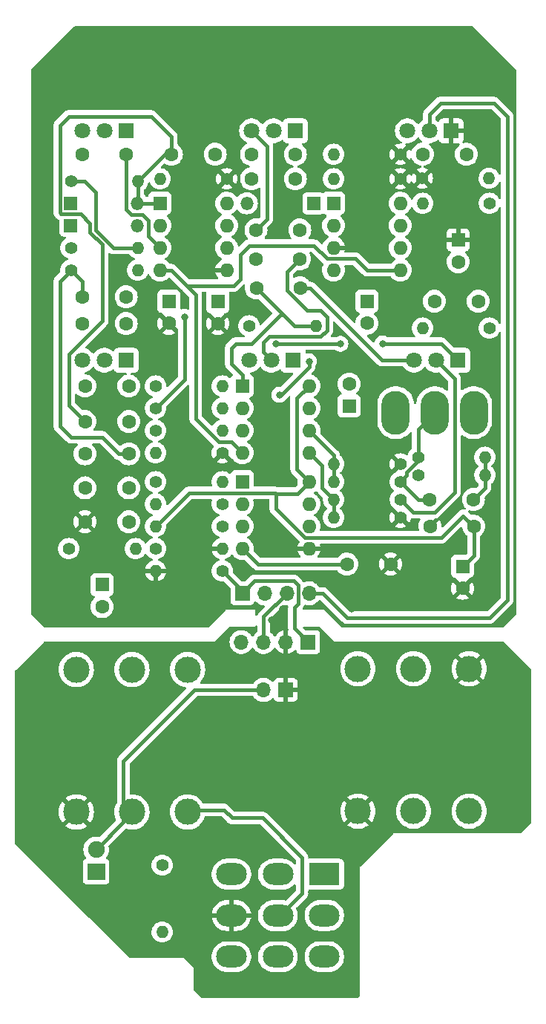
<source format=gbr>
%TF.GenerationSoftware,KiCad,Pcbnew,7.0.11-7.0.11~ubuntu22.04.1*%
%TF.CreationDate,2024-12-17T10:18:29+00:00*%
%TF.ProjectId,slo-tht,736c6f2d-7468-4742-9e6b-696361645f70,rev?*%
%TF.SameCoordinates,Original*%
%TF.FileFunction,Copper,L2,Bot*%
%TF.FilePolarity,Positive*%
%FSLAX46Y46*%
G04 Gerber Fmt 4.6, Leading zero omitted, Abs format (unit mm)*
G04 Created by KiCad (PCBNEW 7.0.11-7.0.11~ubuntu22.04.1) date 2024-12-17 10:18:29*
%MOMM*%
%LPD*%
G01*
G04 APERTURE LIST*
%TA.AperFunction,ComponentPad*%
%ADD10C,1.400000*%
%TD*%
%TA.AperFunction,ComponentPad*%
%ADD11O,1.400000X1.400000*%
%TD*%
%TA.AperFunction,ComponentPad*%
%ADD12R,1.600000X1.600000*%
%TD*%
%TA.AperFunction,ComponentPad*%
%ADD13C,1.600000*%
%TD*%
%TA.AperFunction,ComponentPad*%
%ADD14O,1.500000X1.500000*%
%TD*%
%TA.AperFunction,ComponentPad*%
%ADD15R,1.500000X1.500000*%
%TD*%
%TA.AperFunction,ComponentPad*%
%ADD16O,1.600000X1.600000*%
%TD*%
%TA.AperFunction,ComponentPad*%
%ADD17O,3.500000X2.500000*%
%TD*%
%TA.AperFunction,ComponentPad*%
%ADD18R,3.500000X2.500000*%
%TD*%
%TA.AperFunction,ComponentPad*%
%ADD19C,3.000000*%
%TD*%
%TA.AperFunction,ComponentPad*%
%ADD20R,1.700000X1.700000*%
%TD*%
%TA.AperFunction,ComponentPad*%
%ADD21O,1.700000X1.700000*%
%TD*%
%TA.AperFunction,ComponentPad*%
%ADD22C,1.900000*%
%TD*%
%TA.AperFunction,ComponentPad*%
%ADD23R,2.000000X1.900000*%
%TD*%
%TA.AperFunction,ComponentPad*%
%ADD24R,1.800000X1.800000*%
%TD*%
%TA.AperFunction,ComponentPad*%
%ADD25C,1.800000*%
%TD*%
%TA.AperFunction,ComponentPad*%
%ADD26O,3.200000X5.000000*%
%TD*%
%TA.AperFunction,ViaPad*%
%ADD27C,0.800000*%
%TD*%
%TA.AperFunction,Conductor*%
%ADD28C,0.400000*%
%TD*%
G04 APERTURE END LIST*
D10*
%TO.P,CLR1,1*%
%TO.N,Net-(D1000-K)*%
X130036000Y-147738000D03*
D11*
%TO.P,CLR1,2*%
%TO.N,Net-(SW1C-C)*%
X130036000Y-155358000D03*
%TD*%
D10*
%TO.P,R1,1*%
%TO.N,I*%
X136894000Y-114182000D03*
D11*
%TO.P,R1,2*%
%TO.N,GND*%
X129274000Y-114182000D03*
%TD*%
D10*
%TO.P,R2,1*%
%TO.N,Net-(C1-Pad1)*%
X119368000Y-111642000D03*
D11*
%TO.P,R2,2*%
%TO.N,Net-(U1A-+)*%
X126988000Y-111642000D03*
%TD*%
D10*
%TO.P,R3,1*%
%TO.N,Net-(U1A-+)*%
X136894000Y-109102000D03*
D11*
%TO.P,R3,2*%
%TO.N,VCC*%
X129274000Y-109102000D03*
%TD*%
D10*
%TO.P,R4,1*%
%TO.N,Net-(U1A-+)*%
X129274000Y-111642000D03*
D11*
%TO.P,R4,2*%
%TO.N,GND*%
X136894000Y-111642000D03*
%TD*%
D10*
%TO.P,R5,1*%
%TO.N,Net-(U1A--)*%
X136894000Y-106562000D03*
D11*
%TO.P,R5,2*%
%TO.N,Net-(C2-Pad2)*%
X129274000Y-106562000D03*
%TD*%
D10*
%TO.P,R6,1*%
%TO.N,Net-(U1A--)*%
X129274000Y-104022000D03*
D11*
%TO.P,R6,2*%
%TO.N,Net-(C3-Pad1)*%
X136894000Y-104022000D03*
%TD*%
D10*
%TO.P,R7,1*%
%TO.N,Net-(C4-Pad1)*%
X119622000Y-79892000D03*
D11*
%TO.P,R7,2*%
%TO.N,Net-(C5-Pad1)*%
X127242000Y-79892000D03*
%TD*%
D10*
%TO.P,R9,1*%
%TO.N,Net-(C7-Pad1)*%
X119622000Y-77352000D03*
D11*
%TO.P,R9,2*%
%TO.N,Net-(D1-A)*%
X127242000Y-77352000D03*
%TD*%
D10*
%TO.P,R10,1*%
%TO.N,Net-(D1-A)*%
X119622000Y-69732000D03*
D11*
%TO.P,R10,2*%
%TO.N,Net-(D2-A)*%
X127242000Y-69732000D03*
%TD*%
D10*
%TO.P,R11,1*%
%TO.N,GND*%
X136894000Y-100720000D03*
D11*
%TO.P,R11,2*%
%TO.N,Net-(C9-Pad1)*%
X129274000Y-100720000D03*
%TD*%
D10*
%TO.P,R12,1*%
%TO.N,Net-(C9-Pad1)*%
X129274000Y-98180000D03*
D11*
%TO.P,R12,2*%
%TO.N,Net-(U3A-+)*%
X136894000Y-98180000D03*
%TD*%
D10*
%TO.P,R13,1*%
%TO.N,Net-(C10-Pad1)*%
X129274000Y-95640000D03*
D11*
%TO.P,R13,2*%
%TO.N,Net-(U3A--)*%
X136894000Y-95640000D03*
%TD*%
D10*
%TO.P,R14,1*%
%TO.N,Net-(U3A--)*%
X129274000Y-93100000D03*
D11*
%TO.P,R14,2*%
%TO.N,Net-(C11-Pad1)*%
X136894000Y-93100000D03*
%TD*%
D10*
%TO.P,R15,1*%
%TO.N,Net-(C14-Pad2)*%
X139942000Y-86242000D03*
D11*
%TO.P,R15,2*%
%TO.N,Net-(C11-Pad1)*%
X147562000Y-86242000D03*
%TD*%
D10*
%TO.P,R16,1*%
%TO.N,Net-(C12-Pad1)*%
X167374000Y-86496000D03*
D11*
%TO.P,R16,2*%
%TO.N,Net-(R16-Pad2)*%
X159754000Y-86496000D03*
%TD*%
D10*
%TO.P,R17,1*%
%TO.N,Net-(R16-Pad2)*%
X157214000Y-106054000D03*
D11*
%TO.P,R17,2*%
%TO.N,Net-(U3B-+)*%
X149594000Y-106054000D03*
%TD*%
D10*
%TO.P,R18,1*%
%TO.N,GND*%
X157214000Y-108086000D03*
D11*
%TO.P,R18,2*%
%TO.N,Net-(U3B-+)*%
X149594000Y-108086000D03*
%TD*%
D10*
%TO.P,R19,1*%
%TO.N,GND*%
X157214000Y-69478000D03*
D11*
%TO.P,R19,2*%
%TO.N,Net-(C16-Pad2)*%
X149594000Y-69478000D03*
%TD*%
D10*
%TO.P,R20,1*%
%TO.N,GND*%
X157214000Y-66684000D03*
D11*
%TO.P,R20,2*%
%TO.N,Net-(C16-Pad1)*%
X149594000Y-66684000D03*
%TD*%
D10*
%TO.P,R22,1*%
%TO.N,Net-(DEEP1-B)*%
X157214000Y-104022000D03*
D11*
%TO.P,R22,2*%
%TO.N,Net-(U3B--)*%
X149594000Y-104022000D03*
%TD*%
D10*
%TO.P,R23,1*%
%TO.N,Net-(DEEP1-B)*%
X159246000Y-101228000D03*
D11*
%TO.P,R23,2*%
%TO.N,Net-(C19-Pad2)*%
X166866000Y-101228000D03*
%TD*%
D10*
%TO.P,R24,1*%
%TO.N,Net-(DEEP1-A)*%
X159246000Y-103260000D03*
D11*
%TO.P,R24,2*%
%TO.N,Net-(C19-Pad2)*%
X166866000Y-103260000D03*
%TD*%
D10*
%TO.P,R25,1*%
%TO.N,Net-(C20-Pad2)*%
X167374000Y-72272000D03*
D11*
%TO.P,R25,2*%
%TO.N,Net-(C21-Pad2)*%
X159754000Y-72272000D03*
%TD*%
D10*
%TO.P,R26,1*%
%TO.N,GND*%
X159735936Y-69421527D03*
D11*
%TO.P,R26,2*%
%TO.N,Net-(C21-Pad1)*%
X167355936Y-69421527D03*
%TD*%
D10*
%TO.P,R8,1*%
%TO.N,GND*%
X137402000Y-69478000D03*
D11*
%TO.P,R8,2*%
%TO.N,Net-(GAIN1-Pad1)*%
X129782000Y-69478000D03*
%TD*%
D10*
%TO.P,R21,1*%
%TO.N,GND*%
X157214000Y-101990000D03*
D11*
%TO.P,R21,2*%
%TO.N,Net-(U3B--)*%
X149594000Y-101990000D03*
%TD*%
D12*
%TO.P,C100,1*%
%TO.N,VCC*%
X164326000Y-113674000D03*
D13*
%TO.P,C100,2*%
%TO.N,GND*%
X164326000Y-116174000D03*
%TD*%
D12*
%TO.P,C102,1*%
%TO.N,GND*%
X163818000Y-76453349D03*
D13*
%TO.P,C102,2*%
%TO.N,VDD*%
X163818000Y-78953349D03*
%TD*%
D14*
%TO.P,D100,2,A*%
%TO.N,+9V*%
X139693000Y-72272000D03*
D15*
%TO.P,D100,1,K*%
%TO.N,VCC*%
X147313000Y-72272000D03*
%TD*%
D13*
%TO.P,C14,2*%
%TO.N,Net-(C14-Pad2)*%
X125932000Y-85988000D03*
%TO.P,C14,1*%
%TO.N,Net-(BASS1-Pad2)*%
X120932000Y-85988000D03*
%TD*%
%TO.P,C5,1*%
%TO.N,Net-(C5-Pad1)*%
X125932000Y-82940000D03*
%TO.P,C5,2*%
%TO.N,Net-(C4-Pad1)*%
X120932000Y-82940000D03*
%TD*%
D12*
%TO.P,C1,1*%
%TO.N,Net-(C1-Pad1)*%
X123178000Y-115770888D03*
D13*
%TO.P,C1,2*%
%TO.N,I*%
X123178000Y-118270888D03*
%TD*%
D12*
%TO.P,C7,1*%
%TO.N,Net-(C7-Pad1)*%
X130798000Y-83463112D03*
D13*
%TO.P,C7,2*%
%TO.N,GND*%
X130798000Y-85963112D03*
%TD*%
D12*
%TO.P,C10,1*%
%TO.N,Net-(C10-Pad1)*%
X136386000Y-83488000D03*
D13*
%TO.P,C10,2*%
%TO.N,GND*%
X136386000Y-85988000D03*
%TD*%
D12*
%TO.P,C20,1*%
%TO.N,Net-(C19-Pad2)*%
X151372000Y-95386000D03*
D13*
%TO.P,C20,2*%
%TO.N,Net-(C20-Pad2)*%
X151372000Y-92886000D03*
%TD*%
D12*
%TO.P,C101,1*%
%TO.N,Net-(U4-CAP+)*%
X153404000Y-83448000D03*
D13*
%TO.P,C101,2*%
%TO.N,Net-(U4-CAP-)*%
X153404000Y-85948000D03*
%TD*%
D14*
%TO.P,D2,2,A*%
%TO.N,Net-(D2-A)*%
X127197000Y-72272000D03*
D15*
%TO.P,D2,1,K*%
%TO.N,Net-(D1-K)*%
X119577000Y-72272000D03*
%TD*%
D14*
%TO.P,D1,2,A*%
%TO.N,Net-(D1-A)*%
X127197000Y-74812000D03*
D15*
%TO.P,D1,1,K*%
%TO.N,Net-(D1-K)*%
X119577000Y-74812000D03*
%TD*%
D13*
%TO.P,C2,2*%
%TO.N,Net-(C2-Pad2)*%
X126226000Y-108594000D03*
%TO.P,C2,1*%
%TO.N,GND*%
X121226000Y-108594000D03*
%TD*%
%TO.P,C3,2*%
%TO.N,Net-(U1A--)*%
X126226000Y-104720500D03*
%TO.P,C3,1*%
%TO.N,Net-(C3-Pad1)*%
X121226000Y-104720500D03*
%TD*%
%TO.P,C4,2*%
%TO.N,Net-(C3-Pad1)*%
X121226000Y-100847000D03*
%TO.P,C4,1*%
%TO.N,Net-(C4-Pad1)*%
X126226000Y-100847000D03*
%TD*%
%TO.P,C6,1*%
%TO.N,Net-(U2A-+)*%
X125892000Y-66684000D03*
%TO.P,C6,2*%
%TO.N,Net-(C5-Pad1)*%
X120892000Y-66684000D03*
%TD*%
%TO.P,C8,2*%
%TO.N,Net-(D1-A)*%
X136092000Y-66684000D03*
%TO.P,C8,1*%
%TO.N,Net-(D2-A)*%
X131092000Y-66684000D03*
%TD*%
%TO.P,C9,2*%
%TO.N,Net-(D2-A)*%
X121226000Y-97164000D03*
%TO.P,C9,1*%
%TO.N,Net-(C9-Pad1)*%
X126226000Y-97164000D03*
%TD*%
%TO.P,C11,1*%
%TO.N,Net-(C11-Pad1)*%
X121226000Y-93100000D03*
%TO.P,C11,2*%
%TO.N,Net-(U3A--)*%
X126226000Y-93100000D03*
%TD*%
%TO.P,C12,2*%
%TO.N,Net-(C11-Pad1)*%
X161104000Y-83448000D03*
%TO.P,C12,1*%
%TO.N,Net-(C12-Pad1)*%
X166104000Y-83448000D03*
%TD*%
%TO.P,C13,2*%
%TO.N,Net-(C11-Pad1)*%
X140784000Y-81924000D03*
%TO.P,C13,1*%
%TO.N,Net-(C13-Pad1)*%
X145784000Y-81924000D03*
%TD*%
%TO.P,C15,2*%
%TO.N,Net-(C14-Pad2)*%
X140704000Y-78622000D03*
%TO.P,C15,1*%
%TO.N,Net-(C15-Pad1)*%
X145704000Y-78622000D03*
%TD*%
%TO.P,C16,2*%
%TO.N,Net-(C16-Pad2)*%
X145236000Y-66684000D03*
%TO.P,C16,1*%
%TO.N,Net-(C16-Pad1)*%
X140236000Y-66684000D03*
%TD*%
%TO.P,C17,2*%
%TO.N,Net-(C16-Pad2)*%
X145236000Y-69478000D03*
%TO.P,C17,1*%
%TO.N,Net-(C16-Pad1)*%
X140236000Y-69478000D03*
%TD*%
%TO.P,C18,2*%
%TO.N,Net-(U3B--)*%
X145744000Y-75320000D03*
%TO.P,C18,1*%
%TO.N,Net-(C18-Pad1)*%
X140744000Y-75320000D03*
%TD*%
%TO.P,C19,2*%
%TO.N,Net-(C19-Pad2)*%
X165556000Y-106054000D03*
%TO.P,C19,1*%
%TO.N,Net-(DEEP1-B)*%
X160556000Y-106054000D03*
%TD*%
%TO.P,C21,2*%
%TO.N,Net-(C21-Pad2)*%
X159754000Y-66684000D03*
%TO.P,C21,1*%
%TO.N,Net-(C21-Pad1)*%
X164754000Y-66684000D03*
%TD*%
%TO.P,C103,2*%
%TO.N,VCC*%
X165596000Y-109102000D03*
%TO.P,C103,1*%
%TO.N,GND*%
X160596000Y-109102000D03*
%TD*%
%TO.P,C104,2*%
%TO.N,VDD*%
X151118000Y-113420000D03*
%TO.P,C104,1*%
%TO.N,GND*%
X156118000Y-113420000D03*
%TD*%
D12*
%TO.P,U1,1*%
%TO.N,Net-(C3-Pad1)*%
X139180000Y-104022000D03*
D16*
%TO.P,U1,2,-*%
%TO.N,Net-(U1A--)*%
X139180000Y-106562000D03*
%TO.P,U1,3,+*%
%TO.N,Net-(U1A-+)*%
X139180000Y-109102000D03*
%TO.P,U1,4,V-*%
%TO.N,VDD*%
X139180000Y-111642000D03*
%TO.P,U1,5,+*%
%TO.N,GND*%
X146800000Y-111642000D03*
%TO.P,U1,6,-*%
%TO.N,Net-(U1B--)*%
X146800000Y-109102000D03*
%TO.P,U1,7*%
X146800000Y-106562000D03*
%TO.P,U1,8,V+*%
%TO.N,VCC*%
X146800000Y-104022000D03*
%TD*%
D12*
%TO.P,U2,1*%
%TO.N,Net-(D2-A)*%
X129782000Y-72272000D03*
D16*
%TO.P,U2,2,-*%
%TO.N,Net-(D1-A)*%
X129782000Y-74812000D03*
%TO.P,U2,3,+*%
%TO.N,Net-(U2A-+)*%
X129782000Y-77352000D03*
%TO.P,U2,4,V-*%
%TO.N,VDD*%
X129782000Y-79892000D03*
%TO.P,U2,5,+*%
%TO.N,GND*%
X137402000Y-79892000D03*
%TO.P,U2,6,-*%
%TO.N,Net-(U2B--)*%
X137402000Y-77352000D03*
%TO.P,U2,7*%
X137402000Y-74812000D03*
%TO.P,U2,8,V+*%
%TO.N,VCC*%
X137402000Y-72272000D03*
%TD*%
D12*
%TO.P,U3,1*%
%TO.N,Net-(C11-Pad1)*%
X139180000Y-93100000D03*
D16*
%TO.P,U3,2,-*%
%TO.N,Net-(U3A--)*%
X139180000Y-95640000D03*
%TO.P,U3,3,+*%
%TO.N,Net-(U3A-+)*%
X139180000Y-98180000D03*
%TO.P,U3,4,V-*%
%TO.N,VDD*%
X139180000Y-100720000D03*
%TO.P,U3,5,+*%
%TO.N,Net-(U3B-+)*%
X146800000Y-100720000D03*
%TO.P,U3,6,-*%
%TO.N,Net-(U3B--)*%
X146800000Y-98180000D03*
%TO.P,U3,7*%
%TO.N,Net-(C19-Pad2)*%
X146800000Y-95640000D03*
%TO.P,U3,8,V+*%
%TO.N,VCC*%
X146800000Y-93100000D03*
%TD*%
%TO.P,U4,8,V+*%
%TO.N,VCC*%
X157214000Y-72272000D03*
%TO.P,U4,7,OSC*%
%TO.N,unconnected-(U4-OSC-Pad7)*%
X157214000Y-74812000D03*
%TO.P,U4,6,LV*%
%TO.N,unconnected-(U4-LV-Pad6)*%
X157214000Y-77352000D03*
%TO.P,U4,5,VOUT*%
%TO.N,VDD*%
X157214000Y-79892000D03*
%TO.P,U4,4,CAP-*%
%TO.N,Net-(U4-CAP-)*%
X149594000Y-79892000D03*
%TO.P,U4,3,GND*%
%TO.N,GND*%
X149594000Y-77352000D03*
%TO.P,U4,2,CAP+*%
%TO.N,Net-(U4-CAP+)*%
X149594000Y-74812000D03*
D12*
%TO.P,U4,1,NC*%
%TO.N,unconnected-(U4-NC-Pad1)*%
X149594000Y-72272000D03*
%TD*%
D17*
%TO.P,SW1,9,C*%
%TO.N,Net-(SW1C-C)*%
X137950000Y-158175000D03*
%TO.P,SW1,8,C*%
%TO.N,O*%
X143250000Y-158175000D03*
%TO.P,SW1,7,C*%
%TO.N,I*%
X148550000Y-158175000D03*
%TO.P,SW1,6,B*%
%TO.N,GND*%
X137950000Y-153475000D03*
%TO.P,SW1,5,B*%
%TO.N,Net-(SW1B-B)*%
X143250000Y-153500000D03*
%TO.P,SW1,4,B*%
%TO.N,Net-(SW1A-B)*%
X148550000Y-153475000D03*
%TO.P,SW1,3,A*%
%TO.N,I*%
X137950000Y-148775000D03*
%TO.P,SW1,2,A*%
%TO.N,Net-(SW1A-A)*%
X143250000Y-148775000D03*
D18*
%TO.P,SW1,1,A*%
X148550000Y-148775000D03*
%TD*%
D19*
%TO.P,J3,R*%
%TO.N,unconnected-(J3-PadR)*%
X126590400Y-141677200D03*
%TO.P,J3,RN*%
%TO.N,unconnected-(J3-PadRN)*%
X126590400Y-125447200D03*
%TO.P,J3,S*%
%TO.N,GND*%
X120240400Y-141677200D03*
%TO.P,J3,SN*%
%TO.N,unconnected-(J3-PadSN)*%
X120240400Y-125447200D03*
%TO.P,J3,T*%
%TO.N,Net-(SW1B-B)*%
X132940400Y-141677200D03*
%TO.P,J3,TN*%
%TO.N,unconnected-(J3-PadTN)*%
X132940400Y-125447200D03*
%TD*%
D20*
%TO.P,JOVGI1,1,P1*%
%TO.N,I*%
X146700000Y-122300000D03*
D21*
%TO.P,JOVGI1,2,P2*%
%TO.N,GND*%
X144160000Y-122300000D03*
%TO.P,JOVGI1,3,P3*%
%TO.N,+9V*%
X141620000Y-122300000D03*
%TO.P,JOVGI1,4,P4*%
%TO.N,O*%
X139080000Y-122300000D03*
%TD*%
D20*
%TO.P,JOVGI2,1,P1*%
%TO.N,I*%
X139180000Y-116750000D03*
D21*
%TO.P,JOVGI2,2,P2*%
%TO.N,GND*%
X141720000Y-116750000D03*
%TO.P,JOVGI2,3,P3*%
%TO.N,+9V*%
X144260000Y-116750000D03*
%TO.P,JOVGI2,4,P4*%
%TO.N,O*%
X146800000Y-116750000D03*
%TD*%
D22*
%TO.P,D1000,2,A*%
%TO.N,+9V*%
X122500000Y-145950000D03*
D23*
%TO.P,D1000,1,K*%
%TO.N,Net-(D1000-K)*%
X122500000Y-148490000D03*
%TD*%
D21*
%TO.P,J4,2,P2*%
%TO.N,+9V*%
X141600000Y-127760000D03*
D20*
%TO.P,J4,1,P1*%
%TO.N,GND*%
X144140000Y-127760000D03*
%TD*%
D19*
%TO.P,J2,TN*%
%TO.N,GND*%
X152379200Y-141575600D03*
%TO.P,J2,T*%
%TO.N,Net-(SW1A-B)*%
X152379200Y-125345600D03*
%TO.P,J2,SN*%
%TO.N,unconnected-(J2-PadSN)*%
X165079200Y-141575600D03*
%TO.P,J2,S*%
%TO.N,GND*%
X165079200Y-125345600D03*
%TO.P,J2,RN*%
%TO.N,unconnected-(J2-PadRN)*%
X158729200Y-141575600D03*
%TO.P,J2,R*%
%TO.N,unconnected-(J2-PadR)*%
X158729200Y-125345600D03*
%TD*%
D24*
%TO.P,MID1,1,1*%
%TO.N,GND*%
X144982000Y-90169000D03*
D25*
%TO.P,MID1,2,2*%
%TO.N,Net-(C15-Pad1)*%
X142482000Y-90169000D03*
%TO.P,MID1,3,3*%
%TO.N,Net-(BASS1-Pad1)*%
X139982000Y-90169000D03*
%TD*%
D26*
%TO.P,DEEP1,3*%
%TO.N,N/C*%
X156696000Y-96148000D03*
%TO.P,DEEP1,2,B*%
%TO.N,Net-(DEEP1-B)*%
X161146000Y-96148000D03*
%TO.P,DEEP1,1,A*%
%TO.N,Net-(DEEP1-A)*%
X165596000Y-96148000D03*
%TD*%
D25*
%TO.P,BASS1,3,3*%
%TO.N,unconnected-(BASS1-Pad3)*%
X120932000Y-90169000D03*
%TO.P,BASS1,2,2*%
%TO.N,Net-(BASS1-Pad2)*%
X123432000Y-90169000D03*
D24*
%TO.P,BASS1,1,1*%
%TO.N,Net-(BASS1-Pad1)*%
X125932000Y-90169000D03*
%TD*%
D25*
%TO.P,GAIN1,3,3*%
%TO.N,Net-(C5-Pad1)*%
X120932000Y-64007000D03*
%TO.P,GAIN1,2,2*%
%TO.N,Net-(U2A-+)*%
X123432000Y-64007000D03*
D24*
%TO.P,GAIN1,1,1*%
%TO.N,Net-(GAIN1-Pad1)*%
X125932000Y-64007000D03*
%TD*%
%TO.P,VOL1,1,1*%
%TO.N,GND*%
X163016000Y-64007000D03*
D25*
%TO.P,VOL1,2,2*%
%TO.N,O*%
X160516000Y-64007000D03*
%TO.P,VOL1,3,3*%
%TO.N,Net-(C21-Pad2)*%
X158016000Y-64007000D03*
%TD*%
%TO.P,TREBLE1,3,3*%
%TO.N,Net-(C13-Pad1)*%
X158778000Y-90169000D03*
%TO.P,TREBLE1,2,2*%
%TO.N,Net-(R16-Pad2)*%
X161278000Y-90169000D03*
D24*
%TO.P,TREBLE1,1,1*%
%TO.N,Net-(BASS1-Pad2)*%
X163778000Y-90169000D03*
%TD*%
%TO.P,PRES1,1,1*%
%TO.N,Net-(C16-Pad1)*%
X145236000Y-64007000D03*
D25*
%TO.P,PRES1,2,2*%
X142736000Y-64007000D03*
%TO.P,PRES1,3,3*%
%TO.N,Net-(C18-Pad1)*%
X140236000Y-64007000D03*
%TD*%
D27*
%TO.N,+9V*%
X143410000Y-94116000D03*
X146800000Y-90306000D03*
%TO.N,GND*%
X151626000Y-118500000D03*
X142482000Y-119770000D03*
X143752000Y-118500000D03*
X140490472Y-84210000D03*
%TO.N,Net-(BASS1-Pad2)*%
X155182000Y-88274000D03*
X150381400Y-88299400D03*
X142990000Y-88274000D03*
%TO.N,Net-(C10-Pad1)*%
X132576000Y-85226000D03*
%TD*%
D28*
%TO.N,Net-(SW1B-B)*%
X143250000Y-153500000D02*
X143450000Y-153500000D01*
X133187600Y-141430000D02*
X132940400Y-141677200D01*
X143450000Y-153500000D02*
X146000000Y-150950000D01*
X137991320Y-142350000D02*
X137071320Y-141430000D01*
X146000000Y-150950000D02*
X146000000Y-146850000D01*
X146000000Y-146850000D02*
X141500000Y-142350000D01*
X141500000Y-142350000D02*
X137991320Y-142350000D01*
X137071320Y-141430000D02*
X133187600Y-141430000D01*
%TO.N,Net-(U2A-+)*%
X129782000Y-77352000D02*
X128461200Y-76031200D01*
X126480000Y-73542000D02*
X125892000Y-72954000D01*
X128461200Y-76031200D02*
X128461200Y-74253200D01*
X128461200Y-74253200D02*
X127750000Y-73542000D01*
X127750000Y-73542000D02*
X126480000Y-73542000D01*
X125892000Y-72954000D02*
X125892000Y-66684000D01*
%TO.N,Net-(D2-A)*%
X128766000Y-62366000D02*
X131092000Y-64692000D01*
X119368000Y-62366000D02*
X128766000Y-62366000D01*
X118352000Y-63382000D02*
X119368000Y-62366000D01*
X118496200Y-73491200D02*
X118352000Y-73347000D01*
X121816000Y-74567600D02*
X120739600Y-73491200D01*
X118352000Y-73347000D02*
X118352000Y-63382000D01*
X120739600Y-73491200D02*
X118496200Y-73491200D01*
X121816000Y-75568528D02*
X121816000Y-74567600D01*
X123178000Y-85708600D02*
X123178000Y-76930528D01*
X123178000Y-76930528D02*
X121816000Y-75568528D01*
X119368000Y-89518600D02*
X123178000Y-85708600D01*
X119368000Y-95306000D02*
X119368000Y-89518600D01*
X121226000Y-97164000D02*
X119368000Y-95306000D01*
X131092000Y-64692000D02*
X131092000Y-66684000D01*
%TO.N,I*%
X139180000Y-116750000D02*
X140605000Y-115325000D01*
X145022000Y-115325000D02*
X145530000Y-115833000D01*
X145125000Y-118362000D02*
X145125000Y-120725000D01*
X140605000Y-115325000D02*
X145022000Y-115325000D01*
X145530000Y-115833000D02*
X145530000Y-117957000D01*
X145530000Y-117957000D02*
X145125000Y-118362000D01*
X145125000Y-120725000D02*
X146700000Y-122300000D01*
%TO.N,Net-(BASS1-Pad2)*%
X150381400Y-88299400D02*
X150356000Y-88274000D01*
X150356000Y-88274000D02*
X142990000Y-88274000D01*
%TO.N,VDD*%
X157214000Y-79892000D02*
X153404000Y-79892000D01*
X139942000Y-77098000D02*
X138926000Y-78114000D01*
X153404000Y-79892000D02*
X152108600Y-78596600D01*
X148857400Y-78596600D02*
X147358800Y-77098000D01*
X152108600Y-78596600D02*
X148857400Y-78596600D01*
X147358800Y-77098000D02*
X139942000Y-77098000D01*
X138926000Y-78114000D02*
X138926000Y-80908000D01*
X138926000Y-80908000D02*
X138164000Y-81670000D01*
X138164000Y-81670000D02*
X132830000Y-81670000D01*
X132830000Y-81670000D02*
X132195000Y-81035000D01*
%TO.N,Net-(DEEP1-B)*%
X157214000Y-104022000D02*
X157914000Y-103322000D01*
X157914000Y-103322000D02*
X157914000Y-102941000D01*
X157914000Y-102941000D02*
X159246000Y-101609000D01*
X159246000Y-101609000D02*
X159246000Y-101228000D01*
%TO.N,VCC*%
X165596000Y-109102000D02*
X164396000Y-107902000D01*
X164396000Y-107902000D02*
X161926000Y-110372000D01*
X142990000Y-107070000D02*
X142990000Y-105362000D01*
X161926000Y-110372000D02*
X146292000Y-110372000D01*
X146292000Y-110372000D02*
X142990000Y-107070000D01*
%TO.N,Net-(R16-Pad2)*%
X157214000Y-106054000D02*
X158661800Y-107501800D01*
X158661800Y-107501800D02*
X161125600Y-107501800D01*
X161125600Y-107501800D02*
X163411600Y-105215800D01*
X163411600Y-105215800D02*
X163411600Y-92302600D01*
X163411600Y-92302600D02*
X161278000Y-90169000D01*
%TO.N,VCC*%
X129274000Y-109102000D02*
X133084000Y-105292000D01*
X133084000Y-105292000D02*
X142920000Y-105292000D01*
X142920000Y-105292000D02*
X142990000Y-105362000D01*
%TO.N,Net-(U3B-+)*%
X146800000Y-100720000D02*
X148298600Y-102218600D01*
X148298600Y-102218600D02*
X148298600Y-104758600D01*
X148298600Y-104758600D02*
X149594000Y-106054000D01*
%TO.N,VCC*%
X146800000Y-93100000D02*
X145377600Y-94522400D01*
X145377600Y-94522400D02*
X145377600Y-102599600D01*
X145377600Y-102599600D02*
X146800000Y-104022000D01*
%TO.N,Net-(C15-Pad1)*%
X142482000Y-90169000D02*
X141582000Y-89269000D01*
X143333971Y-87486600D02*
X148146200Y-87486600D01*
X141582000Y-89269000D02*
X141582000Y-88158000D01*
X148146200Y-87486600D02*
X148832000Y-86800800D01*
X148070000Y-84464000D02*
X146546000Y-84464000D01*
X141582000Y-88158000D02*
X142266000Y-87474000D01*
X144260000Y-82178000D02*
X144260000Y-80066000D01*
X142266000Y-87474000D02*
X143321371Y-87474000D01*
X148832000Y-85226000D02*
X148070000Y-84464000D01*
X143321371Y-87474000D02*
X143333971Y-87486600D01*
X148832000Y-86800800D02*
X148832000Y-85226000D01*
X146546000Y-84464000D02*
X144260000Y-82178000D01*
X144260000Y-80066000D02*
X145704000Y-78622000D01*
%TO.N,+9V*%
X146800000Y-90306000D02*
X146800000Y-90951000D01*
X143635000Y-94116000D02*
X143410000Y-94116000D01*
X146800000Y-90951000D02*
X143635000Y-94116000D01*
%TO.N,Net-(C19-Pad2)*%
X166866000Y-101228000D02*
X166866000Y-104744000D01*
X166866000Y-104744000D02*
X165556000Y-106054000D01*
%TO.N,Net-(DEEP1-B)*%
X159246000Y-101228000D02*
X159246000Y-98048000D01*
X159246000Y-98048000D02*
X161146000Y-96148000D01*
%TO.N,VCC*%
X142990000Y-105362000D02*
X145460000Y-105362000D01*
X165596000Y-109102000D02*
X165596000Y-112404000D01*
X165596000Y-112404000D02*
X164326000Y-113674000D01*
%TO.N,Net-(U3B-+)*%
X149594000Y-106054000D02*
X149594000Y-108086000D01*
%TO.N,Net-(DEEP1-B)*%
X160556000Y-106054000D02*
X159246000Y-106054000D01*
X159246000Y-106054000D02*
X157214000Y-104022000D01*
%TO.N,Net-(U3B--)*%
X146800000Y-98180000D02*
X149594000Y-100974000D01*
X149594000Y-100974000D02*
X149594000Y-104022000D01*
%TO.N,VDD*%
X151118000Y-113420000D02*
X140958000Y-113420000D01*
X140958000Y-113420000D02*
X139180000Y-111642000D01*
%TO.N,+9V*%
X141620000Y-122300000D02*
X141620000Y-119390000D01*
X141620000Y-119390000D02*
X144260000Y-116750000D01*
%TO.N,Net-(BASS1-Pad2)*%
X155182000Y-88274000D02*
X161883000Y-88274000D01*
X161883000Y-88274000D02*
X163778000Y-90169000D01*
%TO.N,Net-(C11-Pad1)*%
X139180000Y-93100000D02*
X139180000Y-91830000D01*
X143498000Y-84972000D02*
X143832000Y-84972000D01*
X139180000Y-91830000D02*
X137910000Y-90560000D01*
X140196000Y-88274000D02*
X143498000Y-84972000D01*
X137910000Y-90560000D02*
X137910000Y-88782000D01*
X138418000Y-88274000D02*
X140196000Y-88274000D01*
X143832000Y-84972000D02*
X145102000Y-86242000D01*
X137910000Y-88782000D02*
X138418000Y-88274000D01*
%TO.N,Net-(C13-Pad1)*%
X158778000Y-90169000D02*
X155172000Y-90169000D01*
X146927000Y-81924000D02*
X145784000Y-81924000D01*
X155172000Y-90169000D02*
X146927000Y-81924000D01*
%TO.N,Net-(C11-Pad1)*%
X147562000Y-86242000D02*
X145530000Y-86242000D01*
X145530000Y-86242000D02*
X145102000Y-86242000D01*
X145102000Y-86242000D02*
X140784000Y-81924000D01*
%TO.N,Net-(C10-Pad1)*%
X132576000Y-85226000D02*
X132576000Y-92338000D01*
X132576000Y-92338000D02*
X129274000Y-95640000D01*
%TO.N,VDD*%
X133846000Y-82686000D02*
X132195000Y-81035000D01*
X132195000Y-81035000D02*
X131052000Y-79892000D01*
X139180000Y-100720000D02*
X137910000Y-99450000D01*
X137910000Y-99450000D02*
X136466943Y-99450000D01*
X136466943Y-99450000D02*
X133846000Y-96829057D01*
X131052000Y-79892000D02*
X129782000Y-79892000D01*
X133846000Y-96829057D02*
X133846000Y-82686000D01*
%TO.N,Net-(C18-Pad1)*%
X140744000Y-75320000D02*
X141974000Y-74090000D01*
X141974000Y-74090000D02*
X141974000Y-65745000D01*
X141974000Y-65745000D02*
X140236000Y-64007000D01*
%TO.N,I*%
X139180000Y-116750000D02*
X139180000Y-116468000D01*
X139180000Y-116468000D02*
X136894000Y-114182000D01*
%TO.N,VCC*%
X145460000Y-105362000D02*
X146800000Y-104022000D01*
%TO.N,O*%
X146800000Y-116750000D02*
X148352000Y-116750000D01*
X160516000Y-62112000D02*
X160516000Y-64007000D01*
X148352000Y-116750000D02*
X151118000Y-119516000D01*
X151118000Y-119516000D02*
X167374000Y-119516000D01*
X169406000Y-117484000D02*
X169406000Y-62366000D01*
X167374000Y-119516000D02*
X169406000Y-117484000D01*
X169406000Y-62366000D02*
X167882000Y-60842000D01*
X161786000Y-60842000D02*
X160516000Y-62112000D01*
X167882000Y-60842000D02*
X161786000Y-60842000D01*
%TO.N,Net-(C4-Pad1)*%
X126226000Y-100847000D02*
X125083000Y-100847000D01*
X125083000Y-100847000D02*
X123178000Y-98942000D01*
X118352000Y-81162000D02*
X119622000Y-79892000D01*
X123178000Y-98942000D02*
X119622000Y-98942000D01*
X119622000Y-98942000D02*
X118352000Y-97672000D01*
X118352000Y-97672000D02*
X118352000Y-81162000D01*
X120932000Y-82940000D02*
X120932000Y-81202000D01*
X120932000Y-81202000D02*
X119622000Y-79892000D01*
%TO.N,Net-(D2-A)*%
X131092000Y-66684000D02*
X130290000Y-66684000D01*
X130290000Y-66684000D02*
X127242000Y-69732000D01*
X127242000Y-69732000D02*
X127242000Y-72227000D01*
X127242000Y-72227000D02*
X127197000Y-72272000D01*
X129782000Y-72272000D02*
X127197000Y-72272000D01*
%TO.N,Net-(D1-A)*%
X122416000Y-75320000D02*
X124448000Y-77352000D01*
X122416000Y-71002000D02*
X122416000Y-75320000D01*
X119622000Y-69732000D02*
X121146000Y-69732000D01*
X121146000Y-69732000D02*
X122416000Y-71002000D01*
X124448000Y-77352000D02*
X127242000Y-77352000D01*
%TO.N,+9V*%
X122500000Y-145950000D02*
X125600000Y-142850000D01*
X125600000Y-135850000D02*
X133690000Y-127760000D01*
X125600000Y-142850000D02*
X125600000Y-135850000D01*
X133690000Y-127760000D02*
X141600000Y-127760000D01*
%TD*%
%TA.AperFunction,Conductor*%
%TO.N,GND*%
G36*
X140879405Y-120458398D02*
G01*
X140909918Y-120522504D01*
X140911500Y-120542409D01*
X140911500Y-121068356D01*
X140891498Y-121136477D01*
X140862891Y-121167787D01*
X140696765Y-121297088D01*
X140544279Y-121462729D01*
X140455483Y-121598643D01*
X140401479Y-121644731D01*
X140331131Y-121654306D01*
X140266774Y-121624329D01*
X140244517Y-121598643D01*
X140155720Y-121462729D01*
X140039570Y-121336559D01*
X140003240Y-121297094D01*
X140003239Y-121297093D01*
X140003237Y-121297091D01*
X139876276Y-121198273D01*
X139825576Y-121158811D01*
X139627574Y-121051658D01*
X139627572Y-121051657D01*
X139627571Y-121051656D01*
X139414639Y-120978557D01*
X139414630Y-120978555D01*
X139337029Y-120965606D01*
X139192569Y-120941500D01*
X138967431Y-120941500D01*
X138822971Y-120965606D01*
X138745369Y-120978555D01*
X138745360Y-120978557D01*
X138532428Y-121051656D01*
X138532426Y-121051658D01*
X138334426Y-121158810D01*
X138334424Y-121158811D01*
X138156762Y-121297091D01*
X138004279Y-121462729D01*
X138004275Y-121462734D01*
X137881141Y-121651206D01*
X137790703Y-121857386D01*
X137790702Y-121857387D01*
X137735437Y-122075624D01*
X137735436Y-122075630D01*
X137735436Y-122075632D01*
X137716844Y-122300000D01*
X137734232Y-122509844D01*
X137735437Y-122524375D01*
X137790702Y-122742612D01*
X137790703Y-122742613D01*
X137881141Y-122948793D01*
X138004275Y-123137265D01*
X138004279Y-123137270D01*
X138156762Y-123302908D01*
X138200692Y-123337100D01*
X138334424Y-123441189D01*
X138532426Y-123548342D01*
X138532427Y-123548342D01*
X138532428Y-123548343D01*
X138644227Y-123586723D01*
X138745365Y-123621444D01*
X138967431Y-123658500D01*
X138967435Y-123658500D01*
X139192565Y-123658500D01*
X139192569Y-123658500D01*
X139414635Y-123621444D01*
X139627574Y-123548342D01*
X139825576Y-123441189D01*
X140003240Y-123302906D01*
X140155722Y-123137268D01*
X140244518Y-123001354D01*
X140298520Y-122955268D01*
X140368868Y-122945692D01*
X140433225Y-122975669D01*
X140455480Y-123001353D01*
X140488607Y-123052058D01*
X140544275Y-123137265D01*
X140544279Y-123137270D01*
X140696762Y-123302908D01*
X140740692Y-123337100D01*
X140874424Y-123441189D01*
X141072426Y-123548342D01*
X141072427Y-123548342D01*
X141072428Y-123548343D01*
X141184227Y-123586723D01*
X141285365Y-123621444D01*
X141507431Y-123658500D01*
X141507435Y-123658500D01*
X141732565Y-123658500D01*
X141732569Y-123658500D01*
X141954635Y-123621444D01*
X142167574Y-123548342D01*
X142365576Y-123441189D01*
X142543240Y-123302906D01*
X142695722Y-123137268D01*
X142784816Y-123000898D01*
X142838819Y-122954810D01*
X142909167Y-122945235D01*
X142973524Y-122975212D01*
X142995782Y-123000898D01*
X143084674Y-123136958D01*
X143237097Y-123302534D01*
X143414698Y-123440767D01*
X143414699Y-123440768D01*
X143612628Y-123547882D01*
X143612630Y-123547883D01*
X143825483Y-123620955D01*
X143825492Y-123620957D01*
X143906000Y-123634391D01*
X143906000Y-122733674D01*
X144017685Y-122784680D01*
X144124237Y-122800000D01*
X144195763Y-122800000D01*
X144302315Y-122784680D01*
X144414000Y-122733674D01*
X144414000Y-123634390D01*
X144494507Y-123620957D01*
X144494516Y-123620955D01*
X144707369Y-123547883D01*
X144707371Y-123547882D01*
X144905300Y-123440768D01*
X144905301Y-123440767D01*
X145082905Y-123302532D01*
X145144047Y-123236113D01*
X145204899Y-123199541D01*
X145275863Y-123201674D01*
X145334409Y-123241835D01*
X145354804Y-123277415D01*
X145399111Y-123396204D01*
X145399112Y-123396207D01*
X145486738Y-123513261D01*
X145603792Y-123600887D01*
X145603794Y-123600888D01*
X145603796Y-123600889D01*
X145657600Y-123620957D01*
X145740795Y-123651988D01*
X145740803Y-123651990D01*
X145801350Y-123658499D01*
X145801355Y-123658499D01*
X145801362Y-123658500D01*
X145801368Y-123658500D01*
X147598632Y-123658500D01*
X147598638Y-123658500D01*
X147598645Y-123658499D01*
X147598649Y-123658499D01*
X147659196Y-123651990D01*
X147659199Y-123651989D01*
X147659201Y-123651989D01*
X147796204Y-123600889D01*
X147852748Y-123558561D01*
X147913261Y-123513261D01*
X148000887Y-123396207D01*
X148000887Y-123396206D01*
X148000889Y-123396204D01*
X148051989Y-123259201D01*
X148058500Y-123198638D01*
X148058500Y-121401362D01*
X148058499Y-121401350D01*
X148051990Y-121340803D01*
X148051988Y-121340795D01*
X148022924Y-121262875D01*
X148000889Y-121203796D01*
X148000888Y-121203794D01*
X148000887Y-121203792D01*
X147913261Y-121086738D01*
X147796207Y-120999112D01*
X147796202Y-120999110D01*
X147659204Y-120948011D01*
X147659196Y-120948009D01*
X147598649Y-120941500D01*
X147598638Y-120941500D01*
X146395660Y-120941500D01*
X146327539Y-120921498D01*
X146306565Y-120904595D01*
X146142565Y-120740595D01*
X146108539Y-120678283D01*
X146113604Y-120607468D01*
X146156151Y-120550632D01*
X146222671Y-120525821D01*
X146231660Y-120525500D01*
X147916537Y-120525500D01*
X147984658Y-120545502D01*
X148005632Y-120562405D01*
X149664617Y-122221390D01*
X149676516Y-122236897D01*
X149680418Y-122240171D01*
X149680419Y-122240172D01*
X149688794Y-122247200D01*
X149694732Y-122252182D01*
X149702828Y-122259601D01*
X149706027Y-122262800D01*
X149706028Y-122262800D01*
X149706030Y-122262802D01*
X149709724Y-122265389D01*
X149718445Y-122272081D01*
X149721145Y-122274346D01*
X149722520Y-122275500D01*
X149722522Y-122275500D01*
X149732462Y-122279118D01*
X149742996Y-122280040D01*
X149742997Y-122280039D01*
X149742998Y-122280040D01*
X149743917Y-122279793D01*
X149776529Y-122275500D01*
X164722520Y-122275500D01*
X168927224Y-122275500D01*
X168970320Y-122283099D01*
X168972519Y-122283899D01*
X168972520Y-122283900D01*
X169008937Y-122283900D01*
X169077058Y-122303902D01*
X169098032Y-122320805D01*
X172129595Y-125352368D01*
X172163621Y-125414680D01*
X172166500Y-125441463D01*
X172166500Y-142800536D01*
X172146498Y-142868657D01*
X172129595Y-142889631D01*
X170935631Y-144083595D01*
X170873319Y-144117621D01*
X170846536Y-144120500D01*
X156497249Y-144120500D01*
X156477874Y-144117948D01*
X156454183Y-144120021D01*
X156443204Y-144120500D01*
X156438688Y-144120500D01*
X156434228Y-144121286D01*
X156423343Y-144122718D01*
X156418046Y-144123181D01*
X156408458Y-144127652D01*
X156400354Y-144134452D01*
X156399876Y-144135281D01*
X156379855Y-144161370D01*
X152662604Y-147878620D01*
X152647102Y-147890516D01*
X152631822Y-147908725D01*
X152624413Y-147916811D01*
X152621201Y-147920022D01*
X152618606Y-147923730D01*
X152611920Y-147932444D01*
X152608499Y-147936521D01*
X152604882Y-147946458D01*
X152603960Y-147956997D01*
X152604206Y-147957915D01*
X152608500Y-147990530D01*
X152608500Y-162570536D01*
X152588498Y-162638657D01*
X152571595Y-162659631D01*
X152393631Y-162837595D01*
X152331319Y-162871621D01*
X152304536Y-162874500D01*
X134590064Y-162874500D01*
X134521943Y-162854498D01*
X134500968Y-162837595D01*
X133628404Y-161965030D01*
X133594379Y-161902718D01*
X133591500Y-161875935D01*
X133591500Y-159490047D01*
X133594051Y-159470672D01*
X133591979Y-159446982D01*
X133591500Y-159436003D01*
X133591500Y-159431490D01*
X133590717Y-159427051D01*
X133589281Y-159416143D01*
X133588818Y-159410845D01*
X133588817Y-159410844D01*
X133584349Y-159401261D01*
X133577547Y-159393154D01*
X133576720Y-159392677D01*
X133550629Y-159372656D01*
X132585379Y-158407405D01*
X132573488Y-158391906D01*
X132555273Y-158376622D01*
X132547176Y-158369202D01*
X132543974Y-158366000D01*
X132543972Y-158365999D01*
X132543968Y-158365995D01*
X132540265Y-158363402D01*
X132531543Y-158356709D01*
X132527480Y-158353299D01*
X132517539Y-158349681D01*
X132507003Y-158348759D01*
X132506341Y-158348937D01*
X132506082Y-158349006D01*
X132473471Y-158353300D01*
X126404863Y-158353300D01*
X126336742Y-158333298D01*
X126315768Y-158316395D01*
X126306154Y-158306781D01*
X135691500Y-158306781D01*
X135730782Y-158567398D01*
X135730784Y-158567410D01*
X135808464Y-158819245D01*
X135808468Y-158819254D01*
X135922824Y-159056715D01*
X135922825Y-159056716D01*
X135922829Y-159056724D01*
X136071289Y-159274474D01*
X136071294Y-159274481D01*
X136250562Y-159467686D01*
X136456624Y-159632015D01*
X136456627Y-159632017D01*
X136684871Y-159763794D01*
X136684875Y-159763795D01*
X136684876Y-159763796D01*
X136930220Y-159860087D01*
X136930224Y-159860088D01*
X136930223Y-159860088D01*
X136999221Y-159875836D01*
X137187174Y-159918735D01*
X137384200Y-159933500D01*
X137384202Y-159933500D01*
X138515798Y-159933500D01*
X138515800Y-159933500D01*
X138712826Y-159918735D01*
X138969780Y-159860087D01*
X139215124Y-159763796D01*
X139215126Y-159763794D01*
X139215128Y-159763794D01*
X139329250Y-159697905D01*
X139443376Y-159632015D01*
X139649438Y-159467686D01*
X139828706Y-159274481D01*
X139977176Y-159056716D01*
X140091532Y-158819254D01*
X140169218Y-158567400D01*
X140208500Y-158306781D01*
X140991500Y-158306781D01*
X141030782Y-158567398D01*
X141030784Y-158567410D01*
X141108464Y-158819245D01*
X141108468Y-158819254D01*
X141222824Y-159056715D01*
X141222825Y-159056716D01*
X141222829Y-159056724D01*
X141371289Y-159274474D01*
X141371294Y-159274481D01*
X141550562Y-159467686D01*
X141756624Y-159632015D01*
X141756627Y-159632017D01*
X141984871Y-159763794D01*
X141984875Y-159763795D01*
X141984876Y-159763796D01*
X142230220Y-159860087D01*
X142230224Y-159860088D01*
X142230223Y-159860088D01*
X142299221Y-159875836D01*
X142487174Y-159918735D01*
X142684200Y-159933500D01*
X142684202Y-159933500D01*
X143815798Y-159933500D01*
X143815800Y-159933500D01*
X144012826Y-159918735D01*
X144269780Y-159860087D01*
X144515124Y-159763796D01*
X144515126Y-159763794D01*
X144515128Y-159763794D01*
X144629250Y-159697905D01*
X144743376Y-159632015D01*
X144949438Y-159467686D01*
X145128706Y-159274481D01*
X145277176Y-159056716D01*
X145391532Y-158819254D01*
X145469218Y-158567400D01*
X145508500Y-158306781D01*
X146291500Y-158306781D01*
X146330782Y-158567398D01*
X146330784Y-158567410D01*
X146408464Y-158819245D01*
X146408468Y-158819254D01*
X146522824Y-159056715D01*
X146522825Y-159056716D01*
X146522829Y-159056724D01*
X146671289Y-159274474D01*
X146671294Y-159274481D01*
X146850562Y-159467686D01*
X147056624Y-159632015D01*
X147056627Y-159632017D01*
X147284871Y-159763794D01*
X147284875Y-159763795D01*
X147284876Y-159763796D01*
X147530220Y-159860087D01*
X147530224Y-159860088D01*
X147530223Y-159860088D01*
X147599221Y-159875836D01*
X147787174Y-159918735D01*
X147984200Y-159933500D01*
X147984202Y-159933500D01*
X149115798Y-159933500D01*
X149115800Y-159933500D01*
X149312826Y-159918735D01*
X149569780Y-159860087D01*
X149815124Y-159763796D01*
X149815126Y-159763794D01*
X149815128Y-159763794D01*
X149929250Y-159697905D01*
X150043376Y-159632015D01*
X150249438Y-159467686D01*
X150428706Y-159274481D01*
X150577176Y-159056716D01*
X150691532Y-158819254D01*
X150769218Y-158567400D01*
X150808500Y-158306781D01*
X150808500Y-158043219D01*
X150769218Y-157782600D01*
X150769215Y-157782589D01*
X150691535Y-157530754D01*
X150691530Y-157530742D01*
X150577176Y-157293285D01*
X150577172Y-157293279D01*
X150577170Y-157293275D01*
X150428710Y-157075525D01*
X150428706Y-157075519D01*
X150249438Y-156882314D01*
X150043376Y-156717985D01*
X150043371Y-156717982D01*
X150043372Y-156717982D01*
X149815128Y-156586205D01*
X149815120Y-156586202D01*
X149680684Y-156533440D01*
X149569780Y-156489913D01*
X149569777Y-156489912D01*
X149569774Y-156489911D01*
X149569776Y-156489911D01*
X149312830Y-156431266D01*
X149312826Y-156431265D01*
X149115800Y-156416500D01*
X147984200Y-156416500D01*
X147787174Y-156431265D01*
X147787169Y-156431265D01*
X147787169Y-156431266D01*
X147530224Y-156489911D01*
X147284879Y-156586202D01*
X147284871Y-156586205D01*
X147056627Y-156717982D01*
X146850561Y-156882315D01*
X146671293Y-157075520D01*
X146671289Y-157075525D01*
X146522829Y-157293274D01*
X146522825Y-157293281D01*
X146408469Y-157530742D01*
X146408464Y-157530754D01*
X146330784Y-157782589D01*
X146330782Y-157782598D01*
X146330782Y-157782600D01*
X146291500Y-158043219D01*
X146291500Y-158306781D01*
X145508500Y-158306781D01*
X145508500Y-158043219D01*
X145469218Y-157782600D01*
X145469215Y-157782589D01*
X145391535Y-157530754D01*
X145391530Y-157530742D01*
X145277176Y-157293285D01*
X145277172Y-157293279D01*
X145277170Y-157293275D01*
X145128710Y-157075525D01*
X145128706Y-157075519D01*
X144949438Y-156882314D01*
X144743376Y-156717985D01*
X144743371Y-156717982D01*
X144743372Y-156717982D01*
X144515128Y-156586205D01*
X144515120Y-156586202D01*
X144380684Y-156533440D01*
X144269780Y-156489913D01*
X144269777Y-156489912D01*
X144269774Y-156489911D01*
X144269776Y-156489911D01*
X144012830Y-156431266D01*
X144012826Y-156431265D01*
X143815800Y-156416500D01*
X142684200Y-156416500D01*
X142487174Y-156431265D01*
X142487169Y-156431265D01*
X142487169Y-156431266D01*
X142230224Y-156489911D01*
X141984879Y-156586202D01*
X141984871Y-156586205D01*
X141756627Y-156717982D01*
X141550561Y-156882315D01*
X141371293Y-157075520D01*
X141371289Y-157075525D01*
X141222829Y-157293274D01*
X141222825Y-157293281D01*
X141108469Y-157530742D01*
X141108464Y-157530754D01*
X141030784Y-157782589D01*
X141030782Y-157782598D01*
X141030782Y-157782600D01*
X140991500Y-158043219D01*
X140991500Y-158306781D01*
X140208500Y-158306781D01*
X140208500Y-158043219D01*
X140169218Y-157782600D01*
X140169215Y-157782589D01*
X140091535Y-157530754D01*
X140091530Y-157530742D01*
X139977176Y-157293285D01*
X139977172Y-157293279D01*
X139977170Y-157293275D01*
X139828710Y-157075525D01*
X139828706Y-157075519D01*
X139649438Y-156882314D01*
X139443376Y-156717985D01*
X139443371Y-156717982D01*
X139443372Y-156717982D01*
X139215128Y-156586205D01*
X139215120Y-156586202D01*
X139080684Y-156533440D01*
X138969780Y-156489913D01*
X138969777Y-156489912D01*
X138969774Y-156489911D01*
X138969776Y-156489911D01*
X138712830Y-156431266D01*
X138712826Y-156431265D01*
X138515800Y-156416500D01*
X137384200Y-156416500D01*
X137187174Y-156431265D01*
X137187169Y-156431265D01*
X137187169Y-156431266D01*
X136930224Y-156489911D01*
X136684879Y-156586202D01*
X136684871Y-156586205D01*
X136456627Y-156717982D01*
X136250561Y-156882315D01*
X136071293Y-157075520D01*
X136071289Y-157075525D01*
X135922829Y-157293274D01*
X135922825Y-157293281D01*
X135808469Y-157530742D01*
X135808464Y-157530754D01*
X135730784Y-157782589D01*
X135730782Y-157782598D01*
X135730782Y-157782600D01*
X135691500Y-158043219D01*
X135691500Y-158306781D01*
X126306154Y-158306781D01*
X123357373Y-155358000D01*
X128822884Y-155358000D01*
X128841314Y-155568655D01*
X128870643Y-155678113D01*
X128896043Y-155772908D01*
X128896045Y-155772912D01*
X128985412Y-155964561D01*
X129106692Y-156137767D01*
X129106696Y-156137772D01*
X129106699Y-156137776D01*
X129256224Y-156287301D01*
X129256228Y-156287304D01*
X129256232Y-156287307D01*
X129429438Y-156408587D01*
X129429441Y-156408588D01*
X129429442Y-156408589D01*
X129621090Y-156497956D01*
X129825345Y-156552686D01*
X130036000Y-156571116D01*
X130246655Y-156552686D01*
X130450910Y-156497956D01*
X130642558Y-156408589D01*
X130815776Y-156287301D01*
X130965301Y-156137776D01*
X131086589Y-155964558D01*
X131175956Y-155772910D01*
X131230686Y-155568655D01*
X131249116Y-155358000D01*
X131230686Y-155147345D01*
X131175956Y-154943090D01*
X131086589Y-154751442D01*
X131086588Y-154751441D01*
X131086587Y-154751438D01*
X130965307Y-154578232D01*
X130965304Y-154578228D01*
X130965301Y-154578224D01*
X130815776Y-154428699D01*
X130815772Y-154428696D01*
X130815767Y-154428692D01*
X130642561Y-154307412D01*
X130450912Y-154218045D01*
X130450908Y-154218043D01*
X130356113Y-154192643D01*
X130246655Y-154163314D01*
X130036000Y-154144884D01*
X129825345Y-154163314D01*
X129770616Y-154177978D01*
X129621091Y-154218043D01*
X129621087Y-154218045D01*
X129429438Y-154307412D01*
X129256232Y-154428692D01*
X129256221Y-154428701D01*
X129106701Y-154578221D01*
X129106692Y-154578232D01*
X128985412Y-154751438D01*
X128896045Y-154943087D01*
X128896043Y-154943091D01*
X128857003Y-155088794D01*
X128841314Y-155147345D01*
X128822884Y-155358000D01*
X123357373Y-155358000D01*
X121728373Y-153729000D01*
X135710428Y-153729000D01*
X135731270Y-153867287D01*
X135731271Y-153867295D01*
X135808937Y-154119076D01*
X135923259Y-154356467D01*
X135923263Y-154356474D01*
X136071681Y-154574162D01*
X136071685Y-154574167D01*
X136250902Y-154767317D01*
X136456910Y-154931603D01*
X136456909Y-154931603D01*
X136685095Y-155063346D01*
X136685099Y-155063348D01*
X136930363Y-155159606D01*
X136930365Y-155159607D01*
X137187245Y-155218239D01*
X137384213Y-155233000D01*
X137696000Y-155233000D01*
X137696000Y-154225000D01*
X138204000Y-154225000D01*
X138204000Y-155233000D01*
X138515787Y-155233000D01*
X138712754Y-155218239D01*
X138969634Y-155159607D01*
X138969636Y-155159606D01*
X139214900Y-155063348D01*
X139214904Y-155063346D01*
X139443090Y-154931603D01*
X139649097Y-154767317D01*
X139828314Y-154574167D01*
X139828318Y-154574162D01*
X139976736Y-154356474D01*
X139976740Y-154356467D01*
X140091062Y-154119076D01*
X140168728Y-153867295D01*
X140168729Y-153867287D01*
X140189572Y-153729000D01*
X139156847Y-153729000D01*
X139193634Y-153606123D01*
X139203828Y-153431094D01*
X139173384Y-153258433D01*
X139157237Y-153221000D01*
X140189572Y-153221000D01*
X140168729Y-153082712D01*
X140168728Y-153082704D01*
X140091062Y-152830923D01*
X139976740Y-152593532D01*
X139976736Y-152593525D01*
X139828318Y-152375837D01*
X139828314Y-152375832D01*
X139649097Y-152182682D01*
X139443089Y-152018396D01*
X139443090Y-152018396D01*
X139214904Y-151886653D01*
X139214900Y-151886651D01*
X138969636Y-151790393D01*
X138969634Y-151790392D01*
X138712754Y-151731760D01*
X138515787Y-151717000D01*
X138204000Y-151717000D01*
X138204000Y-152725000D01*
X137696000Y-152725000D01*
X137696000Y-151717000D01*
X137384213Y-151717000D01*
X137187245Y-151731760D01*
X136930365Y-151790392D01*
X136930363Y-151790393D01*
X136685099Y-151886651D01*
X136685095Y-151886653D01*
X136456909Y-152018396D01*
X136250902Y-152182682D01*
X136071685Y-152375832D01*
X136071681Y-152375837D01*
X135923263Y-152593525D01*
X135923259Y-152593532D01*
X135808937Y-152830923D01*
X135731271Y-153082704D01*
X135731270Y-153082712D01*
X135710428Y-153221000D01*
X136743153Y-153221000D01*
X136706366Y-153343877D01*
X136696172Y-153518906D01*
X136726616Y-153691567D01*
X136742763Y-153729000D01*
X135710428Y-153729000D01*
X121728373Y-153729000D01*
X117488023Y-149488649D01*
X120991500Y-149488649D01*
X120998009Y-149549196D01*
X120998011Y-149549204D01*
X121049110Y-149686202D01*
X121049112Y-149686207D01*
X121136738Y-149803261D01*
X121253792Y-149890887D01*
X121253794Y-149890888D01*
X121253796Y-149890889D01*
X121279438Y-149900453D01*
X121390795Y-149941988D01*
X121390803Y-149941990D01*
X121451350Y-149948499D01*
X121451355Y-149948499D01*
X121451362Y-149948500D01*
X121451368Y-149948500D01*
X123548632Y-149948500D01*
X123548638Y-149948500D01*
X123548645Y-149948499D01*
X123548649Y-149948499D01*
X123609196Y-149941990D01*
X123609199Y-149941989D01*
X123609201Y-149941989D01*
X123746204Y-149890889D01*
X123768123Y-149874481D01*
X123863261Y-149803261D01*
X123950887Y-149686207D01*
X123950887Y-149686206D01*
X123950889Y-149686204D01*
X124001989Y-149549201D01*
X124008500Y-149488638D01*
X124008500Y-147738000D01*
X128822884Y-147738000D01*
X128841314Y-147948655D01*
X128870643Y-148058113D01*
X128896043Y-148152908D01*
X128896045Y-148152912D01*
X128985412Y-148344561D01*
X129106692Y-148517767D01*
X129106696Y-148517772D01*
X129106699Y-148517776D01*
X129256224Y-148667301D01*
X129256228Y-148667304D01*
X129256232Y-148667307D01*
X129429438Y-148788587D01*
X129429441Y-148788588D01*
X129429442Y-148788589D01*
X129621090Y-148877956D01*
X129825345Y-148932686D01*
X130036000Y-148951116D01*
X130246655Y-148932686D01*
X130343334Y-148906781D01*
X135691500Y-148906781D01*
X135730782Y-149167398D01*
X135730784Y-149167410D01*
X135808464Y-149419245D01*
X135808468Y-149419254D01*
X135922824Y-149656715D01*
X135922825Y-149656716D01*
X135922829Y-149656724D01*
X136022737Y-149803261D01*
X136071294Y-149874481D01*
X136250562Y-150067686D01*
X136456624Y-150232015D01*
X136456627Y-150232017D01*
X136684871Y-150363794D01*
X136684875Y-150363795D01*
X136684876Y-150363796D01*
X136930220Y-150460087D01*
X136930224Y-150460088D01*
X136930223Y-150460088D01*
X136999221Y-150475836D01*
X137187174Y-150518735D01*
X137384200Y-150533500D01*
X137384202Y-150533500D01*
X138515798Y-150533500D01*
X138515800Y-150533500D01*
X138712826Y-150518735D01*
X138969780Y-150460087D01*
X139215124Y-150363796D01*
X139215126Y-150363794D01*
X139215128Y-150363794D01*
X139375502Y-150271202D01*
X139443376Y-150232015D01*
X139649438Y-150067686D01*
X139828706Y-149874481D01*
X139977176Y-149656716D01*
X140091532Y-149419254D01*
X140169218Y-149167400D01*
X140208500Y-148906781D01*
X140208500Y-148643219D01*
X140169218Y-148382600D01*
X140157484Y-148344558D01*
X140091535Y-148130754D01*
X140091530Y-148130742D01*
X140026291Y-147995273D01*
X139977176Y-147893285D01*
X139977172Y-147893279D01*
X139977170Y-147893275D01*
X139828710Y-147675525D01*
X139828706Y-147675519D01*
X139649438Y-147482314D01*
X139443376Y-147317985D01*
X139443371Y-147317982D01*
X139443372Y-147317982D01*
X139215128Y-147186205D01*
X139215120Y-147186202D01*
X139080684Y-147133440D01*
X138969780Y-147089913D01*
X138969777Y-147089912D01*
X138969774Y-147089911D01*
X138969776Y-147089911D01*
X138731876Y-147035613D01*
X138712826Y-147031265D01*
X138515800Y-147016500D01*
X137384200Y-147016500D01*
X137187174Y-147031265D01*
X137187169Y-147031265D01*
X137187169Y-147031266D01*
X136930224Y-147089911D01*
X136684879Y-147186202D01*
X136684871Y-147186205D01*
X136456627Y-147317982D01*
X136450221Y-147323091D01*
X136258020Y-147476367D01*
X136250561Y-147482315D01*
X136071293Y-147675520D01*
X136071289Y-147675525D01*
X135922829Y-147893274D01*
X135922825Y-147893281D01*
X135808469Y-148130742D01*
X135808464Y-148130754D01*
X135730784Y-148382589D01*
X135730782Y-148382598D01*
X135730782Y-148382600D01*
X135691500Y-148643219D01*
X135691500Y-148906781D01*
X130343334Y-148906781D01*
X130450910Y-148877956D01*
X130642558Y-148788589D01*
X130815776Y-148667301D01*
X130965301Y-148517776D01*
X131086589Y-148344558D01*
X131175956Y-148152910D01*
X131230686Y-147948655D01*
X131249116Y-147738000D01*
X131230686Y-147527345D01*
X131175956Y-147323090D01*
X131086589Y-147131442D01*
X131086588Y-147131441D01*
X131086587Y-147131438D01*
X130965307Y-146958232D01*
X130965304Y-146958228D01*
X130965301Y-146958224D01*
X130815776Y-146808699D01*
X130815772Y-146808696D01*
X130815767Y-146808692D01*
X130642561Y-146687412D01*
X130450912Y-146598045D01*
X130450908Y-146598043D01*
X130356113Y-146572643D01*
X130246655Y-146543314D01*
X130036000Y-146524884D01*
X129825345Y-146543314D01*
X129770616Y-146557978D01*
X129621091Y-146598043D01*
X129621087Y-146598045D01*
X129429438Y-146687412D01*
X129256232Y-146808692D01*
X129256221Y-146808701D01*
X129106701Y-146958221D01*
X129106692Y-146958232D01*
X128985412Y-147131438D01*
X128896045Y-147323087D01*
X128896043Y-147323091D01*
X128867183Y-147430799D01*
X128841314Y-147527345D01*
X128822884Y-147738000D01*
X124008500Y-147738000D01*
X124008500Y-147491362D01*
X124008499Y-147491350D01*
X124001990Y-147430803D01*
X124001988Y-147430795D01*
X123972924Y-147352875D01*
X123950889Y-147293796D01*
X123950888Y-147293794D01*
X123950887Y-147293792D01*
X123863261Y-147176738D01*
X123746207Y-147089112D01*
X123746204Y-147089111D01*
X123689238Y-147067863D01*
X123632403Y-147025316D01*
X123607593Y-146958795D01*
X123622685Y-146889421D01*
X123640568Y-146864474D01*
X123654906Y-146848900D01*
X123787109Y-146646549D01*
X123884203Y-146425197D01*
X123943539Y-146190884D01*
X123963499Y-145950000D01*
X123943539Y-145709116D01*
X123920562Y-145618383D01*
X123923228Y-145547438D01*
X123953609Y-145498359D01*
X125834106Y-143617862D01*
X125896416Y-143583838D01*
X125957191Y-143585631D01*
X126072230Y-143617864D01*
X126180796Y-143648283D01*
X126180798Y-143648283D01*
X126180804Y-143648285D01*
X126340356Y-143670215D01*
X126453004Y-143685699D01*
X126453015Y-143685700D01*
X126727785Y-143685700D01*
X126727795Y-143685699D01*
X126857345Y-143667892D01*
X126999996Y-143648285D01*
X127264577Y-143574153D01*
X127516600Y-143464684D01*
X127751369Y-143321918D01*
X127964511Y-143148514D01*
X128152057Y-142947702D01*
X128310511Y-142723223D01*
X128436923Y-142479258D01*
X128528938Y-142220353D01*
X128584842Y-141951330D01*
X128596477Y-141781234D01*
X128603593Y-141677204D01*
X130927207Y-141677204D01*
X130945956Y-141951316D01*
X130945957Y-141951322D01*
X130945958Y-141951330D01*
X130963638Y-142036410D01*
X131001860Y-142220346D01*
X131001862Y-142220354D01*
X131057700Y-142377465D01*
X131093877Y-142479258D01*
X131220152Y-142722959D01*
X131220292Y-142723228D01*
X131274862Y-142800536D01*
X131378743Y-142947702D01*
X131566289Y-143148514D01*
X131779431Y-143321918D01*
X132013467Y-143464238D01*
X132014202Y-143464685D01*
X132032316Y-143472553D01*
X132266223Y-143574153D01*
X132530804Y-143648285D01*
X132625904Y-143661356D01*
X132803004Y-143685699D01*
X132803015Y-143685700D01*
X133077785Y-143685700D01*
X133077795Y-143685699D01*
X133207345Y-143667892D01*
X133349996Y-143648285D01*
X133614577Y-143574153D01*
X133866600Y-143464684D01*
X134101369Y-143321918D01*
X134314511Y-143148514D01*
X134502057Y-142947702D01*
X134660511Y-142723223D01*
X134786923Y-142479258D01*
X134878244Y-142222304D01*
X134919904Y-142164816D01*
X134986031Y-142138976D01*
X134996969Y-142138500D01*
X136725659Y-142138500D01*
X136793780Y-142158502D01*
X136814755Y-142175405D01*
X137472508Y-142833159D01*
X137477724Y-142838700D01*
X137518047Y-142884215D01*
X137568097Y-142918763D01*
X137574224Y-142923271D01*
X137622094Y-142960774D01*
X137622097Y-142960775D01*
X137622098Y-142960776D01*
X137631385Y-142964956D01*
X137651247Y-142976157D01*
X137659645Y-142981954D01*
X137716530Y-143003527D01*
X137723522Y-143006423D01*
X137778990Y-143031388D01*
X137789016Y-143033225D01*
X137810982Y-143039347D01*
X137820519Y-143042965D01*
X137880916Y-143050297D01*
X137888401Y-143051437D01*
X137948227Y-143062401D01*
X138008918Y-143058729D01*
X138016525Y-143058500D01*
X141154340Y-143058500D01*
X141222461Y-143078502D01*
X141243435Y-143095405D01*
X145254595Y-147106565D01*
X145288621Y-147168877D01*
X145291500Y-147195660D01*
X145291500Y-147529926D01*
X145271498Y-147598047D01*
X145217842Y-147644540D01*
X145147568Y-147654644D01*
X145082988Y-147625150D01*
X145073135Y-147615628D01*
X144949438Y-147482314D01*
X144743376Y-147317985D01*
X144743371Y-147317982D01*
X144743372Y-147317982D01*
X144515128Y-147186205D01*
X144515120Y-147186202D01*
X144380684Y-147133440D01*
X144269780Y-147089913D01*
X144269777Y-147089912D01*
X144269774Y-147089911D01*
X144269776Y-147089911D01*
X144031876Y-147035613D01*
X144012826Y-147031265D01*
X143815800Y-147016500D01*
X142684200Y-147016500D01*
X142487174Y-147031265D01*
X142487169Y-147031265D01*
X142487169Y-147031266D01*
X142230224Y-147089911D01*
X141984879Y-147186202D01*
X141984871Y-147186205D01*
X141756627Y-147317982D01*
X141750221Y-147323091D01*
X141558020Y-147476367D01*
X141550561Y-147482315D01*
X141371293Y-147675520D01*
X141371289Y-147675525D01*
X141222829Y-147893274D01*
X141222825Y-147893281D01*
X141108469Y-148130742D01*
X141108464Y-148130754D01*
X141030784Y-148382589D01*
X141030782Y-148382598D01*
X141030782Y-148382600D01*
X140991500Y-148643219D01*
X140991500Y-148906781D01*
X141030782Y-149167398D01*
X141030784Y-149167410D01*
X141108464Y-149419245D01*
X141108468Y-149419254D01*
X141222824Y-149656715D01*
X141222825Y-149656716D01*
X141222829Y-149656724D01*
X141322737Y-149803261D01*
X141371294Y-149874481D01*
X141550562Y-150067686D01*
X141756624Y-150232015D01*
X141756627Y-150232017D01*
X141984871Y-150363794D01*
X141984875Y-150363795D01*
X141984876Y-150363796D01*
X142230220Y-150460087D01*
X142230224Y-150460088D01*
X142230223Y-150460088D01*
X142299221Y-150475836D01*
X142487174Y-150518735D01*
X142684200Y-150533500D01*
X142684202Y-150533500D01*
X143815798Y-150533500D01*
X143815800Y-150533500D01*
X144012826Y-150518735D01*
X144269780Y-150460087D01*
X144515124Y-150363796D01*
X144515126Y-150363794D01*
X144515128Y-150363794D01*
X144675502Y-150271202D01*
X144743376Y-150232015D01*
X144949438Y-150067686D01*
X145073135Y-149934371D01*
X145134131Y-149898040D01*
X145205087Y-149900453D01*
X145263474Y-149940845D01*
X145290755Y-150006391D01*
X145291500Y-150020073D01*
X145291500Y-150604339D01*
X145271498Y-150672460D01*
X145254595Y-150693434D01*
X144207753Y-151740275D01*
X144145441Y-151774301D01*
X144090621Y-151774021D01*
X144012830Y-151756266D01*
X144012826Y-151756265D01*
X143815800Y-151741500D01*
X142684200Y-151741500D01*
X142487174Y-151756265D01*
X142487169Y-151756265D01*
X142487169Y-151756266D01*
X142230224Y-151814911D01*
X141984879Y-151911202D01*
X141984871Y-151911205D01*
X141756627Y-152042982D01*
X141550561Y-152207315D01*
X141371293Y-152400520D01*
X141371289Y-152400525D01*
X141222829Y-152618274D01*
X141222825Y-152618281D01*
X141108469Y-152855742D01*
X141108464Y-152855754D01*
X141030784Y-153107589D01*
X141030782Y-153107598D01*
X141030782Y-153107600D01*
X140991500Y-153368219D01*
X140991500Y-153631781D01*
X141030782Y-153892398D01*
X141030784Y-153892410D01*
X141108464Y-154144245D01*
X141108469Y-154144257D01*
X141144004Y-154218045D01*
X141222824Y-154381715D01*
X141222825Y-154381716D01*
X141222829Y-154381724D01*
X141371289Y-154599474D01*
X141371294Y-154599481D01*
X141550562Y-154792686D01*
X141756624Y-154957015D01*
X141756627Y-154957017D01*
X141984871Y-155088794D01*
X141984875Y-155088795D01*
X141984876Y-155088796D01*
X142230220Y-155185087D01*
X142230224Y-155185088D01*
X142230223Y-155185088D01*
X142299221Y-155200836D01*
X142487174Y-155243735D01*
X142684200Y-155258500D01*
X142684202Y-155258500D01*
X143815798Y-155258500D01*
X143815800Y-155258500D01*
X144012826Y-155243735D01*
X144269780Y-155185087D01*
X144515124Y-155088796D01*
X144515126Y-155088794D01*
X144515128Y-155088794D01*
X144629250Y-155022905D01*
X144743376Y-154957015D01*
X144949438Y-154792686D01*
X145128706Y-154599481D01*
X145277176Y-154381716D01*
X145391532Y-154144254D01*
X145399243Y-154119257D01*
X145469215Y-153892410D01*
X145469215Y-153892409D01*
X145469218Y-153892400D01*
X145508500Y-153631781D01*
X145508500Y-153606781D01*
X146291500Y-153606781D01*
X146330765Y-153867287D01*
X146330782Y-153867398D01*
X146330784Y-153867410D01*
X146408464Y-154119245D01*
X146408468Y-154119254D01*
X146522824Y-154356715D01*
X146522825Y-154356716D01*
X146522829Y-154356724D01*
X146671080Y-154574167D01*
X146671294Y-154574481D01*
X146850562Y-154767686D01*
X147056624Y-154932015D01*
X147056627Y-154932017D01*
X147284871Y-155063794D01*
X147284875Y-155063795D01*
X147284876Y-155063796D01*
X147530220Y-155160087D01*
X147530224Y-155160088D01*
X147530223Y-155160088D01*
X147599221Y-155175836D01*
X147787174Y-155218735D01*
X147984200Y-155233500D01*
X147984202Y-155233500D01*
X149115798Y-155233500D01*
X149115800Y-155233500D01*
X149312826Y-155218735D01*
X149569780Y-155160087D01*
X149815124Y-155063796D01*
X149815126Y-155063794D01*
X149815128Y-155063794D01*
X150000071Y-154957017D01*
X150043376Y-154932015D01*
X150249438Y-154767686D01*
X150428706Y-154574481D01*
X150577176Y-154356716D01*
X150691532Y-154119254D01*
X150769218Y-153867400D01*
X150808500Y-153606781D01*
X150808500Y-153343219D01*
X150769218Y-153082600D01*
X150730419Y-152956815D01*
X150691535Y-152830754D01*
X150691530Y-152830742D01*
X150640607Y-152725000D01*
X150577176Y-152593285D01*
X150577172Y-152593279D01*
X150577170Y-152593275D01*
X150428710Y-152375525D01*
X150428706Y-152375519D01*
X150249438Y-152182314D01*
X150043376Y-152017985D01*
X150043371Y-152017982D01*
X150043372Y-152017982D01*
X149815128Y-151886205D01*
X149815120Y-151886202D01*
X149680684Y-151833440D01*
X149569780Y-151789913D01*
X149569777Y-151789912D01*
X149569774Y-151789911D01*
X149569776Y-151789911D01*
X149331876Y-151735613D01*
X149312826Y-151731265D01*
X149115800Y-151716500D01*
X147984200Y-151716500D01*
X147787174Y-151731265D01*
X147787169Y-151731265D01*
X147787169Y-151731266D01*
X147530224Y-151789911D01*
X147284879Y-151886202D01*
X147284871Y-151886205D01*
X147056627Y-152017982D01*
X146850561Y-152182315D01*
X146671293Y-152375520D01*
X146671289Y-152375525D01*
X146522829Y-152593274D01*
X146522825Y-152593281D01*
X146408469Y-152830742D01*
X146408464Y-152830754D01*
X146330784Y-153082589D01*
X146330782Y-153082598D01*
X146330782Y-153082600D01*
X146291500Y-153343219D01*
X146291500Y-153606781D01*
X145508500Y-153606781D01*
X145508500Y-153368219D01*
X145469218Y-153107600D01*
X145466086Y-153097447D01*
X145391534Y-152855753D01*
X145391532Y-152855746D01*
X145334332Y-152736972D01*
X145322798Y-152666919D01*
X145350967Y-152601750D01*
X145358749Y-152593219D01*
X146483156Y-151468812D01*
X146488663Y-151463627D01*
X146534215Y-151423273D01*
X146568760Y-151373226D01*
X146573271Y-151367094D01*
X146610775Y-151319225D01*
X146614955Y-151309935D01*
X146626159Y-151290069D01*
X146631954Y-151281675D01*
X146653517Y-151224813D01*
X146656423Y-151217798D01*
X146681389Y-151162329D01*
X146683227Y-151152293D01*
X146689347Y-151130340D01*
X146692965Y-151120801D01*
X146700299Y-151060396D01*
X146701432Y-151052950D01*
X146712402Y-150993092D01*
X146708730Y-150932383D01*
X146708500Y-150924776D01*
X146708500Y-150659500D01*
X146728502Y-150591379D01*
X146782158Y-150544886D01*
X146834500Y-150533500D01*
X150348632Y-150533500D01*
X150348638Y-150533500D01*
X150348645Y-150533499D01*
X150348649Y-150533499D01*
X150409196Y-150526990D01*
X150409199Y-150526989D01*
X150409201Y-150526989D01*
X150546204Y-150475889D01*
X150663261Y-150388261D01*
X150750889Y-150271204D01*
X150801989Y-150134201D01*
X150808500Y-150073638D01*
X150808500Y-147476362D01*
X150808499Y-147476350D01*
X150801990Y-147415803D01*
X150801988Y-147415795D01*
X150756484Y-147293797D01*
X150750889Y-147278796D01*
X150750888Y-147278794D01*
X150750887Y-147278792D01*
X150663261Y-147161738D01*
X150546207Y-147074112D01*
X150546202Y-147074110D01*
X150409204Y-147023011D01*
X150409196Y-147023009D01*
X150348649Y-147016500D01*
X150348638Y-147016500D01*
X146834500Y-147016500D01*
X146766379Y-146996498D01*
X146719886Y-146942842D01*
X146708500Y-146890500D01*
X146708500Y-146875216D01*
X146708730Y-146867608D01*
X146708920Y-146864467D01*
X146712402Y-146806907D01*
X146701431Y-146747042D01*
X146700299Y-146739605D01*
X146692965Y-146679199D01*
X146692964Y-146679197D01*
X146692964Y-146679195D01*
X146689351Y-146669668D01*
X146683227Y-146647702D01*
X146681389Y-146637673D01*
X146681389Y-146637671D01*
X146656427Y-146582208D01*
X146653515Y-146575176D01*
X146631957Y-146518332D01*
X146631955Y-146518329D01*
X146631954Y-146518325D01*
X146626163Y-146509935D01*
X146614958Y-146490070D01*
X146610775Y-146480774D01*
X146573267Y-146432899D01*
X146568756Y-146426768D01*
X146534215Y-146376727D01*
X146534212Y-146376724D01*
X146488682Y-146336387D01*
X146483141Y-146331171D01*
X142018827Y-141866857D01*
X142013610Y-141861316D01*
X141973271Y-141815783D01*
X141923220Y-141781234D01*
X141917093Y-141776726D01*
X141869226Y-141739225D01*
X141869222Y-141739223D01*
X141859919Y-141735035D01*
X141840069Y-141723840D01*
X141831675Y-141718046D01*
X141814847Y-141711664D01*
X141774821Y-141696483D01*
X141767794Y-141693572D01*
X141712332Y-141668612D01*
X141712330Y-141668611D01*
X141712329Y-141668611D01*
X141702286Y-141666770D01*
X141680336Y-141660650D01*
X141670801Y-141657035D01*
X141670800Y-141657034D01*
X141670798Y-141657034D01*
X141670794Y-141657033D01*
X141610433Y-141649704D01*
X141602914Y-141648559D01*
X141564388Y-141641500D01*
X141543094Y-141637598D01*
X141543093Y-141637598D01*
X141492132Y-141640680D01*
X141482390Y-141641270D01*
X141474782Y-141641500D01*
X138336982Y-141641500D01*
X138268861Y-141621498D01*
X138247887Y-141604596D01*
X138218895Y-141575604D01*
X150366508Y-141575604D01*
X150385252Y-141849648D01*
X150385253Y-141849654D01*
X150441142Y-142118611D01*
X150441144Y-142118619D01*
X150533138Y-142377465D01*
X150659514Y-142621356D01*
X150659516Y-142621359D01*
X150789741Y-142805848D01*
X151737112Y-141858476D01*
X151798880Y-141976166D01*
X151911605Y-142103406D01*
X152051505Y-142199971D01*
X152096842Y-142217165D01*
X151149915Y-143164092D01*
X151149915Y-143164094D01*
X151218513Y-143219904D01*
X151218518Y-143219907D01*
X151453230Y-143362638D01*
X151705189Y-143472080D01*
X151969709Y-143546195D01*
X152241835Y-143583599D01*
X152241849Y-143583600D01*
X152516551Y-143583600D01*
X152516564Y-143583599D01*
X152788690Y-143546195D01*
X153053210Y-143472080D01*
X153305169Y-143362638D01*
X153539879Y-143219909D01*
X153608483Y-143164093D01*
X153608483Y-143164092D01*
X152661556Y-142217165D01*
X152706895Y-142199971D01*
X152846795Y-142103406D01*
X152959520Y-141976166D01*
X153021287Y-141858477D01*
X153968657Y-142805847D01*
X154098882Y-142621362D01*
X154098885Y-142621356D01*
X154225261Y-142377465D01*
X154317255Y-142118619D01*
X154317257Y-142118611D01*
X154373146Y-141849654D01*
X154373147Y-141849648D01*
X154391892Y-141575604D01*
X156716007Y-141575604D01*
X156734756Y-141849716D01*
X156734757Y-141849722D01*
X156734758Y-141849730D01*
X156750866Y-141927246D01*
X156790660Y-142118746D01*
X156790662Y-142118754D01*
X156855636Y-142301571D01*
X156882677Y-142377658D01*
X157008952Y-142621359D01*
X157009092Y-142621628D01*
X157051129Y-142681181D01*
X157167543Y-142846102D01*
X157314562Y-143003520D01*
X157348025Y-143039351D01*
X157355089Y-143046914D01*
X157568231Y-143220318D01*
X157803000Y-143363084D01*
X158055023Y-143472553D01*
X158319604Y-143546685D01*
X158414704Y-143559756D01*
X158591804Y-143584099D01*
X158591815Y-143584100D01*
X158866585Y-143584100D01*
X158866595Y-143584099D01*
X158996145Y-143566292D01*
X159138796Y-143546685D01*
X159403377Y-143472553D01*
X159655400Y-143363084D01*
X159890169Y-143220318D01*
X160103311Y-143046914D01*
X160290857Y-142846102D01*
X160449311Y-142621623D01*
X160575723Y-142377658D01*
X160667738Y-142118753D01*
X160723642Y-141849730D01*
X160731487Y-141735035D01*
X160742393Y-141575604D01*
X163066007Y-141575604D01*
X163084756Y-141849716D01*
X163084757Y-141849722D01*
X163084758Y-141849730D01*
X163100866Y-141927246D01*
X163140660Y-142118746D01*
X163140662Y-142118754D01*
X163205636Y-142301571D01*
X163232677Y-142377658D01*
X163358952Y-142621359D01*
X163359092Y-142621628D01*
X163401129Y-142681181D01*
X163517543Y-142846102D01*
X163664562Y-143003520D01*
X163698025Y-143039351D01*
X163705089Y-143046914D01*
X163918231Y-143220318D01*
X164153000Y-143363084D01*
X164405023Y-143472553D01*
X164669604Y-143546685D01*
X164764704Y-143559756D01*
X164941804Y-143584099D01*
X164941815Y-143584100D01*
X165216585Y-143584100D01*
X165216595Y-143584099D01*
X165346145Y-143566292D01*
X165488796Y-143546685D01*
X165753377Y-143472553D01*
X166005400Y-143363084D01*
X166240169Y-143220318D01*
X166453311Y-143046914D01*
X166640857Y-142846102D01*
X166799311Y-142621623D01*
X166925723Y-142377658D01*
X167017738Y-142118753D01*
X167073642Y-141849730D01*
X167081487Y-141735035D01*
X167092393Y-141575604D01*
X167092393Y-141575595D01*
X167073643Y-141301483D01*
X167073642Y-141301477D01*
X167073642Y-141301470D01*
X167017738Y-141032447D01*
X166925723Y-140773542D01*
X166799311Y-140529577D01*
X166640857Y-140305098D01*
X166453311Y-140104286D01*
X166240169Y-139930882D01*
X166005400Y-139788116D01*
X166005401Y-139788116D01*
X166005397Y-139788114D01*
X165753380Y-139678648D01*
X165753378Y-139678647D01*
X165753377Y-139678647D01*
X165513751Y-139611507D01*
X165488793Y-139604514D01*
X165216595Y-139567100D01*
X165216585Y-139567100D01*
X164941815Y-139567100D01*
X164941804Y-139567100D01*
X164669606Y-139604514D01*
X164405019Y-139678648D01*
X164153002Y-139788114D01*
X163918228Y-139930884D01*
X163705086Y-140104288D01*
X163517543Y-140305098D01*
X163359092Y-140529571D01*
X163232677Y-140773541D01*
X163140662Y-141032445D01*
X163140660Y-141032453D01*
X163084757Y-141301477D01*
X163084756Y-141301483D01*
X163066007Y-141575595D01*
X163066007Y-141575604D01*
X160742393Y-141575604D01*
X160742393Y-141575595D01*
X160723643Y-141301483D01*
X160723642Y-141301477D01*
X160723642Y-141301470D01*
X160667738Y-141032447D01*
X160575723Y-140773542D01*
X160449311Y-140529577D01*
X160290857Y-140305098D01*
X160103311Y-140104286D01*
X159890169Y-139930882D01*
X159655400Y-139788116D01*
X159655401Y-139788116D01*
X159655397Y-139788114D01*
X159403380Y-139678648D01*
X159403378Y-139678647D01*
X159403377Y-139678647D01*
X159163751Y-139611507D01*
X159138793Y-139604514D01*
X158866595Y-139567100D01*
X158866585Y-139567100D01*
X158591815Y-139567100D01*
X158591804Y-139567100D01*
X158319606Y-139604514D01*
X158055019Y-139678648D01*
X157803002Y-139788114D01*
X157568228Y-139930884D01*
X157355086Y-140104288D01*
X157167543Y-140305098D01*
X157009092Y-140529571D01*
X156882677Y-140773541D01*
X156790662Y-141032445D01*
X156790660Y-141032453D01*
X156734757Y-141301477D01*
X156734756Y-141301483D01*
X156716007Y-141575595D01*
X156716007Y-141575604D01*
X154391892Y-141575604D01*
X154391892Y-141575595D01*
X154373147Y-141301551D01*
X154373146Y-141301545D01*
X154317257Y-141032588D01*
X154317255Y-141032580D01*
X154225261Y-140773734D01*
X154098885Y-140529843D01*
X154098881Y-140529837D01*
X153968657Y-140345350D01*
X153021286Y-141292721D01*
X152959520Y-141175034D01*
X152846795Y-141047794D01*
X152706895Y-140951229D01*
X152661555Y-140934033D01*
X153608483Y-139987104D01*
X153539880Y-139931291D01*
X153305169Y-139788561D01*
X153053210Y-139679119D01*
X152788690Y-139605004D01*
X152516564Y-139567600D01*
X152241835Y-139567600D01*
X151969709Y-139605004D01*
X151705189Y-139679119D01*
X151453230Y-139788561D01*
X151218525Y-139931287D01*
X151149915Y-139987105D01*
X151149914Y-139987105D01*
X152096843Y-140934034D01*
X152051505Y-140951229D01*
X151911605Y-141047794D01*
X151798880Y-141175034D01*
X151737113Y-141292722D01*
X150789741Y-140345350D01*
X150659517Y-140529836D01*
X150533138Y-140773734D01*
X150441144Y-141032580D01*
X150441142Y-141032588D01*
X150385253Y-141301545D01*
X150385252Y-141301551D01*
X150366508Y-141575595D01*
X150366508Y-141575604D01*
X138218895Y-141575604D01*
X137590131Y-140946841D01*
X137584930Y-140941316D01*
X137544593Y-140895785D01*
X137537587Y-140890949D01*
X137494540Y-140861234D01*
X137488413Y-140856726D01*
X137440546Y-140819225D01*
X137440542Y-140819223D01*
X137431239Y-140815035D01*
X137411389Y-140803840D01*
X137402995Y-140798046D01*
X137386167Y-140791664D01*
X137346141Y-140776483D01*
X137339114Y-140773572D01*
X137283652Y-140748612D01*
X137283650Y-140748611D01*
X137283649Y-140748611D01*
X137273606Y-140746770D01*
X137251656Y-140740650D01*
X137242121Y-140737035D01*
X137242120Y-140737034D01*
X137242118Y-140737034D01*
X137242114Y-140737033D01*
X137181753Y-140729704D01*
X137174234Y-140728559D01*
X137135708Y-140721500D01*
X137114414Y-140717598D01*
X137114413Y-140717598D01*
X137063452Y-140720680D01*
X137053710Y-140721270D01*
X137046102Y-140721500D01*
X134783935Y-140721500D01*
X134715814Y-140701498D01*
X134672061Y-140653468D01*
X134660511Y-140631177D01*
X134660507Y-140631171D01*
X134660506Y-140631169D01*
X134588790Y-140529571D01*
X134502057Y-140406698D01*
X134314511Y-140205886D01*
X134101369Y-140032482D01*
X133866600Y-139889716D01*
X133866601Y-139889716D01*
X133866597Y-139889714D01*
X133614580Y-139780248D01*
X133614578Y-139780247D01*
X133614577Y-139780247D01*
X133482286Y-139743181D01*
X133349993Y-139706114D01*
X133077795Y-139668700D01*
X133077785Y-139668700D01*
X132803015Y-139668700D01*
X132803004Y-139668700D01*
X132530806Y-139706114D01*
X132266219Y-139780248D01*
X132014202Y-139889714D01*
X131779428Y-140032484D01*
X131566286Y-140205888D01*
X131378743Y-140406698D01*
X131220292Y-140631171D01*
X131093877Y-140875141D01*
X131001862Y-141134045D01*
X131001860Y-141134053D01*
X130945957Y-141403077D01*
X130945956Y-141403083D01*
X130927207Y-141677195D01*
X130927207Y-141677204D01*
X128603593Y-141677204D01*
X128603593Y-141677195D01*
X128584843Y-141403083D01*
X128584842Y-141403077D01*
X128584842Y-141403070D01*
X128528938Y-141134047D01*
X128436923Y-140875142D01*
X128310511Y-140631177D01*
X128310505Y-140631169D01*
X128280330Y-140588421D01*
X128152057Y-140406698D01*
X127964511Y-140205886D01*
X127751369Y-140032482D01*
X127516600Y-139889716D01*
X127516601Y-139889716D01*
X127516597Y-139889714D01*
X127264580Y-139780248D01*
X127264578Y-139780247D01*
X127264577Y-139780247D01*
X127132286Y-139743181D01*
X126999993Y-139706114D01*
X126727795Y-139668700D01*
X126727785Y-139668700D01*
X126453015Y-139668700D01*
X126453005Y-139668700D01*
X126451641Y-139668888D01*
X126451210Y-139668823D01*
X126448713Y-139668994D01*
X126448675Y-139668442D01*
X126381433Y-139658339D01*
X126328073Y-139611507D01*
X126308500Y-139544059D01*
X126308500Y-136195660D01*
X126328502Y-136127539D01*
X126345405Y-136106565D01*
X133946565Y-128505405D01*
X134008877Y-128471379D01*
X134035660Y-128468500D01*
X140371962Y-128468500D01*
X140440083Y-128488502D01*
X140477445Y-128525585D01*
X140524275Y-128597265D01*
X140524279Y-128597270D01*
X140676762Y-128762908D01*
X140731331Y-128805381D01*
X140854424Y-128901189D01*
X141052426Y-129008342D01*
X141052427Y-129008342D01*
X141052428Y-129008343D01*
X141164227Y-129046723D01*
X141265365Y-129081444D01*
X141487431Y-129118500D01*
X141487435Y-129118500D01*
X141712565Y-129118500D01*
X141712569Y-129118500D01*
X141934635Y-129081444D01*
X142147574Y-129008342D01*
X142345576Y-128901189D01*
X142523240Y-128762906D01*
X142584626Y-128696222D01*
X142645476Y-128659654D01*
X142716441Y-128661787D01*
X142774986Y-128701949D01*
X142795380Y-128737529D01*
X142839553Y-128855961D01*
X142839555Y-128855965D01*
X142927095Y-128972904D01*
X143044034Y-129060444D01*
X143180906Y-129111494D01*
X143241402Y-129117999D01*
X143241415Y-129118000D01*
X143886000Y-129118000D01*
X143886000Y-128193674D01*
X143997685Y-128244680D01*
X144104237Y-128260000D01*
X144175763Y-128260000D01*
X144282315Y-128244680D01*
X144394000Y-128193674D01*
X144394000Y-129118000D01*
X145038585Y-129118000D01*
X145038597Y-129117999D01*
X145099093Y-129111494D01*
X145235964Y-129060444D01*
X145235965Y-129060444D01*
X145352904Y-128972904D01*
X145440444Y-128855965D01*
X145440444Y-128855964D01*
X145491494Y-128719093D01*
X145497999Y-128658597D01*
X145498000Y-128658585D01*
X145498000Y-128014000D01*
X144571116Y-128014000D01*
X144599493Y-127969844D01*
X144640000Y-127831889D01*
X144640000Y-127688111D01*
X144599493Y-127550156D01*
X144571116Y-127506000D01*
X145498000Y-127506000D01*
X145498000Y-126861414D01*
X145497999Y-126861402D01*
X145491494Y-126800906D01*
X145440444Y-126664035D01*
X145440444Y-126664034D01*
X145352904Y-126547095D01*
X145235965Y-126459555D01*
X145099093Y-126408505D01*
X145038597Y-126402000D01*
X144394000Y-126402000D01*
X144394000Y-127326325D01*
X144282315Y-127275320D01*
X144175763Y-127260000D01*
X144104237Y-127260000D01*
X143997685Y-127275320D01*
X143886000Y-127326325D01*
X143886000Y-126402000D01*
X143241402Y-126402000D01*
X143180906Y-126408505D01*
X143044035Y-126459555D01*
X143044034Y-126459555D01*
X142927095Y-126547095D01*
X142839555Y-126664034D01*
X142839553Y-126664039D01*
X142795380Y-126782470D01*
X142752833Y-126839306D01*
X142686313Y-126864116D01*
X142616939Y-126849024D01*
X142584626Y-126823777D01*
X142523240Y-126757094D01*
X142523239Y-126757093D01*
X142523237Y-126757091D01*
X142403679Y-126664035D01*
X142345576Y-126618811D01*
X142147574Y-126511658D01*
X142147572Y-126511657D01*
X142147571Y-126511656D01*
X141934639Y-126438557D01*
X141934630Y-126438555D01*
X141890476Y-126431187D01*
X141712569Y-126401500D01*
X141487431Y-126401500D01*
X141339211Y-126426233D01*
X141265369Y-126438555D01*
X141265360Y-126438557D01*
X141052428Y-126511656D01*
X141052426Y-126511658D01*
X140854426Y-126618810D01*
X140854424Y-126618811D01*
X140676762Y-126757091D01*
X140524279Y-126922729D01*
X140524275Y-126922734D01*
X140477445Y-126994415D01*
X140423442Y-127040504D01*
X140371962Y-127051500D01*
X134480392Y-127051500D01*
X134412271Y-127031498D01*
X134365778Y-126977842D01*
X134355674Y-126907568D01*
X134385168Y-126842988D01*
X134388307Y-126839498D01*
X134409402Y-126816911D01*
X134502057Y-126717702D01*
X134660511Y-126493223D01*
X134786923Y-126249258D01*
X134878938Y-125990353D01*
X134934842Y-125721330D01*
X134945115Y-125571140D01*
X134953593Y-125447204D01*
X134953593Y-125447195D01*
X134946644Y-125345604D01*
X150366007Y-125345604D01*
X150384756Y-125619716D01*
X150384757Y-125619722D01*
X150384758Y-125619730D01*
X150402438Y-125704810D01*
X150440660Y-125888746D01*
X150440662Y-125888754D01*
X150532608Y-126147465D01*
X150532677Y-126147658D01*
X150658952Y-126391359D01*
X150659092Y-126391628D01*
X150707040Y-126459555D01*
X150817543Y-126616102D01*
X150912431Y-126717702D01*
X150990138Y-126800906D01*
X151005089Y-126816914D01*
X151218231Y-126990318D01*
X151453000Y-127133084D01*
X151705023Y-127242553D01*
X151969604Y-127316685D01*
X152064704Y-127329756D01*
X152241804Y-127354099D01*
X152241815Y-127354100D01*
X152516585Y-127354100D01*
X152516595Y-127354099D01*
X152655197Y-127335048D01*
X152788796Y-127316685D01*
X153053377Y-127242553D01*
X153305400Y-127133084D01*
X153540169Y-126990318D01*
X153753311Y-126816914D01*
X153940857Y-126616102D01*
X154099311Y-126391623D01*
X154225723Y-126147658D01*
X154317738Y-125888753D01*
X154373642Y-125619730D01*
X154380444Y-125520285D01*
X154392393Y-125345604D01*
X156716007Y-125345604D01*
X156734756Y-125619716D01*
X156734757Y-125619722D01*
X156734758Y-125619730D01*
X156752438Y-125704810D01*
X156790660Y-125888746D01*
X156790662Y-125888754D01*
X156882608Y-126147465D01*
X156882677Y-126147658D01*
X157008952Y-126391359D01*
X157009092Y-126391628D01*
X157057040Y-126459555D01*
X157167543Y-126616102D01*
X157262431Y-126717702D01*
X157340138Y-126800906D01*
X157355089Y-126816914D01*
X157568231Y-126990318D01*
X157803000Y-127133084D01*
X158055023Y-127242553D01*
X158319604Y-127316685D01*
X158414704Y-127329756D01*
X158591804Y-127354099D01*
X158591815Y-127354100D01*
X158866585Y-127354100D01*
X158866595Y-127354099D01*
X159005197Y-127335048D01*
X159138796Y-127316685D01*
X159403377Y-127242553D01*
X159655400Y-127133084D01*
X159890169Y-126990318D01*
X160103311Y-126816914D01*
X160290857Y-126616102D01*
X160449311Y-126391623D01*
X160575723Y-126147658D01*
X160667738Y-125888753D01*
X160723642Y-125619730D01*
X160730444Y-125520285D01*
X160742393Y-125345604D01*
X163066508Y-125345604D01*
X163085252Y-125619648D01*
X163085253Y-125619654D01*
X163141142Y-125888611D01*
X163141144Y-125888619D01*
X163233138Y-126147465D01*
X163359514Y-126391356D01*
X163359516Y-126391359D01*
X163489741Y-126575848D01*
X164437112Y-125628476D01*
X164498880Y-125746166D01*
X164611605Y-125873406D01*
X164751505Y-125969971D01*
X164796842Y-125987165D01*
X163849915Y-126934092D01*
X163849915Y-126934094D01*
X163918513Y-126989904D01*
X163918518Y-126989907D01*
X164153230Y-127132638D01*
X164405189Y-127242080D01*
X164669709Y-127316195D01*
X164941835Y-127353599D01*
X164941849Y-127353600D01*
X165216551Y-127353600D01*
X165216564Y-127353599D01*
X165488690Y-127316195D01*
X165753210Y-127242080D01*
X166005169Y-127132638D01*
X166239879Y-126989909D01*
X166308483Y-126934093D01*
X166308483Y-126934092D01*
X165361556Y-125987165D01*
X165406895Y-125969971D01*
X165546795Y-125873406D01*
X165659520Y-125746166D01*
X165721287Y-125628477D01*
X166668657Y-126575847D01*
X166798882Y-126391362D01*
X166798885Y-126391356D01*
X166925261Y-126147465D01*
X167017255Y-125888619D01*
X167017257Y-125888611D01*
X167073146Y-125619654D01*
X167073147Y-125619648D01*
X167091892Y-125345604D01*
X167091892Y-125345595D01*
X167073147Y-125071551D01*
X167073146Y-125071545D01*
X167017257Y-124802588D01*
X167017255Y-124802580D01*
X166925261Y-124543734D01*
X166798885Y-124299843D01*
X166798881Y-124299837D01*
X166668657Y-124115350D01*
X165721286Y-125062721D01*
X165659520Y-124945034D01*
X165546795Y-124817794D01*
X165406895Y-124721229D01*
X165361555Y-124704033D01*
X166308483Y-123757104D01*
X166239880Y-123701291D01*
X166005169Y-123558561D01*
X165753210Y-123449119D01*
X165488690Y-123375004D01*
X165216564Y-123337600D01*
X164941835Y-123337600D01*
X164669709Y-123375004D01*
X164405189Y-123449119D01*
X164153230Y-123558561D01*
X163918525Y-123701287D01*
X163849915Y-123757105D01*
X163849914Y-123757105D01*
X164796843Y-124704034D01*
X164751505Y-124721229D01*
X164611605Y-124817794D01*
X164498880Y-124945034D01*
X164437113Y-125062722D01*
X163489741Y-124115350D01*
X163359517Y-124299836D01*
X163233138Y-124543734D01*
X163141144Y-124802580D01*
X163141142Y-124802588D01*
X163085253Y-125071545D01*
X163085252Y-125071551D01*
X163066508Y-125345595D01*
X163066508Y-125345604D01*
X160742393Y-125345604D01*
X160742393Y-125345595D01*
X160723643Y-125071483D01*
X160723642Y-125071477D01*
X160723642Y-125071470D01*
X160667738Y-124802447D01*
X160575723Y-124543542D01*
X160449311Y-124299577D01*
X160290857Y-124075098D01*
X160103311Y-123874286D01*
X159890169Y-123700882D01*
X159655400Y-123558116D01*
X159655401Y-123558116D01*
X159655397Y-123558114D01*
X159403380Y-123448648D01*
X159403378Y-123448647D01*
X159403377Y-123448647D01*
X159216198Y-123396202D01*
X159138793Y-123374514D01*
X158866595Y-123337100D01*
X158866585Y-123337100D01*
X158591815Y-123337100D01*
X158591804Y-123337100D01*
X158319606Y-123374514D01*
X158055019Y-123448648D01*
X157803002Y-123558114D01*
X157568228Y-123700884D01*
X157355086Y-123874288D01*
X157167543Y-124075098D01*
X157009092Y-124299571D01*
X156882677Y-124543541D01*
X156790662Y-124802445D01*
X156790660Y-124802453D01*
X156734757Y-125071477D01*
X156734756Y-125071483D01*
X156716007Y-125345595D01*
X156716007Y-125345604D01*
X154392393Y-125345604D01*
X154392393Y-125345595D01*
X154373643Y-125071483D01*
X154373642Y-125071477D01*
X154373642Y-125071470D01*
X154317738Y-124802447D01*
X154225723Y-124543542D01*
X154099311Y-124299577D01*
X153940857Y-124075098D01*
X153753311Y-123874286D01*
X153540169Y-123700882D01*
X153305400Y-123558116D01*
X153305401Y-123558116D01*
X153305397Y-123558114D01*
X153053380Y-123448648D01*
X153053378Y-123448647D01*
X153053377Y-123448647D01*
X152866198Y-123396202D01*
X152788793Y-123374514D01*
X152516595Y-123337100D01*
X152516585Y-123337100D01*
X152241815Y-123337100D01*
X152241804Y-123337100D01*
X151969606Y-123374514D01*
X151705019Y-123448648D01*
X151453002Y-123558114D01*
X151218228Y-123700884D01*
X151005086Y-123874288D01*
X150817543Y-124075098D01*
X150659092Y-124299571D01*
X150532677Y-124543541D01*
X150440662Y-124802445D01*
X150440660Y-124802453D01*
X150384757Y-125071477D01*
X150384756Y-125071483D01*
X150366007Y-125345595D01*
X150366007Y-125345604D01*
X134946644Y-125345604D01*
X134934843Y-125173083D01*
X134934842Y-125173077D01*
X134934842Y-125173070D01*
X134878938Y-124904047D01*
X134786923Y-124645142D01*
X134660511Y-124401177D01*
X134502057Y-124176698D01*
X134314511Y-123975886D01*
X134101369Y-123802482D01*
X133866600Y-123659716D01*
X133866601Y-123659716D01*
X133866597Y-123659714D01*
X133614580Y-123550248D01*
X133614578Y-123550247D01*
X133614577Y-123550247D01*
X133482286Y-123513181D01*
X133349993Y-123476114D01*
X133077795Y-123438700D01*
X133077785Y-123438700D01*
X132803015Y-123438700D01*
X132803004Y-123438700D01*
X132530806Y-123476114D01*
X132266219Y-123550248D01*
X132014202Y-123659714D01*
X131779428Y-123802484D01*
X131566286Y-123975888D01*
X131378743Y-124176698D01*
X131220292Y-124401171D01*
X131093877Y-124645141D01*
X131001862Y-124904045D01*
X131001860Y-124904053D01*
X130945957Y-125173077D01*
X130945956Y-125173083D01*
X130927207Y-125447195D01*
X130927207Y-125447204D01*
X130945956Y-125721316D01*
X130945957Y-125721322D01*
X130945958Y-125721330D01*
X130970311Y-125838520D01*
X131001860Y-125990346D01*
X131001862Y-125990354D01*
X131021497Y-126045600D01*
X131093877Y-126249258D01*
X131191963Y-126438557D01*
X131220292Y-126493228D01*
X131258316Y-126547095D01*
X131378743Y-126717702D01*
X131566289Y-126918514D01*
X131779431Y-127091918D01*
X132014200Y-127234684D01*
X132014202Y-127234685D01*
X132032316Y-127242553D01*
X132266223Y-127344153D01*
X132530804Y-127418285D01*
X132610230Y-127429202D01*
X132718136Y-127444034D01*
X132782899Y-127473125D01*
X132821653Y-127532612D01*
X132822093Y-127603607D01*
X132790074Y-127657955D01*
X125116856Y-135331172D01*
X125111316Y-135336388D01*
X125065784Y-135376726D01*
X125031237Y-135426774D01*
X125026731Y-135432898D01*
X124989228Y-135480769D01*
X124989222Y-135480779D01*
X124985035Y-135490080D01*
X124973846Y-135509921D01*
X124968045Y-135518326D01*
X124946482Y-135575183D01*
X124943570Y-135582211D01*
X124918613Y-135637665D01*
X124918609Y-135637678D01*
X124916770Y-135647711D01*
X124910651Y-135669661D01*
X124907034Y-135679199D01*
X124899705Y-135739554D01*
X124898561Y-135747071D01*
X124887598Y-135806906D01*
X124891270Y-135867608D01*
X124891500Y-135875216D01*
X124891500Y-140561137D01*
X124872090Y-140627240D01*
X124872523Y-140627504D01*
X124871536Y-140629125D01*
X124871498Y-140629258D01*
X124871069Y-140629894D01*
X124870288Y-140631178D01*
X124743877Y-140875141D01*
X124651862Y-141134045D01*
X124651860Y-141134053D01*
X124595957Y-141403077D01*
X124595956Y-141403083D01*
X124577207Y-141677195D01*
X124577207Y-141677204D01*
X124595956Y-141951316D01*
X124595957Y-141951322D01*
X124595958Y-141951330D01*
X124613638Y-142036410D01*
X124651860Y-142220346D01*
X124651862Y-142220354D01*
X124666042Y-142260251D01*
X124743877Y-142479258D01*
X124743878Y-142479261D01*
X124743880Y-142479265D01*
X124778215Y-142545530D01*
X124791795Y-142615216D01*
X124765544Y-142681181D01*
X124755436Y-142692592D01*
X122954387Y-144493641D01*
X122892075Y-144527667D01*
X122844554Y-144528828D01*
X122716239Y-144507416D01*
X122620855Y-144491500D01*
X122379145Y-144491500D01*
X122259832Y-144511409D01*
X122140734Y-144531283D01*
X122140727Y-144531285D01*
X121912121Y-144609765D01*
X121912119Y-144609766D01*
X121699542Y-144724807D01*
X121699541Y-144724808D01*
X121508792Y-144873274D01*
X121345095Y-145051097D01*
X121212889Y-145253454D01*
X121115798Y-145474799D01*
X121115795Y-145474806D01*
X121056463Y-145709103D01*
X121056461Y-145709112D01*
X121036501Y-145950000D01*
X121056461Y-146190887D01*
X121056463Y-146190896D01*
X121115795Y-146425193D01*
X121115798Y-146425200D01*
X121212889Y-146646545D01*
X121212891Y-146646549D01*
X121273655Y-146739555D01*
X121318830Y-146808701D01*
X121345094Y-146848900D01*
X121359427Y-146864470D01*
X121390849Y-146928134D01*
X121382863Y-146998680D01*
X121338004Y-147053710D01*
X121310762Y-147067863D01*
X121253793Y-147089112D01*
X121253792Y-147089112D01*
X121136738Y-147176738D01*
X121049112Y-147293792D01*
X121049110Y-147293797D01*
X120998011Y-147430795D01*
X120998009Y-147430803D01*
X120991500Y-147491350D01*
X120991500Y-149488649D01*
X117488023Y-149488649D01*
X113251205Y-145251831D01*
X113217179Y-145189519D01*
X113214300Y-145162736D01*
X113214300Y-141677204D01*
X118227708Y-141677204D01*
X118246452Y-141951248D01*
X118246453Y-141951254D01*
X118302342Y-142220211D01*
X118302344Y-142220219D01*
X118394338Y-142479065D01*
X118520714Y-142722956D01*
X118520716Y-142722959D01*
X118650941Y-142907448D01*
X119598312Y-141960076D01*
X119660080Y-142077766D01*
X119772805Y-142205006D01*
X119912705Y-142301571D01*
X119958042Y-142318765D01*
X119011115Y-143265692D01*
X119011115Y-143265694D01*
X119079713Y-143321504D01*
X119079718Y-143321507D01*
X119314430Y-143464238D01*
X119566389Y-143573680D01*
X119830909Y-143647795D01*
X120103035Y-143685199D01*
X120103049Y-143685200D01*
X120377751Y-143685200D01*
X120377764Y-143685199D01*
X120649890Y-143647795D01*
X120914410Y-143573680D01*
X121166369Y-143464238D01*
X121401079Y-143321509D01*
X121469683Y-143265693D01*
X121469683Y-143265692D01*
X120522756Y-142318765D01*
X120568095Y-142301571D01*
X120707995Y-142205006D01*
X120820720Y-142077766D01*
X120882487Y-141960077D01*
X121829857Y-142907447D01*
X121960082Y-142722962D01*
X121960085Y-142722956D01*
X122086461Y-142479065D01*
X122178455Y-142220219D01*
X122178457Y-142220211D01*
X122234346Y-141951254D01*
X122234347Y-141951248D01*
X122253092Y-141677204D01*
X122253092Y-141677195D01*
X122234347Y-141403151D01*
X122234346Y-141403145D01*
X122178457Y-141134188D01*
X122178455Y-141134180D01*
X122086461Y-140875334D01*
X121960085Y-140631443D01*
X121960081Y-140631437D01*
X121829857Y-140446950D01*
X120882486Y-141394321D01*
X120820720Y-141276634D01*
X120707995Y-141149394D01*
X120568095Y-141052829D01*
X120522755Y-141035633D01*
X121469683Y-140088704D01*
X121401080Y-140032891D01*
X121166369Y-139890161D01*
X120914410Y-139780719D01*
X120649890Y-139706604D01*
X120377764Y-139669200D01*
X120103035Y-139669200D01*
X119830909Y-139706604D01*
X119566389Y-139780719D01*
X119314430Y-139890161D01*
X119079725Y-140032887D01*
X119011115Y-140088705D01*
X119011114Y-140088705D01*
X119958043Y-141035634D01*
X119912705Y-141052829D01*
X119772805Y-141149394D01*
X119660080Y-141276634D01*
X119598313Y-141394322D01*
X118650941Y-140446950D01*
X118520717Y-140631436D01*
X118394338Y-140875334D01*
X118302344Y-141134180D01*
X118302342Y-141134188D01*
X118246453Y-141403145D01*
X118246452Y-141403151D01*
X118227708Y-141677195D01*
X118227708Y-141677204D01*
X113214300Y-141677204D01*
X113214300Y-125644663D01*
X113234302Y-125576542D01*
X113251205Y-125555568D01*
X113359569Y-125447204D01*
X118227207Y-125447204D01*
X118245956Y-125721316D01*
X118245957Y-125721322D01*
X118245958Y-125721330D01*
X118270311Y-125838520D01*
X118301860Y-125990346D01*
X118301862Y-125990354D01*
X118321497Y-126045600D01*
X118393877Y-126249258D01*
X118491963Y-126438557D01*
X118520292Y-126493228D01*
X118558316Y-126547095D01*
X118678743Y-126717702D01*
X118866289Y-126918514D01*
X119079431Y-127091918D01*
X119314200Y-127234684D01*
X119314202Y-127234685D01*
X119332316Y-127242553D01*
X119566223Y-127344153D01*
X119830804Y-127418285D01*
X119910230Y-127429202D01*
X120103004Y-127455699D01*
X120103015Y-127455700D01*
X120377785Y-127455700D01*
X120377795Y-127455699D01*
X120507345Y-127437892D01*
X120649996Y-127418285D01*
X120914577Y-127344153D01*
X121166600Y-127234684D01*
X121401369Y-127091918D01*
X121614511Y-126918514D01*
X121802057Y-126717702D01*
X121960511Y-126493223D01*
X122086923Y-126249258D01*
X122178938Y-125990353D01*
X122234842Y-125721330D01*
X122245115Y-125571140D01*
X122253593Y-125447204D01*
X124577207Y-125447204D01*
X124595956Y-125721316D01*
X124595957Y-125721322D01*
X124595958Y-125721330D01*
X124620311Y-125838520D01*
X124651860Y-125990346D01*
X124651862Y-125990354D01*
X124671497Y-126045600D01*
X124743877Y-126249258D01*
X124841963Y-126438557D01*
X124870292Y-126493228D01*
X124908316Y-126547095D01*
X125028743Y-126717702D01*
X125216289Y-126918514D01*
X125429431Y-127091918D01*
X125664200Y-127234684D01*
X125664202Y-127234685D01*
X125682316Y-127242553D01*
X125916223Y-127344153D01*
X126180804Y-127418285D01*
X126260230Y-127429202D01*
X126453004Y-127455699D01*
X126453015Y-127455700D01*
X126727785Y-127455700D01*
X126727795Y-127455699D01*
X126857345Y-127437892D01*
X126999996Y-127418285D01*
X127264577Y-127344153D01*
X127516600Y-127234684D01*
X127751369Y-127091918D01*
X127964511Y-126918514D01*
X128152057Y-126717702D01*
X128310511Y-126493223D01*
X128436923Y-126249258D01*
X128528938Y-125990353D01*
X128584842Y-125721330D01*
X128595115Y-125571140D01*
X128603593Y-125447204D01*
X128603593Y-125447195D01*
X128584843Y-125173083D01*
X128584842Y-125173077D01*
X128584842Y-125173070D01*
X128528938Y-124904047D01*
X128436923Y-124645142D01*
X128310511Y-124401177D01*
X128152057Y-124176698D01*
X127964511Y-123975886D01*
X127751369Y-123802482D01*
X127516600Y-123659716D01*
X127516601Y-123659716D01*
X127516597Y-123659714D01*
X127264580Y-123550248D01*
X127264578Y-123550247D01*
X127264577Y-123550247D01*
X127132286Y-123513181D01*
X126999993Y-123476114D01*
X126727795Y-123438700D01*
X126727785Y-123438700D01*
X126453015Y-123438700D01*
X126453004Y-123438700D01*
X126180806Y-123476114D01*
X125916219Y-123550248D01*
X125664202Y-123659714D01*
X125429428Y-123802484D01*
X125216286Y-123975888D01*
X125028743Y-124176698D01*
X124870292Y-124401171D01*
X124743877Y-124645141D01*
X124651862Y-124904045D01*
X124651860Y-124904053D01*
X124595957Y-125173077D01*
X124595956Y-125173083D01*
X124577207Y-125447195D01*
X124577207Y-125447204D01*
X122253593Y-125447204D01*
X122253593Y-125447195D01*
X122234843Y-125173083D01*
X122234842Y-125173077D01*
X122234842Y-125173070D01*
X122178938Y-124904047D01*
X122086923Y-124645142D01*
X121960511Y-124401177D01*
X121802057Y-124176698D01*
X121614511Y-123975886D01*
X121401369Y-123802482D01*
X121166600Y-123659716D01*
X121166601Y-123659716D01*
X121166597Y-123659714D01*
X120914580Y-123550248D01*
X120914578Y-123550247D01*
X120914577Y-123550247D01*
X120782286Y-123513181D01*
X120649993Y-123476114D01*
X120377795Y-123438700D01*
X120377785Y-123438700D01*
X120103015Y-123438700D01*
X120103004Y-123438700D01*
X119830806Y-123476114D01*
X119566219Y-123550248D01*
X119314202Y-123659714D01*
X119079428Y-123802484D01*
X118866286Y-123975888D01*
X118678743Y-124176698D01*
X118520292Y-124401171D01*
X118393877Y-124645141D01*
X118301862Y-124904045D01*
X118301860Y-124904053D01*
X118245957Y-125173077D01*
X118245956Y-125173083D01*
X118227207Y-125447195D01*
X118227207Y-125447204D01*
X113359569Y-125447204D01*
X116494368Y-122312405D01*
X116556680Y-122278379D01*
X116583463Y-122275500D01*
X116972520Y-122275500D01*
X135904753Y-122275500D01*
X135924126Y-122278051D01*
X135929204Y-122277606D01*
X135929205Y-122277607D01*
X135947817Y-122275978D01*
X135958796Y-122275500D01*
X135963310Y-122275500D01*
X135963312Y-122275500D01*
X135963313Y-122275499D01*
X135967743Y-122274718D01*
X135978650Y-122273281D01*
X135983955Y-122272818D01*
X135983957Y-122272815D01*
X135993543Y-122268346D01*
X136001642Y-122261550D01*
X136001642Y-122261548D01*
X136001645Y-122261548D01*
X136002121Y-122260721D01*
X136022140Y-122234631D01*
X137694370Y-120562402D01*
X137756680Y-120528379D01*
X137783463Y-120525500D01*
X140554470Y-120525500D01*
X140576350Y-120527414D01*
X140586047Y-120529124D01*
X140586047Y-120529123D01*
X140586048Y-120529124D01*
X140595746Y-120527413D01*
X140609067Y-120526248D01*
X140613310Y-120525500D01*
X140613312Y-120525500D01*
X140613313Y-120525499D01*
X140617576Y-120524748D01*
X140630473Y-120521290D01*
X140640172Y-120519581D01*
X140640173Y-120519579D01*
X140646260Y-120516064D01*
X140651641Y-120511549D01*
X140651645Y-120511548D01*
X140656569Y-120503018D01*
X140669163Y-120485031D01*
X140675500Y-120477480D01*
X140675500Y-120477479D01*
X140688980Y-120461415D01*
X140748091Y-120422090D01*
X140819079Y-120420966D01*
X140879405Y-120458398D01*
G37*
%TD.AperFunction*%
%TA.AperFunction,Conductor*%
G36*
X144147431Y-118108500D02*
G01*
X144147436Y-118108500D01*
X144299851Y-118108500D01*
X144367972Y-118128502D01*
X144414465Y-118182158D01*
X144424927Y-118249732D01*
X144424700Y-118251596D01*
X144423561Y-118259071D01*
X144412598Y-118318906D01*
X144416270Y-118379608D01*
X144416500Y-118387216D01*
X144416500Y-120699782D01*
X144416269Y-120707390D01*
X144412598Y-120768093D01*
X144420628Y-120811915D01*
X144423559Y-120827910D01*
X144424704Y-120835433D01*
X144429850Y-120877813D01*
X144418205Y-120947848D01*
X144414000Y-120953275D01*
X144414000Y-121866325D01*
X144302315Y-121815320D01*
X144195763Y-121800000D01*
X144124237Y-121800000D01*
X144017685Y-121815320D01*
X143906000Y-121866325D01*
X143906000Y-120965607D01*
X143905999Y-120965606D01*
X143825498Y-120979040D01*
X143825487Y-120979043D01*
X143612630Y-121052116D01*
X143612628Y-121052117D01*
X143414699Y-121159231D01*
X143414698Y-121159232D01*
X143237097Y-121297465D01*
X143084670Y-121463045D01*
X142995780Y-121599101D01*
X142941776Y-121645189D01*
X142871428Y-121654764D01*
X142807071Y-121624786D01*
X142784816Y-121599101D01*
X142745884Y-121539511D01*
X142695724Y-121462734D01*
X142695720Y-121462729D01*
X142583470Y-121340795D01*
X142543240Y-121297094D01*
X142543238Y-121297092D01*
X142543234Y-121297088D01*
X142377109Y-121167787D01*
X142335638Y-121110162D01*
X142328500Y-121068356D01*
X142328500Y-119735659D01*
X142348502Y-119667538D01*
X142365400Y-119646569D01*
X143892497Y-118119471D01*
X143954807Y-118085448D01*
X144002324Y-118084286D01*
X144147431Y-118108500D01*
G37*
%TD.AperFunction*%
%TA.AperFunction,Conductor*%
G36*
X165484658Y-52095502D02*
G01*
X165505632Y-52112405D01*
X170387595Y-56994368D01*
X170421621Y-57056680D01*
X170424500Y-57083463D01*
X170424500Y-119116536D01*
X170404498Y-119184657D01*
X170387595Y-119205631D01*
X169005631Y-120587595D01*
X168943319Y-120621621D01*
X168916536Y-120624500D01*
X150583463Y-120624500D01*
X150515342Y-120604498D01*
X150494368Y-120587595D01*
X148585384Y-118678610D01*
X148573489Y-118663107D01*
X148555273Y-118647822D01*
X148547176Y-118640402D01*
X148543974Y-118637200D01*
X148543972Y-118637199D01*
X148543968Y-118637195D01*
X148540265Y-118634602D01*
X148531543Y-118627909D01*
X148527480Y-118624499D01*
X148517539Y-118620881D01*
X148507003Y-118619959D01*
X148506341Y-118620137D01*
X148506082Y-118620206D01*
X148473471Y-118624500D01*
X146170223Y-118624500D01*
X146102102Y-118604498D01*
X146055609Y-118550842D01*
X146045505Y-118480568D01*
X146066526Y-118426925D01*
X146068870Y-118423527D01*
X146098768Y-118380213D01*
X146103269Y-118374097D01*
X146140774Y-118326226D01*
X146144958Y-118316928D01*
X146156159Y-118297069D01*
X146161954Y-118288675D01*
X146183528Y-118231787D01*
X146186412Y-118224821D01*
X146211388Y-118169330D01*
X146213224Y-118159308D01*
X146219351Y-118137329D01*
X146225669Y-118120672D01*
X146228253Y-118121652D01*
X146257403Y-118071543D01*
X146320612Y-118039216D01*
X146384965Y-118043842D01*
X146465365Y-118071444D01*
X146687431Y-118108500D01*
X146687435Y-118108500D01*
X146912565Y-118108500D01*
X146912569Y-118108500D01*
X147134635Y-118071444D01*
X147347574Y-117998342D01*
X147545576Y-117891189D01*
X147723240Y-117752906D01*
X147875722Y-117587268D01*
X147913982Y-117528706D01*
X147967981Y-117482620D01*
X148038329Y-117473043D01*
X148102687Y-117503020D01*
X148108558Y-117508528D01*
X150599171Y-119999141D01*
X150604387Y-120004682D01*
X150644724Y-120050212D01*
X150644727Y-120050215D01*
X150694768Y-120084756D01*
X150700899Y-120089267D01*
X150748774Y-120126775D01*
X150758070Y-120130958D01*
X150777935Y-120142163D01*
X150786320Y-120147951D01*
X150786322Y-120147952D01*
X150786325Y-120147954D01*
X150786329Y-120147955D01*
X150786332Y-120147957D01*
X150843176Y-120169515D01*
X150850208Y-120172427D01*
X150905671Y-120197389D01*
X150915704Y-120199227D01*
X150937668Y-120205351D01*
X150947195Y-120208964D01*
X150947197Y-120208964D01*
X150947199Y-120208965D01*
X151007597Y-120216298D01*
X151015059Y-120217434D01*
X151074908Y-120228402D01*
X151135616Y-120224729D01*
X151143222Y-120224500D01*
X167348782Y-120224500D01*
X167356390Y-120224730D01*
X167417093Y-120228402D01*
X167476951Y-120217432D01*
X167484398Y-120216299D01*
X167544801Y-120208965D01*
X167554330Y-120205350D01*
X167576304Y-120199226D01*
X167586329Y-120197389D01*
X167641797Y-120172423D01*
X167648802Y-120169522D01*
X167705675Y-120147954D01*
X167714066Y-120142161D01*
X167733922Y-120130961D01*
X167743226Y-120126775D01*
X167791140Y-120089235D01*
X167797195Y-120084780D01*
X167847273Y-120050215D01*
X167887627Y-120004663D01*
X167892812Y-119999156D01*
X169889156Y-118002812D01*
X169894663Y-117997627D01*
X169940215Y-117957273D01*
X169974780Y-117907195D01*
X169979235Y-117901140D01*
X170016775Y-117853226D01*
X170020961Y-117843922D01*
X170032161Y-117824066D01*
X170037954Y-117815675D01*
X170059522Y-117758802D01*
X170062423Y-117751797D01*
X170087389Y-117696329D01*
X170089226Y-117686303D01*
X170095351Y-117664330D01*
X170096666Y-117660862D01*
X170098965Y-117654801D01*
X170106299Y-117594396D01*
X170107432Y-117586950D01*
X170118402Y-117527092D01*
X170114730Y-117466383D01*
X170114500Y-117458776D01*
X170114500Y-62391205D01*
X170114730Y-62383598D01*
X170115639Y-62368565D01*
X170118401Y-62322907D01*
X170107437Y-62263081D01*
X170106297Y-62255596D01*
X170098965Y-62195199D01*
X170095347Y-62185662D01*
X170089225Y-62163696D01*
X170087388Y-62153670D01*
X170062423Y-62098202D01*
X170059527Y-62091210D01*
X170037954Y-62034325D01*
X170032157Y-62025927D01*
X170020956Y-62006065D01*
X170016776Y-61996778D01*
X170016775Y-61996777D01*
X170016774Y-61996774D01*
X169979271Y-61948904D01*
X169974763Y-61942777D01*
X169940214Y-61892726D01*
X169940212Y-61892724D01*
X169894691Y-61852395D01*
X169889150Y-61847179D01*
X168400819Y-60358849D01*
X168395618Y-60353325D01*
X168355273Y-60307785D01*
X168352927Y-60306165D01*
X168305220Y-60273234D01*
X168299093Y-60268726D01*
X168251226Y-60231225D01*
X168251222Y-60231223D01*
X168241919Y-60227035D01*
X168222069Y-60215840D01*
X168213675Y-60210046D01*
X168196847Y-60203664D01*
X168156821Y-60188483D01*
X168149794Y-60185572D01*
X168094332Y-60160612D01*
X168094330Y-60160611D01*
X168094329Y-60160611D01*
X168084286Y-60158770D01*
X168062336Y-60152650D01*
X168052801Y-60149035D01*
X168052800Y-60149034D01*
X168052798Y-60149034D01*
X168052794Y-60149033D01*
X167992433Y-60141704D01*
X167984914Y-60140559D01*
X167946388Y-60133500D01*
X167925094Y-60129598D01*
X167925093Y-60129598D01*
X167874132Y-60132680D01*
X167864390Y-60133270D01*
X167856782Y-60133500D01*
X161811205Y-60133500D01*
X161803598Y-60133270D01*
X161742907Y-60129599D01*
X161742906Y-60129599D01*
X161742905Y-60129599D01*
X161683086Y-60140559D01*
X161675571Y-60141703D01*
X161645134Y-60145399D01*
X161615199Y-60149035D01*
X161615197Y-60149035D01*
X161615195Y-60149036D01*
X161605653Y-60152654D01*
X161583706Y-60158772D01*
X161573677Y-60160610D01*
X161573665Y-60160614D01*
X161518220Y-60185567D01*
X161511192Y-60188478D01*
X161454326Y-60210045D01*
X161454320Y-60210048D01*
X161445926Y-60215842D01*
X161426075Y-60227038D01*
X161416777Y-60231223D01*
X161416772Y-60231225D01*
X161368899Y-60268731D01*
X161362774Y-60273237D01*
X161312726Y-60307784D01*
X161272388Y-60353316D01*
X161267172Y-60358856D01*
X160032856Y-61593172D01*
X160027316Y-61598388D01*
X159981784Y-61638726D01*
X159947237Y-61688774D01*
X159942731Y-61694898D01*
X159905228Y-61742769D01*
X159905222Y-61742779D01*
X159901035Y-61752080D01*
X159889846Y-61771921D01*
X159884045Y-61780326D01*
X159862482Y-61837183D01*
X159859570Y-61844211D01*
X159834613Y-61899665D01*
X159834609Y-61899678D01*
X159832770Y-61909711D01*
X159826651Y-61931661D01*
X159823034Y-61941199D01*
X159815705Y-62001554D01*
X159814561Y-62009071D01*
X159803598Y-62068906D01*
X159807270Y-62129608D01*
X159807500Y-62137216D01*
X159807500Y-62713815D01*
X159787498Y-62781936D01*
X159746623Y-62819854D01*
X159747346Y-62820960D01*
X159742983Y-62823810D01*
X159558778Y-62967182D01*
X159558774Y-62967186D01*
X159400685Y-63138916D01*
X159371483Y-63183615D01*
X159317480Y-63229704D01*
X159247132Y-63239279D01*
X159182774Y-63209302D01*
X159160517Y-63183615D01*
X159131314Y-63138916D01*
X158973225Y-62967186D01*
X158973221Y-62967182D01*
X158846290Y-62868388D01*
X158789017Y-62823810D01*
X158583727Y-62712713D01*
X158583724Y-62712712D01*
X158583723Y-62712711D01*
X158362955Y-62636921D01*
X158362948Y-62636919D01*
X158264411Y-62620476D01*
X158132712Y-62598500D01*
X157899288Y-62598500D01*
X157784066Y-62617727D01*
X157669051Y-62636919D01*
X157669044Y-62636921D01*
X157448276Y-62712711D01*
X157448273Y-62712713D01*
X157248250Y-62820960D01*
X157242985Y-62823809D01*
X157242983Y-62823810D01*
X157058778Y-62967182D01*
X157058774Y-62967186D01*
X156900685Y-63138916D01*
X156773015Y-63334331D01*
X156679252Y-63548089D01*
X156679249Y-63548096D01*
X156621950Y-63774366D01*
X156621949Y-63774372D01*
X156621949Y-63774374D01*
X156602673Y-64007000D01*
X156620217Y-64218727D01*
X156621950Y-64239633D01*
X156679249Y-64465903D01*
X156679252Y-64465910D01*
X156773015Y-64679668D01*
X156900685Y-64875083D01*
X157058774Y-65046813D01*
X157058778Y-65046817D01*
X157123370Y-65097091D01*
X157242983Y-65190190D01*
X157333775Y-65239324D01*
X157384163Y-65289335D01*
X157399516Y-65358652D01*
X157374956Y-65425265D01*
X157318281Y-65468025D01*
X157262824Y-65475657D01*
X157214000Y-65471386D01*
X157003432Y-65489808D01*
X156799264Y-65544515D01*
X156799258Y-65544517D01*
X156607691Y-65633846D01*
X156557911Y-65668701D01*
X157213999Y-66324789D01*
X157214000Y-66324789D01*
X157870086Y-65668700D01*
X157835829Y-65644714D01*
X157791500Y-65589257D01*
X157784191Y-65518637D01*
X157816221Y-65455277D01*
X157877422Y-65419291D01*
X157908099Y-65415500D01*
X158132708Y-65415500D01*
X158132712Y-65415500D01*
X158362951Y-65377080D01*
X158583727Y-65301287D01*
X158789017Y-65190190D01*
X158973220Y-65046818D01*
X158984969Y-65034056D01*
X159057147Y-64955649D01*
X159131314Y-64875083D01*
X159160517Y-64830383D01*
X159214519Y-64784296D01*
X159284867Y-64774720D01*
X159349225Y-64804696D01*
X159371481Y-64830382D01*
X159400686Y-64875083D01*
X159400687Y-64875084D01*
X159558774Y-65046813D01*
X159558778Y-65046817D01*
X159623370Y-65097091D01*
X159699248Y-65156149D01*
X159740719Y-65213774D01*
X159744453Y-65284673D01*
X159709263Y-65346335D01*
X159646322Y-65379183D01*
X159632839Y-65381101D01*
X159525919Y-65390455D01*
X159304759Y-65449715D01*
X159304753Y-65449717D01*
X159097250Y-65546477D01*
X158909703Y-65677799D01*
X158909697Y-65677804D01*
X158747804Y-65839697D01*
X158747799Y-65839703D01*
X158616477Y-66027250D01*
X158542750Y-66185359D01*
X158495833Y-66238644D01*
X158427555Y-66258105D01*
X158359595Y-66237563D01*
X158314360Y-66185359D01*
X158264153Y-66077690D01*
X158229298Y-66027912D01*
X158229296Y-66027912D01*
X157573210Y-66683999D01*
X158229297Y-67340086D01*
X158229298Y-67340086D01*
X158264155Y-67290305D01*
X158264157Y-67290302D01*
X158314360Y-67182641D01*
X158361277Y-67129355D01*
X158429554Y-67109894D01*
X158497514Y-67130435D01*
X158542750Y-67182640D01*
X158592953Y-67290302D01*
X158616477Y-67340749D01*
X158747802Y-67528300D01*
X158909700Y-67690198D01*
X159097251Y-67821523D01*
X159304757Y-67918284D01*
X159525913Y-67977543D01*
X159525924Y-67977543D01*
X159530228Y-67978303D01*
X159593843Y-68009826D01*
X159630316Y-68070738D01*
X159628067Y-68141699D01*
X159587811Y-68200180D01*
X159530251Y-68226473D01*
X159525378Y-68227332D01*
X159321200Y-68282042D01*
X159321194Y-68282044D01*
X159129627Y-68371373D01*
X159079847Y-68406228D01*
X159735935Y-69062316D01*
X159735936Y-69062316D01*
X160392022Y-68406227D01*
X160392022Y-68406226D01*
X160342249Y-68371375D01*
X160342248Y-68371374D01*
X160150677Y-68282044D01*
X160150671Y-68282042D01*
X159942721Y-68226322D01*
X159882098Y-68189370D01*
X159851077Y-68125509D01*
X159859505Y-68055015D01*
X159904708Y-68000268D01*
X159964349Y-67979094D01*
X159982087Y-67977543D01*
X160203243Y-67918284D01*
X160410749Y-67821523D01*
X160598300Y-67690198D01*
X160760198Y-67528300D01*
X160891523Y-67340749D01*
X160988284Y-67133243D01*
X161047543Y-66912087D01*
X161067498Y-66684000D01*
X161047543Y-66455913D01*
X160988284Y-66234757D01*
X160891523Y-66027251D01*
X160760198Y-65839700D01*
X160598300Y-65677802D01*
X160598296Y-65677799D01*
X160598291Y-65677795D01*
X160551045Y-65644713D01*
X160506716Y-65589256D01*
X160499407Y-65518637D01*
X160531437Y-65455276D01*
X160592639Y-65419291D01*
X160623315Y-65415500D01*
X160632708Y-65415500D01*
X160632712Y-65415500D01*
X160862951Y-65377080D01*
X161083727Y-65301287D01*
X161289017Y-65190190D01*
X161408630Y-65097091D01*
X161456139Y-65060113D01*
X161522181Y-65034056D01*
X161591826Y-65047841D01*
X161642963Y-65097091D01*
X161651585Y-65115511D01*
X161665553Y-65152960D01*
X161665555Y-65152965D01*
X161753095Y-65269904D01*
X161870034Y-65357444D01*
X162006906Y-65408494D01*
X162067402Y-65414999D01*
X162067415Y-65415000D01*
X162762000Y-65415000D01*
X162762000Y-64440674D01*
X162873685Y-64491680D01*
X162980237Y-64507000D01*
X163051763Y-64507000D01*
X163158315Y-64491680D01*
X163270000Y-64440674D01*
X163270000Y-65415000D01*
X163885399Y-65415000D01*
X163953520Y-65435002D01*
X164000013Y-65488658D01*
X164010117Y-65558932D01*
X163980623Y-65623512D01*
X163957670Y-65644213D01*
X163909703Y-65677799D01*
X163909697Y-65677804D01*
X163747804Y-65839697D01*
X163747799Y-65839703D01*
X163616477Y-66027250D01*
X163519717Y-66234753D01*
X163519715Y-66234759D01*
X163460457Y-66455913D01*
X163440502Y-66684000D01*
X163460457Y-66912086D01*
X163519715Y-67133240D01*
X163519717Y-67133246D01*
X163592953Y-67290302D01*
X163616477Y-67340749D01*
X163747802Y-67528300D01*
X163909700Y-67690198D01*
X164097251Y-67821523D01*
X164304757Y-67918284D01*
X164525913Y-67977543D01*
X164754000Y-67997498D01*
X164982087Y-67977543D01*
X165203243Y-67918284D01*
X165410749Y-67821523D01*
X165598300Y-67690198D01*
X165760198Y-67528300D01*
X165891523Y-67340749D01*
X165988284Y-67133243D01*
X166047543Y-66912087D01*
X166067498Y-66684000D01*
X166047543Y-66455913D01*
X165988284Y-66234757D01*
X165891523Y-66027251D01*
X165760198Y-65839700D01*
X165598300Y-65677802D01*
X165585302Y-65668701D01*
X165410749Y-65546477D01*
X165203246Y-65449717D01*
X165203240Y-65449715D01*
X165067218Y-65413268D01*
X164982087Y-65390457D01*
X164754000Y-65370502D01*
X164525909Y-65390457D01*
X164455683Y-65409274D01*
X164384707Y-65407584D01*
X164325912Y-65367789D01*
X164297965Y-65302524D01*
X164309739Y-65232510D01*
X164322207Y-65212056D01*
X164366444Y-65152963D01*
X164417494Y-65016093D01*
X164423999Y-64955597D01*
X164424000Y-64955585D01*
X164424000Y-64261000D01*
X163447116Y-64261000D01*
X163475493Y-64216844D01*
X163516000Y-64078889D01*
X163516000Y-63935111D01*
X163475493Y-63797156D01*
X163447116Y-63753000D01*
X164424000Y-63753000D01*
X164424000Y-63058414D01*
X164423999Y-63058402D01*
X164417494Y-62997906D01*
X164366444Y-62861035D01*
X164366444Y-62861034D01*
X164278904Y-62744095D01*
X164161965Y-62656555D01*
X164025093Y-62605505D01*
X163964597Y-62599000D01*
X163270000Y-62599000D01*
X163270000Y-63573325D01*
X163158315Y-63522320D01*
X163051763Y-63507000D01*
X162980237Y-63507000D01*
X162873685Y-63522320D01*
X162762000Y-63573325D01*
X162762000Y-62599000D01*
X162067402Y-62599000D01*
X162006906Y-62605505D01*
X161870035Y-62656555D01*
X161870034Y-62656555D01*
X161753095Y-62744095D01*
X161665555Y-62861034D01*
X161665553Y-62861039D01*
X161651585Y-62898489D01*
X161609038Y-62955325D01*
X161542518Y-62980135D01*
X161473144Y-62965043D01*
X161456139Y-62953887D01*
X161289024Y-62823815D01*
X161289020Y-62823812D01*
X161289017Y-62823810D01*
X161289013Y-62823807D01*
X161284654Y-62820960D01*
X161285509Y-62819651D01*
X161240131Y-62774599D01*
X161224500Y-62713815D01*
X161224500Y-62457660D01*
X161244502Y-62389539D01*
X161261405Y-62368565D01*
X162042565Y-61587405D01*
X162104877Y-61553379D01*
X162131660Y-61550500D01*
X167536340Y-61550500D01*
X167604461Y-61570502D01*
X167625435Y-61587405D01*
X168660595Y-62622565D01*
X168694621Y-62684877D01*
X168697500Y-62711660D01*
X168697500Y-68870616D01*
X168677498Y-68938737D01*
X168623842Y-68985230D01*
X168553568Y-68995334D01*
X168488988Y-68965840D01*
X168457305Y-68923866D01*
X168418122Y-68839840D01*
X168406525Y-68814969D01*
X168406524Y-68814968D01*
X168406523Y-68814965D01*
X168285243Y-68641759D01*
X168285240Y-68641755D01*
X168285237Y-68641751D01*
X168135712Y-68492226D01*
X168135708Y-68492223D01*
X168135703Y-68492219D01*
X167962497Y-68370939D01*
X167770848Y-68281572D01*
X167770844Y-68281570D01*
X167676049Y-68256170D01*
X167566591Y-68226841D01*
X167355936Y-68208411D01*
X167145281Y-68226841D01*
X167090552Y-68241505D01*
X166941027Y-68281570D01*
X166941023Y-68281572D01*
X166749374Y-68370939D01*
X166576168Y-68492219D01*
X166576157Y-68492228D01*
X166426637Y-68641748D01*
X166426628Y-68641759D01*
X166305348Y-68814965D01*
X166215981Y-69006614D01*
X166215979Y-69006618D01*
X166182701Y-69130814D01*
X166161250Y-69210872D01*
X166142820Y-69421527D01*
X166161250Y-69632182D01*
X166187996Y-69732000D01*
X166215935Y-69836272D01*
X166215980Y-69836437D01*
X166217510Y-69839718D01*
X166305348Y-70028088D01*
X166426628Y-70201294D01*
X166426632Y-70201299D01*
X166426635Y-70201303D01*
X166576160Y-70350828D01*
X166576164Y-70350831D01*
X166576168Y-70350834D01*
X166749374Y-70472114D01*
X166749377Y-70472115D01*
X166749378Y-70472116D01*
X166941026Y-70561483D01*
X167145281Y-70616213D01*
X167355936Y-70634643D01*
X167566591Y-70616213D01*
X167770846Y-70561483D01*
X167962494Y-70472116D01*
X168135712Y-70350828D01*
X168285237Y-70201303D01*
X168406525Y-70028085D01*
X168457305Y-69919186D01*
X168504222Y-69865902D01*
X168572500Y-69846441D01*
X168640460Y-69866983D01*
X168686525Y-69921006D01*
X168697500Y-69972437D01*
X168697500Y-71682351D01*
X168677498Y-71750472D01*
X168623842Y-71796965D01*
X168553568Y-71807069D01*
X168488988Y-71777575D01*
X168457305Y-71735601D01*
X168424587Y-71665438D01*
X168303307Y-71492232D01*
X168303304Y-71492228D01*
X168303301Y-71492224D01*
X168153776Y-71342699D01*
X168153772Y-71342696D01*
X168153767Y-71342692D01*
X167980561Y-71221412D01*
X167812255Y-71142930D01*
X167788910Y-71132044D01*
X167788908Y-71132043D01*
X167683129Y-71103700D01*
X167584655Y-71077314D01*
X167374000Y-71058884D01*
X167163345Y-71077314D01*
X167135105Y-71084881D01*
X166959091Y-71132043D01*
X166959087Y-71132045D01*
X166767438Y-71221412D01*
X166594232Y-71342692D01*
X166594221Y-71342701D01*
X166444701Y-71492221D01*
X166444692Y-71492232D01*
X166323412Y-71665438D01*
X166234045Y-71857087D01*
X166234043Y-71857091D01*
X166193978Y-72006616D01*
X166179314Y-72061345D01*
X166160884Y-72272000D01*
X166179314Y-72482655D01*
X166183985Y-72500086D01*
X166234043Y-72686908D01*
X166234045Y-72686912D01*
X166323412Y-72878561D01*
X166444692Y-73051767D01*
X166444696Y-73051772D01*
X166444699Y-73051776D01*
X166594224Y-73201301D01*
X166594228Y-73201304D01*
X166594232Y-73201307D01*
X166767438Y-73322587D01*
X166767441Y-73322588D01*
X166767442Y-73322589D01*
X166959090Y-73411956D01*
X167163345Y-73466686D01*
X167374000Y-73485116D01*
X167584655Y-73466686D01*
X167788910Y-73411956D01*
X167980558Y-73322589D01*
X167986821Y-73318204D01*
X168098866Y-73239749D01*
X168153776Y-73201301D01*
X168303301Y-73051776D01*
X168407017Y-72903654D01*
X168424587Y-72878561D01*
X168424587Y-72878560D01*
X168424589Y-72878558D01*
X168457305Y-72808397D01*
X168504222Y-72755113D01*
X168572499Y-72735652D01*
X168640459Y-72756194D01*
X168686525Y-72810216D01*
X168697500Y-72861648D01*
X168697500Y-85906351D01*
X168677498Y-85974472D01*
X168623842Y-86020965D01*
X168553568Y-86031069D01*
X168488988Y-86001575D01*
X168457305Y-85959601D01*
X168424587Y-85889438D01*
X168303307Y-85716232D01*
X168303304Y-85716228D01*
X168303301Y-85716224D01*
X168153776Y-85566699D01*
X168153772Y-85566696D01*
X168153767Y-85566692D01*
X167980561Y-85445412D01*
X167788912Y-85356045D01*
X167788908Y-85356043D01*
X167694113Y-85330643D01*
X167584655Y-85301314D01*
X167374000Y-85282884D01*
X167163345Y-85301314D01*
X167143573Y-85306612D01*
X166959091Y-85356043D01*
X166959087Y-85356045D01*
X166767438Y-85445412D01*
X166594232Y-85566692D01*
X166594221Y-85566701D01*
X166444701Y-85716221D01*
X166444692Y-85716232D01*
X166323412Y-85889438D01*
X166234045Y-86081087D01*
X166234043Y-86081091D01*
X166207039Y-86181873D01*
X166179314Y-86285345D01*
X166160884Y-86496000D01*
X166179314Y-86706655D01*
X166202263Y-86792300D01*
X166234043Y-86910908D01*
X166234045Y-86910912D01*
X166323412Y-87102561D01*
X166444692Y-87275767D01*
X166444696Y-87275772D01*
X166444699Y-87275776D01*
X166594224Y-87425301D01*
X166594228Y-87425304D01*
X166594232Y-87425307D01*
X166767438Y-87546587D01*
X166767441Y-87546588D01*
X166767442Y-87546589D01*
X166959090Y-87635956D01*
X167163345Y-87690686D01*
X167374000Y-87709116D01*
X167584655Y-87690686D01*
X167788910Y-87635956D01*
X167980558Y-87546589D01*
X168153776Y-87425301D01*
X168303301Y-87275776D01*
X168424589Y-87102558D01*
X168457305Y-87032397D01*
X168504222Y-86979113D01*
X168572499Y-86959652D01*
X168640459Y-86980194D01*
X168686525Y-87034216D01*
X168697500Y-87085648D01*
X168697500Y-117138340D01*
X168677498Y-117206461D01*
X168660595Y-117227435D01*
X167117435Y-118770595D01*
X167055123Y-118804621D01*
X167028340Y-118807500D01*
X151463660Y-118807500D01*
X151395539Y-118787498D01*
X151374565Y-118770595D01*
X148870827Y-116266857D01*
X148865610Y-116261316D01*
X148825271Y-116215783D01*
X148775220Y-116181234D01*
X148769093Y-116176726D01*
X148721226Y-116139225D01*
X148721222Y-116139223D01*
X148711919Y-116135035D01*
X148692069Y-116123840D01*
X148683675Y-116118046D01*
X148666336Y-116111470D01*
X148626821Y-116096483D01*
X148619794Y-116093572D01*
X148564332Y-116068612D01*
X148564330Y-116068611D01*
X148564329Y-116068611D01*
X148554286Y-116066770D01*
X148532336Y-116060650D01*
X148522801Y-116057035D01*
X148522800Y-116057034D01*
X148522798Y-116057034D01*
X148522794Y-116057033D01*
X148462433Y-116049704D01*
X148454914Y-116048559D01*
X148416388Y-116041500D01*
X148395094Y-116037598D01*
X148395093Y-116037598D01*
X148344132Y-116040680D01*
X148334390Y-116041270D01*
X148326782Y-116041500D01*
X148028038Y-116041500D01*
X147959917Y-116021498D01*
X147922555Y-115984415D01*
X147875724Y-115912734D01*
X147875720Y-115912729D01*
X147723237Y-115747091D01*
X147641382Y-115683381D01*
X147545576Y-115608811D01*
X147347574Y-115501658D01*
X147347572Y-115501657D01*
X147347571Y-115501656D01*
X147134639Y-115428557D01*
X147134630Y-115428555D01*
X147081414Y-115419675D01*
X146912569Y-115391500D01*
X146687431Y-115391500D01*
X146541185Y-115415904D01*
X146465369Y-115428555D01*
X146465360Y-115428557D01*
X146272630Y-115494721D01*
X146201705Y-115497921D01*
X146140310Y-115462269D01*
X146132531Y-115453253D01*
X146126934Y-115446109D01*
X146103271Y-115415904D01*
X146098763Y-115409777D01*
X146064215Y-115359727D01*
X146018698Y-115319402D01*
X146013158Y-115314187D01*
X145540811Y-114841841D01*
X145535610Y-114836316D01*
X145495273Y-114790785D01*
X145491680Y-114788305D01*
X145445220Y-114756234D01*
X145439093Y-114751726D01*
X145391226Y-114714225D01*
X145391222Y-114714223D01*
X145381919Y-114710035D01*
X145362069Y-114698840D01*
X145353675Y-114693046D01*
X145336847Y-114686664D01*
X145296821Y-114671483D01*
X145289794Y-114668572D01*
X145234332Y-114643612D01*
X145234330Y-114643611D01*
X145234329Y-114643611D01*
X145224286Y-114641770D01*
X145202336Y-114635650D01*
X145192801Y-114632035D01*
X145192800Y-114632034D01*
X145192798Y-114632034D01*
X145192794Y-114632033D01*
X145132433Y-114624704D01*
X145124914Y-114623559D01*
X145086388Y-114616500D01*
X145065094Y-114612598D01*
X145065093Y-114612598D01*
X145014132Y-114615680D01*
X145004390Y-114616270D01*
X144996782Y-114616500D01*
X140630205Y-114616500D01*
X140622598Y-114616270D01*
X140561904Y-114612598D01*
X140502099Y-114623558D01*
X140494576Y-114624703D01*
X140434201Y-114632034D01*
X140424663Y-114635651D01*
X140402706Y-114641772D01*
X140392669Y-114643611D01*
X140337221Y-114668566D01*
X140330194Y-114671477D01*
X140273326Y-114693045D01*
X140273325Y-114693046D01*
X140264921Y-114698846D01*
X140245080Y-114710035D01*
X140235779Y-114714222D01*
X140235769Y-114714228D01*
X140187898Y-114751731D01*
X140181774Y-114756237D01*
X140131726Y-114790784D01*
X140091396Y-114836307D01*
X140086181Y-114841847D01*
X139573435Y-115354595D01*
X139511122Y-115388620D01*
X139484339Y-115391500D01*
X139157660Y-115391500D01*
X139089539Y-115371498D01*
X139068565Y-115354595D01*
X138131675Y-114417705D01*
X138097649Y-114355393D01*
X138095250Y-114317628D01*
X138099915Y-114264302D01*
X138107116Y-114182000D01*
X138088686Y-113971345D01*
X138033956Y-113767090D01*
X137944589Y-113575442D01*
X137944588Y-113575441D01*
X137944587Y-113575438D01*
X137823307Y-113402232D01*
X137823304Y-113402228D01*
X137823301Y-113402224D01*
X137673776Y-113252699D01*
X137673772Y-113252696D01*
X137673767Y-113252692D01*
X137500561Y-113131412D01*
X137308912Y-113042045D01*
X137308908Y-113042043D01*
X137290662Y-113037154D01*
X137276826Y-113033447D01*
X137216206Y-112996497D01*
X137185184Y-112932636D01*
X137193612Y-112862142D01*
X137238814Y-112807395D01*
X137276828Y-112790034D01*
X137308736Y-112781484D01*
X137308741Y-112781482D01*
X137500305Y-112692155D01*
X137673453Y-112570915D01*
X137673457Y-112570912D01*
X137822912Y-112421457D01*
X137822919Y-112421448D01*
X137872442Y-112350723D01*
X137927898Y-112306394D01*
X137998518Y-112299085D01*
X138061878Y-112331115D01*
X138078868Y-112350722D01*
X138173574Y-112485974D01*
X138173802Y-112486300D01*
X138335700Y-112648198D01*
X138523251Y-112779523D01*
X138730757Y-112876284D01*
X138951913Y-112935543D01*
X139180000Y-112955498D01*
X139407935Y-112935556D01*
X139477539Y-112949544D01*
X139508011Y-112971981D01*
X140439171Y-113903141D01*
X140444387Y-113908682D01*
X140484724Y-113954212D01*
X140484727Y-113954215D01*
X140534768Y-113988756D01*
X140540899Y-113993267D01*
X140588774Y-114030775D01*
X140598070Y-114034958D01*
X140617935Y-114046163D01*
X140626320Y-114051951D01*
X140626322Y-114051952D01*
X140626325Y-114051954D01*
X140626329Y-114051955D01*
X140626332Y-114051957D01*
X140683176Y-114073515D01*
X140690208Y-114076427D01*
X140697315Y-114079625D01*
X140745671Y-114101389D01*
X140755704Y-114103227D01*
X140777668Y-114109351D01*
X140787195Y-114112964D01*
X140787197Y-114112964D01*
X140787199Y-114112965D01*
X140847597Y-114120298D01*
X140855059Y-114121434D01*
X140914908Y-114132402D01*
X140975616Y-114128729D01*
X140983222Y-114128500D01*
X149951122Y-114128500D01*
X150019243Y-114148502D01*
X150054335Y-114182229D01*
X150111802Y-114264300D01*
X150273700Y-114426198D01*
X150461251Y-114557523D01*
X150668757Y-114654284D01*
X150889913Y-114713543D01*
X151118000Y-114733498D01*
X151346087Y-114713543D01*
X151567243Y-114654284D01*
X151774749Y-114557523D01*
X151962300Y-114426198D01*
X152124198Y-114264300D01*
X152255523Y-114076749D01*
X152352284Y-113869243D01*
X152411543Y-113648087D01*
X152431498Y-113420000D01*
X154805004Y-113420000D01*
X154824951Y-113648002D01*
X154884186Y-113869068D01*
X154884188Y-113869073D01*
X154980913Y-114076501D01*
X155030899Y-114147888D01*
X155719272Y-113459516D01*
X155732835Y-113545148D01*
X155790359Y-113658045D01*
X155879955Y-113747641D01*
X155992852Y-113805165D01*
X156078482Y-113818727D01*
X155390110Y-114507098D01*
X155390110Y-114507100D01*
X155461498Y-114557086D01*
X155668926Y-114653811D01*
X155668931Y-114653813D01*
X155889999Y-114713048D01*
X155889995Y-114713048D01*
X156118000Y-114732995D01*
X156346002Y-114713048D01*
X156567068Y-114653813D01*
X156567073Y-114653811D01*
X156774497Y-114557088D01*
X156845888Y-114507099D01*
X156845888Y-114507097D01*
X156157518Y-113818727D01*
X156243148Y-113805165D01*
X156356045Y-113747641D01*
X156445641Y-113658045D01*
X156503165Y-113545148D01*
X156516727Y-113459518D01*
X157205097Y-114147888D01*
X157205099Y-114147888D01*
X157255088Y-114076497D01*
X157351811Y-113869073D01*
X157351813Y-113869068D01*
X157411048Y-113648002D01*
X157430995Y-113420000D01*
X157411048Y-113191997D01*
X157351813Y-112970931D01*
X157351811Y-112970926D01*
X157255086Y-112763498D01*
X157205100Y-112692110D01*
X157205098Y-112692110D01*
X156516727Y-113380481D01*
X156503165Y-113294852D01*
X156445641Y-113181955D01*
X156356045Y-113092359D01*
X156243148Y-113034835D01*
X156157517Y-113021272D01*
X156845888Y-112332899D01*
X156845888Y-112332898D01*
X156774501Y-112282913D01*
X156567073Y-112186188D01*
X156567068Y-112186186D01*
X156346000Y-112126951D01*
X156346004Y-112126951D01*
X156118000Y-112107004D01*
X155889997Y-112126951D01*
X155668931Y-112186186D01*
X155668926Y-112186188D01*
X155461500Y-112282913D01*
X155390109Y-112332900D01*
X156078481Y-113021272D01*
X155992852Y-113034835D01*
X155879955Y-113092359D01*
X155790359Y-113181955D01*
X155732835Y-113294852D01*
X155719272Y-113380481D01*
X155030900Y-112692109D01*
X154980913Y-112763500D01*
X154884188Y-112970926D01*
X154884186Y-112970931D01*
X154824951Y-113191997D01*
X154805004Y-113420000D01*
X152431498Y-113420000D01*
X152411543Y-113191913D01*
X152352284Y-112970757D01*
X152255523Y-112763251D01*
X152124198Y-112575700D01*
X151962300Y-112413802D01*
X151902616Y-112372011D01*
X151774749Y-112282477D01*
X151567246Y-112185717D01*
X151567240Y-112185715D01*
X151424377Y-112147435D01*
X151346087Y-112126457D01*
X151118000Y-112106502D01*
X150889913Y-112126457D01*
X150668759Y-112185715D01*
X150668753Y-112185717D01*
X150461250Y-112282477D01*
X150273703Y-112413799D01*
X150273697Y-112413804D01*
X150111804Y-112575697D01*
X150111799Y-112575703D01*
X150054335Y-112657771D01*
X149998878Y-112702099D01*
X149951122Y-112711500D01*
X147884481Y-112711500D01*
X147816360Y-112691498D01*
X147769867Y-112637842D01*
X147759763Y-112567568D01*
X147789257Y-112502988D01*
X147795386Y-112496405D01*
X147805810Y-112485980D01*
X147805815Y-112485974D01*
X147937087Y-112298498D01*
X148033811Y-112091073D01*
X148033813Y-112091068D01*
X148086082Y-111896000D01*
X147111686Y-111896000D01*
X147127641Y-111880045D01*
X147185165Y-111767148D01*
X147204986Y-111642000D01*
X147185165Y-111516852D01*
X147127641Y-111403955D01*
X147111686Y-111388000D01*
X148086082Y-111388000D01*
X148046187Y-111239111D01*
X148047877Y-111168135D01*
X148087671Y-111109339D01*
X148152935Y-111081391D01*
X148167894Y-111080500D01*
X161900782Y-111080500D01*
X161908390Y-111080730D01*
X161969093Y-111084402D01*
X162028951Y-111073432D01*
X162036398Y-111072299D01*
X162096801Y-111064965D01*
X162106330Y-111061350D01*
X162128304Y-111055226D01*
X162138329Y-111053389D01*
X162193797Y-111028423D01*
X162200802Y-111025522D01*
X162257675Y-111003954D01*
X162266066Y-110998161D01*
X162285922Y-110986961D01*
X162295226Y-110982775D01*
X162343140Y-110945235D01*
X162349195Y-110940780D01*
X162399273Y-110906215D01*
X162439627Y-110860663D01*
X162444812Y-110855156D01*
X164084639Y-109215330D01*
X164146947Y-109181307D01*
X164217762Y-109186372D01*
X164274598Y-109228919D01*
X164299250Y-109293444D01*
X164302449Y-109330000D01*
X164302457Y-109330087D01*
X164344546Y-109487165D01*
X164361715Y-109551240D01*
X164361717Y-109551246D01*
X164458477Y-109758749D01*
X164589795Y-109946291D01*
X164589802Y-109946300D01*
X164751700Y-110108198D01*
X164833771Y-110165665D01*
X164878099Y-110221120D01*
X164887500Y-110268877D01*
X164887500Y-112058340D01*
X164867498Y-112126461D01*
X164850595Y-112147435D01*
X164669435Y-112328595D01*
X164607123Y-112362621D01*
X164580340Y-112365500D01*
X163477350Y-112365500D01*
X163416803Y-112372009D01*
X163416795Y-112372011D01*
X163279797Y-112423110D01*
X163279792Y-112423112D01*
X163162738Y-112510738D01*
X163075112Y-112627792D01*
X163075110Y-112627797D01*
X163024011Y-112764795D01*
X163024009Y-112764803D01*
X163017500Y-112825350D01*
X163017500Y-114522649D01*
X163024009Y-114583196D01*
X163024011Y-114583204D01*
X163075110Y-114720202D01*
X163075112Y-114720207D01*
X163162738Y-114837261D01*
X163279792Y-114924887D01*
X163279794Y-114924888D01*
X163279796Y-114924889D01*
X163338875Y-114946924D01*
X163416795Y-114975988D01*
X163416803Y-114975990D01*
X163480717Y-114982861D01*
X163480604Y-114983906D01*
X163543435Y-115006059D01*
X163587000Y-115062118D01*
X163589316Y-115078107D01*
X164286481Y-115775272D01*
X164200852Y-115788835D01*
X164087955Y-115846359D01*
X163998359Y-115935955D01*
X163940835Y-116048852D01*
X163927272Y-116134481D01*
X163238900Y-115446109D01*
X163188913Y-115517500D01*
X163092188Y-115724926D01*
X163092186Y-115724931D01*
X163032951Y-115945997D01*
X163013004Y-116174000D01*
X163032951Y-116402002D01*
X163092186Y-116623068D01*
X163092188Y-116623073D01*
X163188913Y-116830501D01*
X163238899Y-116901888D01*
X163927272Y-116213516D01*
X163940835Y-116299148D01*
X163998359Y-116412045D01*
X164087955Y-116501641D01*
X164200852Y-116559165D01*
X164286482Y-116572727D01*
X163598110Y-117261098D01*
X163598110Y-117261100D01*
X163669498Y-117311086D01*
X163876926Y-117407811D01*
X163876931Y-117407813D01*
X164097999Y-117467048D01*
X164097995Y-117467048D01*
X164326000Y-117486995D01*
X164554002Y-117467048D01*
X164775068Y-117407813D01*
X164775073Y-117407811D01*
X164982497Y-117311088D01*
X165053888Y-117261099D01*
X165053888Y-117261097D01*
X164365518Y-116572727D01*
X164451148Y-116559165D01*
X164564045Y-116501641D01*
X164653641Y-116412045D01*
X164711165Y-116299148D01*
X164724727Y-116213518D01*
X165413097Y-116901888D01*
X165413099Y-116901888D01*
X165463088Y-116830497D01*
X165559811Y-116623073D01*
X165559813Y-116623068D01*
X165619048Y-116402002D01*
X165638995Y-116174000D01*
X165619048Y-115945997D01*
X165559813Y-115724931D01*
X165559811Y-115724926D01*
X165463086Y-115517498D01*
X165413100Y-115446110D01*
X165413098Y-115446110D01*
X164724727Y-116134481D01*
X164711165Y-116048852D01*
X164653641Y-115935955D01*
X164564045Y-115846359D01*
X164451148Y-115788835D01*
X164365517Y-115775272D01*
X165065569Y-115075218D01*
X165070709Y-115049649D01*
X165120108Y-114998657D01*
X165171369Y-114983667D01*
X165171283Y-114982861D01*
X165235196Y-114975990D01*
X165235199Y-114975989D01*
X165235201Y-114975989D01*
X165372204Y-114924889D01*
X165375730Y-114922250D01*
X165489261Y-114837261D01*
X165576887Y-114720207D01*
X165576887Y-114720206D01*
X165576889Y-114720204D01*
X165627989Y-114583201D01*
X165630797Y-114557088D01*
X165634499Y-114522649D01*
X165634500Y-114522632D01*
X165634500Y-113419660D01*
X165654502Y-113351539D01*
X165671400Y-113330569D01*
X166079164Y-112922804D01*
X166084672Y-112917619D01*
X166130215Y-112877273D01*
X166164780Y-112827195D01*
X166169251Y-112821119D01*
X166206775Y-112773226D01*
X166210954Y-112763939D01*
X166222162Y-112744065D01*
X166227954Y-112735675D01*
X166249524Y-112678794D01*
X166252425Y-112671791D01*
X166277388Y-112616329D01*
X166279225Y-112606300D01*
X166285349Y-112584335D01*
X166288965Y-112574801D01*
X166296301Y-112514382D01*
X166297435Y-112506930D01*
X166308401Y-112447093D01*
X166304730Y-112386400D01*
X166304500Y-112378793D01*
X166304500Y-110268877D01*
X166324502Y-110200756D01*
X166358227Y-110165665D01*
X166440300Y-110108198D01*
X166602198Y-109946300D01*
X166733523Y-109758749D01*
X166830284Y-109551243D01*
X166889543Y-109330087D01*
X166909498Y-109102000D01*
X166889543Y-108873913D01*
X166830284Y-108652757D01*
X166733523Y-108445251D01*
X166602198Y-108257700D01*
X166440300Y-108095802D01*
X166426301Y-108086000D01*
X166252749Y-107964477D01*
X166045246Y-107867717D01*
X166045240Y-107867715D01*
X165908225Y-107831002D01*
X165824087Y-107808457D01*
X165596000Y-107788502D01*
X165595999Y-107788502D01*
X165529138Y-107794351D01*
X165368063Y-107808443D01*
X165298460Y-107794455D01*
X165267988Y-107772018D01*
X164998717Y-107502747D01*
X164964691Y-107440435D01*
X164969756Y-107369620D01*
X165012303Y-107312784D01*
X165078823Y-107287973D01*
X165120417Y-107291944D01*
X165327913Y-107347543D01*
X165556000Y-107367498D01*
X165784087Y-107347543D01*
X166005243Y-107288284D01*
X166212749Y-107191523D01*
X166400300Y-107060198D01*
X166562198Y-106898300D01*
X166693523Y-106710749D01*
X166790284Y-106503243D01*
X166849543Y-106282087D01*
X166869498Y-106054000D01*
X166849555Y-105826059D01*
X166863544Y-105756459D01*
X166885978Y-105725990D01*
X167349156Y-105262812D01*
X167354663Y-105257627D01*
X167400215Y-105217273D01*
X167434780Y-105167195D01*
X167439235Y-105161140D01*
X167476775Y-105113226D01*
X167480961Y-105103922D01*
X167492161Y-105084066D01*
X167497954Y-105075675D01*
X167519522Y-105018802D01*
X167522423Y-105011797D01*
X167547389Y-104956329D01*
X167549226Y-104946303D01*
X167555351Y-104924330D01*
X167558965Y-104914801D01*
X167566299Y-104854396D01*
X167567432Y-104846950D01*
X167578402Y-104787092D01*
X167574730Y-104726383D01*
X167574500Y-104718776D01*
X167574500Y-104304799D01*
X167594502Y-104236678D01*
X167628228Y-104201587D01*
X167645776Y-104189301D01*
X167795301Y-104039776D01*
X167916589Y-103866558D01*
X168005956Y-103674910D01*
X168060686Y-103470655D01*
X168079116Y-103260000D01*
X168060686Y-103049345D01*
X168005956Y-102845090D01*
X167916589Y-102653442D01*
X167916588Y-102653441D01*
X167916587Y-102653438D01*
X167795307Y-102480232D01*
X167795303Y-102480227D01*
X167795301Y-102480224D01*
X167648172Y-102333095D01*
X167614146Y-102270783D01*
X167619211Y-102199968D01*
X167648172Y-102154905D01*
X167670539Y-102132538D01*
X167795301Y-102007776D01*
X167916589Y-101834558D01*
X168005956Y-101642910D01*
X168060686Y-101438655D01*
X168079116Y-101228000D01*
X168060686Y-101017345D01*
X168005956Y-100813090D01*
X167916589Y-100621442D01*
X167916588Y-100621441D01*
X167916587Y-100621438D01*
X167795307Y-100448232D01*
X167795304Y-100448228D01*
X167795301Y-100448224D01*
X167645776Y-100298699D01*
X167645769Y-100298694D01*
X167645767Y-100298692D01*
X167472561Y-100177412D01*
X167280912Y-100088045D01*
X167280908Y-100088043D01*
X167179141Y-100060775D01*
X167076655Y-100033314D01*
X166866000Y-100014884D01*
X166655345Y-100033314D01*
X166600616Y-100047978D01*
X166451091Y-100088043D01*
X166451087Y-100088045D01*
X166259438Y-100177412D01*
X166086232Y-100298692D01*
X166086221Y-100298701D01*
X165936701Y-100448221D01*
X165936692Y-100448232D01*
X165815412Y-100621438D01*
X165726045Y-100813087D01*
X165726043Y-100813091D01*
X165689913Y-100947933D01*
X165671314Y-101017345D01*
X165652884Y-101228000D01*
X165671314Y-101438655D01*
X165688670Y-101503427D01*
X165726043Y-101642908D01*
X165726045Y-101642912D01*
X165815412Y-101834561D01*
X165936692Y-102007767D01*
X165936696Y-102007772D01*
X165936699Y-102007776D01*
X166061461Y-102132538D01*
X166083828Y-102154905D01*
X166117853Y-102217217D01*
X166112788Y-102288033D01*
X166083828Y-102333095D01*
X165936696Y-102480227D01*
X165936692Y-102480232D01*
X165815412Y-102653438D01*
X165726045Y-102845087D01*
X165726043Y-102845091D01*
X165692890Y-102968822D01*
X165671314Y-103049345D01*
X165652884Y-103260000D01*
X165671314Y-103470655D01*
X165675484Y-103486216D01*
X165726043Y-103674908D01*
X165726045Y-103674912D01*
X165815412Y-103866561D01*
X165936692Y-104039767D01*
X165936696Y-104039772D01*
X165936699Y-104039776D01*
X166086224Y-104189301D01*
X166103770Y-104201586D01*
X166148098Y-104257040D01*
X166157500Y-104304799D01*
X166157500Y-104398338D01*
X166137498Y-104466459D01*
X166120595Y-104487433D01*
X165884010Y-104724018D01*
X165821698Y-104758044D01*
X165783936Y-104760443D01*
X165556000Y-104740502D01*
X165327913Y-104760457D01*
X165106759Y-104819715D01*
X165106753Y-104819717D01*
X164899250Y-104916477D01*
X164711703Y-105047799D01*
X164711697Y-105047804D01*
X164549804Y-105209697D01*
X164549799Y-105209703D01*
X164418477Y-105397250D01*
X164321717Y-105604753D01*
X164321715Y-105604759D01*
X164262457Y-105825913D01*
X164242502Y-106054000D01*
X164262457Y-106282086D01*
X164321715Y-106503240D01*
X164321717Y-106503246D01*
X164418477Y-106710749D01*
X164549799Y-106898296D01*
X164549804Y-106898302D01*
X164638907Y-106987405D01*
X164672933Y-107049717D01*
X164667868Y-107120532D01*
X164625321Y-107177368D01*
X164558801Y-107202179D01*
X164527096Y-107200435D01*
X164524650Y-107199986D01*
X164489170Y-107197840D01*
X164474073Y-107196007D01*
X164439091Y-107189597D01*
X164403597Y-107191744D01*
X164388388Y-107191744D01*
X164352908Y-107189598D01*
X164317940Y-107196006D01*
X164302842Y-107197839D01*
X164267353Y-107199986D01*
X164233409Y-107210563D01*
X164218642Y-107214203D01*
X164206431Y-107216440D01*
X164183670Y-107220612D01*
X164183668Y-107220612D01*
X164183666Y-107220613D01*
X164151251Y-107235202D01*
X164137027Y-107240596D01*
X164103089Y-107251171D01*
X164103078Y-107251176D01*
X164072657Y-107269566D01*
X164059193Y-107276633D01*
X164026777Y-107291223D01*
X164026772Y-107291226D01*
X163998785Y-107313152D01*
X163986272Y-107321789D01*
X163955844Y-107340184D01*
X163925323Y-107370706D01*
X163925320Y-107370709D01*
X162122992Y-109173036D01*
X162060680Y-109207062D01*
X161989864Y-109201997D01*
X161933029Y-109159450D01*
X161908376Y-109094922D01*
X161889048Y-108873997D01*
X161829813Y-108652931D01*
X161829811Y-108652926D01*
X161733086Y-108445498D01*
X161683100Y-108374110D01*
X161683097Y-108374110D01*
X160994726Y-109062480D01*
X160981165Y-108976852D01*
X160923641Y-108863955D01*
X160834045Y-108774359D01*
X160721148Y-108716835D01*
X160635516Y-108703272D01*
X161087957Y-108250831D01*
X161150270Y-108216806D01*
X161167387Y-108214440D01*
X161168687Y-108214201D01*
X161168693Y-108214202D01*
X161228551Y-108203232D01*
X161235998Y-108202099D01*
X161296401Y-108194765D01*
X161305930Y-108191150D01*
X161327904Y-108185026D01*
X161337929Y-108183189D01*
X161393397Y-108158223D01*
X161400402Y-108155322D01*
X161457275Y-108133754D01*
X161465666Y-108127961D01*
X161485522Y-108116761D01*
X161494826Y-108112575D01*
X161542740Y-108075035D01*
X161548795Y-108070580D01*
X161598873Y-108036015D01*
X161639227Y-107990463D01*
X161644412Y-107984956D01*
X163894756Y-105734612D01*
X163900263Y-105729427D01*
X163945815Y-105689073D01*
X163980380Y-105638995D01*
X163984851Y-105632919D01*
X164022375Y-105585026D01*
X164026554Y-105575739D01*
X164037762Y-105555865D01*
X164043554Y-105547475D01*
X164065124Y-105490594D01*
X164068025Y-105483591D01*
X164092988Y-105428129D01*
X164094825Y-105418100D01*
X164100949Y-105396135D01*
X164104565Y-105386601D01*
X164111901Y-105326182D01*
X164113035Y-105318730D01*
X164124001Y-105258893D01*
X164120330Y-105198200D01*
X164120100Y-105190593D01*
X164120100Y-98830356D01*
X164140102Y-98762235D01*
X164193758Y-98715742D01*
X164264032Y-98705638D01*
X164325615Y-98732615D01*
X164377228Y-98774606D01*
X164623686Y-98924481D01*
X164888256Y-99039400D01*
X165166011Y-99117223D01*
X165451761Y-99156499D01*
X165451775Y-99156500D01*
X165740225Y-99156500D01*
X165740238Y-99156499D01*
X165952000Y-99127392D01*
X166025989Y-99117223D01*
X166303744Y-99039400D01*
X166568314Y-98924481D01*
X166814772Y-98774606D01*
X167038526Y-98592568D01*
X167235409Y-98381758D01*
X167401753Y-98146103D01*
X167534459Y-97889992D01*
X167631055Y-97618196D01*
X167689742Y-97335778D01*
X167699147Y-97198283D01*
X167704500Y-97120032D01*
X167704500Y-95175967D01*
X167689743Y-94960235D01*
X167689742Y-94960229D01*
X167689742Y-94960222D01*
X167631055Y-94677804D01*
X167534459Y-94406008D01*
X167401753Y-94149897D01*
X167235409Y-93914242D01*
X167038526Y-93703432D01*
X167038516Y-93703424D01*
X167038512Y-93703420D01*
X166814779Y-93521399D01*
X166814775Y-93521396D01*
X166814772Y-93521394D01*
X166568314Y-93371519D01*
X166568310Y-93371517D01*
X166568308Y-93371516D01*
X166428186Y-93310653D01*
X166303744Y-93256600D01*
X166076354Y-93192888D01*
X166025986Y-93178776D01*
X166025988Y-93178776D01*
X165740238Y-93139500D01*
X165740225Y-93139500D01*
X165451775Y-93139500D01*
X165451761Y-93139500D01*
X165166012Y-93178776D01*
X164993572Y-93227091D01*
X164888256Y-93256600D01*
X164888254Y-93256601D01*
X164623691Y-93371516D01*
X164623686Y-93371518D01*
X164623686Y-93371519D01*
X164387891Y-93514910D01*
X164377225Y-93521396D01*
X164325617Y-93563383D01*
X164260152Y-93590857D01*
X164190225Y-93578577D01*
X164138039Y-93530441D01*
X164120100Y-93465643D01*
X164120100Y-92327816D01*
X164120330Y-92320208D01*
X164124002Y-92259507D01*
X164113031Y-92199642D01*
X164111899Y-92192205D01*
X164104565Y-92131799D01*
X164104564Y-92131797D01*
X164104564Y-92131795D01*
X164100951Y-92122268D01*
X164094827Y-92100302D01*
X164093636Y-92093802D01*
X164092989Y-92090271D01*
X164068027Y-92034808D01*
X164065115Y-92027776D01*
X164043557Y-91970932D01*
X164043555Y-91970929D01*
X164043554Y-91970925D01*
X164037763Y-91962535D01*
X164026558Y-91942670D01*
X164022375Y-91933374D01*
X163984867Y-91885499D01*
X163980356Y-91879368D01*
X163945815Y-91829327D01*
X163945812Y-91829324D01*
X163910242Y-91797811D01*
X163872517Y-91737667D01*
X163873297Y-91666675D01*
X163912336Y-91607374D01*
X163977237Y-91578593D01*
X163993796Y-91577500D01*
X164726632Y-91577500D01*
X164726638Y-91577500D01*
X164726645Y-91577499D01*
X164726649Y-91577499D01*
X164787196Y-91570990D01*
X164787199Y-91570989D01*
X164787201Y-91570989D01*
X164924204Y-91519889D01*
X164924799Y-91519444D01*
X165041261Y-91432261D01*
X165128887Y-91315207D01*
X165128887Y-91315206D01*
X165128889Y-91315204D01*
X165179989Y-91178201D01*
X165181589Y-91163326D01*
X165186499Y-91117649D01*
X165186500Y-91117632D01*
X165186500Y-89220367D01*
X165186499Y-89220350D01*
X165179990Y-89159803D01*
X165179988Y-89159795D01*
X165144674Y-89065117D01*
X165128889Y-89022796D01*
X165128887Y-89022793D01*
X165128887Y-89022792D01*
X165041261Y-88905738D01*
X164924207Y-88818112D01*
X164924202Y-88818110D01*
X164787204Y-88767011D01*
X164787196Y-88767009D01*
X164726649Y-88760500D01*
X164726638Y-88760500D01*
X163423660Y-88760500D01*
X163355539Y-88740498D01*
X163334565Y-88723595D01*
X162401827Y-87790857D01*
X162396610Y-87785316D01*
X162396595Y-87785299D01*
X162356273Y-87739785D01*
X162356272Y-87739784D01*
X162356271Y-87739783D01*
X162306220Y-87705234D01*
X162300093Y-87700726D01*
X162252226Y-87663225D01*
X162252222Y-87663223D01*
X162242919Y-87659035D01*
X162223069Y-87647840D01*
X162214675Y-87642046D01*
X162197847Y-87635664D01*
X162157821Y-87620483D01*
X162150794Y-87617572D01*
X162095332Y-87592612D01*
X162095330Y-87592611D01*
X162095329Y-87592611D01*
X162085286Y-87590770D01*
X162063336Y-87584650D01*
X162053801Y-87581035D01*
X162053800Y-87581034D01*
X162053798Y-87581034D01*
X162053794Y-87581033D01*
X161993433Y-87573704D01*
X161985914Y-87572559D01*
X161947388Y-87565500D01*
X161926094Y-87561598D01*
X161926093Y-87561598D01*
X161875132Y-87564680D01*
X161865390Y-87565270D01*
X161857782Y-87565500D01*
X160697767Y-87565500D01*
X160629646Y-87545498D01*
X160583153Y-87491842D01*
X160573049Y-87421568D01*
X160602543Y-87356988D01*
X160608672Y-87350405D01*
X160644675Y-87314402D01*
X160683301Y-87275776D01*
X160804589Y-87102558D01*
X160893956Y-86910910D01*
X160948686Y-86706655D01*
X160967116Y-86496000D01*
X160948686Y-86285345D01*
X160893956Y-86081090D01*
X160804589Y-85889442D01*
X160804588Y-85889441D01*
X160804587Y-85889438D01*
X160683307Y-85716232D01*
X160683304Y-85716228D01*
X160683301Y-85716224D01*
X160533776Y-85566699D01*
X160533772Y-85566696D01*
X160533767Y-85566692D01*
X160360561Y-85445412D01*
X160168912Y-85356045D01*
X160168908Y-85356043D01*
X160074113Y-85330643D01*
X159964655Y-85301314D01*
X159754000Y-85282884D01*
X159543345Y-85301314D01*
X159523573Y-85306612D01*
X159339091Y-85356043D01*
X159339087Y-85356045D01*
X159147438Y-85445412D01*
X158974232Y-85566692D01*
X158974221Y-85566701D01*
X158824701Y-85716221D01*
X158824692Y-85716232D01*
X158703412Y-85889438D01*
X158614045Y-86081087D01*
X158614043Y-86081091D01*
X158587039Y-86181873D01*
X158559314Y-86285345D01*
X158540884Y-86496000D01*
X158559314Y-86706655D01*
X158582263Y-86792300D01*
X158614043Y-86910908D01*
X158614045Y-86910912D01*
X158703412Y-87102561D01*
X158824692Y-87275767D01*
X158824701Y-87275778D01*
X158899328Y-87350405D01*
X158933354Y-87412717D01*
X158928289Y-87483532D01*
X158885742Y-87540368D01*
X158819222Y-87565179D01*
X158810233Y-87565500D01*
X155793405Y-87565500D01*
X155725284Y-87545498D01*
X155719344Y-87541436D01*
X155638752Y-87482882D01*
X155464288Y-87405206D01*
X155277487Y-87365500D01*
X155086513Y-87365500D01*
X154899711Y-87405206D01*
X154725247Y-87482882D01*
X154570744Y-87595135D01*
X154442965Y-87737048D01*
X154442958Y-87737058D01*
X154347476Y-87902438D01*
X154347472Y-87902445D01*
X154303091Y-88039035D01*
X154263017Y-88097641D01*
X154197620Y-88125277D01*
X154127663Y-88113170D01*
X154094163Y-88089193D01*
X153468597Y-87463627D01*
X153434571Y-87401315D01*
X153439636Y-87330500D01*
X153482183Y-87273664D01*
X153546707Y-87249012D01*
X153632087Y-87241543D01*
X153853243Y-87182284D01*
X154060749Y-87085523D01*
X154248300Y-86954198D01*
X154410198Y-86792300D01*
X154541523Y-86604749D01*
X154638284Y-86397243D01*
X154697543Y-86176087D01*
X154717498Y-85948000D01*
X154697543Y-85719913D01*
X154638284Y-85498757D01*
X154541523Y-85291251D01*
X154410198Y-85103700D01*
X154264860Y-84958362D01*
X154230834Y-84896050D01*
X154235899Y-84825235D01*
X154278446Y-84768399D01*
X154309922Y-84751211D01*
X154313197Y-84749989D01*
X154313201Y-84749989D01*
X154450204Y-84698889D01*
X154567261Y-84611261D01*
X154654889Y-84494204D01*
X154705989Y-84357201D01*
X154706160Y-84355616D01*
X154712499Y-84296649D01*
X154712500Y-84296632D01*
X154712500Y-83448000D01*
X159790502Y-83448000D01*
X159810233Y-83673532D01*
X159810457Y-83676086D01*
X159869715Y-83897240D01*
X159869717Y-83897246D01*
X159892544Y-83946198D01*
X159966477Y-84104749D01*
X160097802Y-84292300D01*
X160259700Y-84454198D01*
X160447251Y-84585523D01*
X160654757Y-84682284D01*
X160875913Y-84741543D01*
X161104000Y-84761498D01*
X161332087Y-84741543D01*
X161553243Y-84682284D01*
X161760749Y-84585523D01*
X161948300Y-84454198D01*
X162110198Y-84292300D01*
X162241523Y-84104749D01*
X162338284Y-83897243D01*
X162397543Y-83676087D01*
X162417498Y-83448000D01*
X164790502Y-83448000D01*
X164810233Y-83673532D01*
X164810457Y-83676086D01*
X164869715Y-83897240D01*
X164869717Y-83897246D01*
X164892544Y-83946198D01*
X164966477Y-84104749D01*
X165097802Y-84292300D01*
X165259700Y-84454198D01*
X165447251Y-84585523D01*
X165654757Y-84682284D01*
X165875913Y-84741543D01*
X166104000Y-84761498D01*
X166332087Y-84741543D01*
X166553243Y-84682284D01*
X166760749Y-84585523D01*
X166948300Y-84454198D01*
X167110198Y-84292300D01*
X167241523Y-84104749D01*
X167338284Y-83897243D01*
X167397543Y-83676087D01*
X167417498Y-83448000D01*
X167397543Y-83219913D01*
X167338284Y-82998757D01*
X167241523Y-82791251D01*
X167110198Y-82603700D01*
X166948300Y-82441802D01*
X166948291Y-82441796D01*
X166760749Y-82310477D01*
X166553246Y-82213717D01*
X166553240Y-82213715D01*
X166459771Y-82188670D01*
X166332087Y-82154457D01*
X166104000Y-82134502D01*
X165875913Y-82154457D01*
X165654759Y-82213715D01*
X165654753Y-82213717D01*
X165447250Y-82310477D01*
X165259703Y-82441799D01*
X165259697Y-82441804D01*
X165097804Y-82603697D01*
X165097799Y-82603703D01*
X164966477Y-82791250D01*
X164869717Y-82998753D01*
X164869715Y-82998759D01*
X164811092Y-83217542D01*
X164810457Y-83219913D01*
X164790502Y-83448000D01*
X162417498Y-83448000D01*
X162397543Y-83219913D01*
X162338284Y-82998757D01*
X162241523Y-82791251D01*
X162110198Y-82603700D01*
X161948300Y-82441802D01*
X161948291Y-82441796D01*
X161760749Y-82310477D01*
X161553246Y-82213717D01*
X161553240Y-82213715D01*
X161459771Y-82188670D01*
X161332087Y-82154457D01*
X161104000Y-82134502D01*
X160875913Y-82154457D01*
X160654759Y-82213715D01*
X160654753Y-82213717D01*
X160447250Y-82310477D01*
X160259703Y-82441799D01*
X160259697Y-82441804D01*
X160097804Y-82603697D01*
X160097799Y-82603703D01*
X159966477Y-82791250D01*
X159869717Y-82998753D01*
X159869715Y-82998759D01*
X159811092Y-83217542D01*
X159810457Y-83219913D01*
X159790502Y-83448000D01*
X154712500Y-83448000D01*
X154712500Y-82599367D01*
X154712499Y-82599350D01*
X154705990Y-82538803D01*
X154705988Y-82538795D01*
X154676924Y-82460875D01*
X154654889Y-82401796D01*
X154654888Y-82401794D01*
X154654887Y-82401792D01*
X154567261Y-82284738D01*
X154450207Y-82197112D01*
X154450202Y-82197110D01*
X154313204Y-82146011D01*
X154313196Y-82146009D01*
X154252649Y-82139500D01*
X154252638Y-82139500D01*
X152555362Y-82139500D01*
X152555350Y-82139500D01*
X152494803Y-82146009D01*
X152494795Y-82146011D01*
X152357797Y-82197110D01*
X152357792Y-82197112D01*
X152240738Y-82284738D01*
X152153112Y-82401792D01*
X152153110Y-82401797D01*
X152102011Y-82538795D01*
X152102009Y-82538803D01*
X152095500Y-82599350D01*
X152095500Y-84296649D01*
X152102009Y-84357196D01*
X152102011Y-84357204D01*
X152153110Y-84494202D01*
X152153112Y-84494207D01*
X152240738Y-84611261D01*
X152357792Y-84698887D01*
X152357796Y-84698889D01*
X152498077Y-84751212D01*
X152554913Y-84793758D01*
X152579723Y-84860279D01*
X152564631Y-84929653D01*
X152543140Y-84958362D01*
X152397799Y-85103703D01*
X152266477Y-85291250D01*
X152169717Y-85498753D01*
X152169715Y-85498759D01*
X152121046Y-85680394D01*
X152110457Y-85719913D01*
X152105591Y-85775539D01*
X152102988Y-85805289D01*
X152077124Y-85871407D01*
X152019621Y-85913046D01*
X151948734Y-85916987D01*
X151888372Y-85883402D01*
X147445827Y-81440857D01*
X147440610Y-81435316D01*
X147400271Y-81389783D01*
X147350220Y-81355234D01*
X147344093Y-81350726D01*
X147296226Y-81313225D01*
X147296222Y-81313223D01*
X147286919Y-81309035D01*
X147267069Y-81297840D01*
X147258675Y-81292046D01*
X147241847Y-81285664D01*
X147201821Y-81270483D01*
X147194794Y-81267572D01*
X147139332Y-81242612D01*
X147139330Y-81242611D01*
X147139329Y-81242611D01*
X147129286Y-81240770D01*
X147107336Y-81234650D01*
X147097801Y-81231035D01*
X147097800Y-81231034D01*
X147097798Y-81231034D01*
X147097794Y-81231033D01*
X147037433Y-81223704D01*
X147029914Y-81222559D01*
X147018520Y-81220471D01*
X146970091Y-81211597D01*
X146956484Y-81212420D01*
X146887281Y-81196565D01*
X146845669Y-81158920D01*
X146790204Y-81079708D01*
X146790200Y-81079703D01*
X146790198Y-81079700D01*
X146628300Y-80917802D01*
X146600298Y-80898195D01*
X146440749Y-80786477D01*
X146233246Y-80689717D01*
X146233240Y-80689715D01*
X146132504Y-80662723D01*
X146012087Y-80630457D01*
X145784000Y-80610502D01*
X145555913Y-80630457D01*
X145334759Y-80689715D01*
X145334753Y-80689717D01*
X145147750Y-80776918D01*
X145077558Y-80787579D01*
X145012745Y-80758599D01*
X144973889Y-80699179D01*
X144968500Y-80662723D01*
X144968500Y-80411660D01*
X144988502Y-80343539D01*
X145005400Y-80322569D01*
X145375989Y-79951979D01*
X145438300Y-79917956D01*
X145476063Y-79915556D01*
X145704000Y-79935498D01*
X145932087Y-79915543D01*
X146153243Y-79856284D01*
X146360749Y-79759523D01*
X146548300Y-79628198D01*
X146710198Y-79466300D01*
X146841523Y-79278749D01*
X146938284Y-79071243D01*
X146997543Y-78850087D01*
X147017498Y-78622000D01*
X146997543Y-78393913D01*
X146938284Y-78172757D01*
X146861806Y-78008749D01*
X146851082Y-77985750D01*
X146840421Y-77915558D01*
X146869401Y-77850745D01*
X146928821Y-77811889D01*
X146965277Y-77806500D01*
X147013140Y-77806500D01*
X147081261Y-77826502D01*
X147102235Y-77843405D01*
X148338579Y-79079750D01*
X148343795Y-79085291D01*
X148384124Y-79130812D01*
X148384129Y-79130817D01*
X148388096Y-79133555D01*
X148432795Y-79188714D01*
X148440578Y-79259282D01*
X148430714Y-79290500D01*
X148359717Y-79442753D01*
X148359715Y-79442759D01*
X148306121Y-79642774D01*
X148300457Y-79663913D01*
X148280502Y-79892000D01*
X148300457Y-80120087D01*
X148318556Y-80187633D01*
X148359715Y-80341240D01*
X148359717Y-80341246D01*
X148456477Y-80548749D01*
X148561809Y-80699179D01*
X148587802Y-80736300D01*
X148749700Y-80898198D01*
X148937251Y-81029523D01*
X149144757Y-81126284D01*
X149365913Y-81185543D01*
X149594000Y-81205498D01*
X149822087Y-81185543D01*
X150043243Y-81126284D01*
X150250749Y-81029523D01*
X150438300Y-80898198D01*
X150600198Y-80736300D01*
X150731523Y-80548749D01*
X150828284Y-80341243D01*
X150887543Y-80120087D01*
X150907498Y-79892000D01*
X150887543Y-79663913D01*
X150833898Y-79463708D01*
X150835588Y-79392735D01*
X150875382Y-79333939D01*
X150940646Y-79305991D01*
X150955605Y-79305100D01*
X151762940Y-79305100D01*
X151831061Y-79325102D01*
X151852035Y-79342005D01*
X152885171Y-80375141D01*
X152890387Y-80380682D01*
X152917832Y-80411660D01*
X152930727Y-80426215D01*
X152980783Y-80460766D01*
X152986885Y-80465256D01*
X153034774Y-80502775D01*
X153044063Y-80506955D01*
X153063932Y-80518161D01*
X153070154Y-80522455D01*
X153072325Y-80523954D01*
X153129217Y-80545529D01*
X153136205Y-80548424D01*
X153191671Y-80573388D01*
X153201703Y-80575226D01*
X153223659Y-80581347D01*
X153233199Y-80584965D01*
X153293620Y-80592301D01*
X153301063Y-80593434D01*
X153360907Y-80604401D01*
X153421598Y-80600729D01*
X153429205Y-80600500D01*
X156047122Y-80600500D01*
X156115243Y-80620502D01*
X156150335Y-80654229D01*
X156202497Y-80728724D01*
X156207802Y-80736300D01*
X156369700Y-80898198D01*
X156557251Y-81029523D01*
X156764757Y-81126284D01*
X156985913Y-81185543D01*
X157214000Y-81205498D01*
X157442087Y-81185543D01*
X157663243Y-81126284D01*
X157870749Y-81029523D01*
X158058300Y-80898198D01*
X158220198Y-80736300D01*
X158351523Y-80548749D01*
X158448284Y-80341243D01*
X158507543Y-80120087D01*
X158527498Y-79892000D01*
X158507543Y-79663913D01*
X158448284Y-79442757D01*
X158351523Y-79235251D01*
X158220198Y-79047700D01*
X158125847Y-78953349D01*
X162504502Y-78953349D01*
X162524457Y-79181436D01*
X162552326Y-79285442D01*
X162583715Y-79402589D01*
X162583717Y-79402595D01*
X162680477Y-79610098D01*
X162790237Y-79766852D01*
X162811802Y-79797649D01*
X162973700Y-79959547D01*
X163161251Y-80090872D01*
X163368757Y-80187633D01*
X163589913Y-80246892D01*
X163818000Y-80266847D01*
X164046087Y-80246892D01*
X164267243Y-80187633D01*
X164474749Y-80090872D01*
X164662300Y-79959547D01*
X164824198Y-79797649D01*
X164955523Y-79610098D01*
X165052284Y-79402592D01*
X165111543Y-79181436D01*
X165131498Y-78953349D01*
X165111543Y-78725262D01*
X165052284Y-78504106D01*
X164955523Y-78296600D01*
X164824198Y-78109049D01*
X164678471Y-77963322D01*
X164644445Y-77901010D01*
X164649510Y-77830195D01*
X164692057Y-77773359D01*
X164723534Y-77756171D01*
X164863965Y-77703793D01*
X164980904Y-77616253D01*
X165068444Y-77499314D01*
X165068444Y-77499313D01*
X165119494Y-77362442D01*
X165125999Y-77301946D01*
X165126000Y-77301934D01*
X165126000Y-76707349D01*
X164129686Y-76707349D01*
X164145641Y-76691394D01*
X164203165Y-76578497D01*
X164222986Y-76453349D01*
X164203165Y-76328201D01*
X164145641Y-76215304D01*
X164129686Y-76199349D01*
X165126000Y-76199349D01*
X165126000Y-75604763D01*
X165125999Y-75604751D01*
X165119494Y-75544255D01*
X165068444Y-75407384D01*
X165068444Y-75407383D01*
X164980904Y-75290444D01*
X164863965Y-75202904D01*
X164727093Y-75151854D01*
X164666597Y-75145349D01*
X164072000Y-75145349D01*
X164072000Y-76141663D01*
X164056045Y-76125708D01*
X163943148Y-76068184D01*
X163849481Y-76053349D01*
X163786519Y-76053349D01*
X163692852Y-76068184D01*
X163579955Y-76125708D01*
X163564000Y-76141663D01*
X163564000Y-75145349D01*
X162969402Y-75145349D01*
X162908906Y-75151854D01*
X162772035Y-75202904D01*
X162772034Y-75202904D01*
X162655095Y-75290444D01*
X162567555Y-75407383D01*
X162567555Y-75407384D01*
X162516505Y-75544255D01*
X162510000Y-75604751D01*
X162510000Y-76199349D01*
X163506314Y-76199349D01*
X163490359Y-76215304D01*
X163432835Y-76328201D01*
X163413014Y-76453349D01*
X163432835Y-76578497D01*
X163490359Y-76691394D01*
X163506314Y-76707349D01*
X162510000Y-76707349D01*
X162510000Y-77301946D01*
X162516505Y-77362442D01*
X162567555Y-77499313D01*
X162567555Y-77499314D01*
X162655095Y-77616253D01*
X162772034Y-77703793D01*
X162912465Y-77756171D01*
X162969301Y-77798718D01*
X162994112Y-77865238D01*
X162979021Y-77934612D01*
X162957529Y-77963322D01*
X162811799Y-78109052D01*
X162680477Y-78296599D01*
X162583717Y-78504102D01*
X162583715Y-78504108D01*
X162533575Y-78691233D01*
X162524457Y-78725262D01*
X162504502Y-78953349D01*
X158125847Y-78953349D01*
X158058300Y-78885802D01*
X157870749Y-78754477D01*
X157865531Y-78752044D01*
X157831543Y-78736195D01*
X157778258Y-78689279D01*
X157758796Y-78621002D01*
X157779337Y-78553042D01*
X157831543Y-78507805D01*
X157839484Y-78504102D01*
X157870749Y-78489523D01*
X158058300Y-78358198D01*
X158220198Y-78196300D01*
X158351523Y-78008749D01*
X158448284Y-77801243D01*
X158507543Y-77580087D01*
X158527498Y-77352000D01*
X158507543Y-77123913D01*
X158448284Y-76902757D01*
X158351523Y-76695251D01*
X158220198Y-76507700D01*
X158058300Y-76345802D01*
X158050699Y-76340480D01*
X157915151Y-76245568D01*
X157870749Y-76214477D01*
X157870652Y-76214432D01*
X157831543Y-76196195D01*
X157778258Y-76149279D01*
X157758796Y-76081002D01*
X157779337Y-76013042D01*
X157831543Y-75967805D01*
X157833997Y-75966660D01*
X157870749Y-75949523D01*
X158058300Y-75818198D01*
X158220198Y-75656300D01*
X158351523Y-75468749D01*
X158448284Y-75261243D01*
X158507543Y-75040087D01*
X158527498Y-74812000D01*
X158507543Y-74583913D01*
X158448284Y-74362757D01*
X158351523Y-74155251D01*
X158220198Y-73967700D01*
X158058300Y-73805802D01*
X158058291Y-73805796D01*
X157975790Y-73748028D01*
X157870749Y-73674477D01*
X157831543Y-73656195D01*
X157778258Y-73609279D01*
X157758796Y-73541002D01*
X157779337Y-73473042D01*
X157831543Y-73427805D01*
X157833997Y-73426660D01*
X157870749Y-73409523D01*
X158058300Y-73278198D01*
X158220198Y-73116300D01*
X158351523Y-72928749D01*
X158424974Y-72771229D01*
X158471889Y-72717947D01*
X158540166Y-72698485D01*
X158608127Y-72719026D01*
X158653363Y-72771231D01*
X158703412Y-72878561D01*
X158824692Y-73051767D01*
X158824696Y-73051772D01*
X158824699Y-73051776D01*
X158974224Y-73201301D01*
X158974228Y-73201304D01*
X158974232Y-73201307D01*
X159147438Y-73322587D01*
X159147441Y-73322588D01*
X159147442Y-73322589D01*
X159339090Y-73411956D01*
X159543345Y-73466686D01*
X159754000Y-73485116D01*
X159964655Y-73466686D01*
X160168910Y-73411956D01*
X160360558Y-73322589D01*
X160366821Y-73318204D01*
X160478866Y-73239749D01*
X160533776Y-73201301D01*
X160683301Y-73051776D01*
X160787017Y-72903654D01*
X160804587Y-72878561D01*
X160804587Y-72878560D01*
X160804589Y-72878558D01*
X160893956Y-72686910D01*
X160948686Y-72482655D01*
X160967116Y-72272000D01*
X160948686Y-72061345D01*
X160893956Y-71857090D01*
X160804589Y-71665442D01*
X160804588Y-71665441D01*
X160804587Y-71665438D01*
X160683307Y-71492232D01*
X160683304Y-71492228D01*
X160683301Y-71492224D01*
X160533776Y-71342699D01*
X160533772Y-71342696D01*
X160533767Y-71342692D01*
X160360561Y-71221412D01*
X160192255Y-71142930D01*
X160168910Y-71132044D01*
X160168908Y-71132043D01*
X160063129Y-71103700D01*
X159964655Y-71077314D01*
X159754000Y-71058884D01*
X159543345Y-71077314D01*
X159515105Y-71084881D01*
X159339091Y-71132043D01*
X159339087Y-71132045D01*
X159147438Y-71221412D01*
X158974232Y-71342692D01*
X158974221Y-71342701D01*
X158824701Y-71492221D01*
X158824692Y-71492232D01*
X158703412Y-71665438D01*
X158703410Y-71665442D01*
X158653362Y-71772769D01*
X158606445Y-71826054D01*
X158538167Y-71845514D01*
X158470208Y-71824972D01*
X158424973Y-71772767D01*
X158414577Y-71750472D01*
X158351523Y-71615251D01*
X158220198Y-71427700D01*
X158058300Y-71265802D01*
X157870749Y-71134477D01*
X157865529Y-71132043D01*
X157663246Y-71037717D01*
X157663240Y-71037715D01*
X157498220Y-70993498D01*
X157442087Y-70978457D01*
X157214000Y-70958502D01*
X156985913Y-70978457D01*
X156764759Y-71037715D01*
X156764753Y-71037717D01*
X156557250Y-71134477D01*
X156369703Y-71265799D01*
X156369697Y-71265804D01*
X156207804Y-71427697D01*
X156207799Y-71427703D01*
X156076477Y-71615250D01*
X155979717Y-71822753D01*
X155979715Y-71822759D01*
X155973618Y-71845514D01*
X155920457Y-72043913D01*
X155900502Y-72272000D01*
X155919694Y-72491371D01*
X155920457Y-72500086D01*
X155979715Y-72721240D01*
X155979717Y-72721246D01*
X156076477Y-72928749D01*
X156185214Y-73084042D01*
X156207802Y-73116300D01*
X156369700Y-73278198D01*
X156557251Y-73409523D01*
X156592359Y-73425894D01*
X156596457Y-73427805D01*
X156649742Y-73474722D01*
X156669203Y-73542999D01*
X156648661Y-73610959D01*
X156596457Y-73656195D01*
X156557250Y-73674477D01*
X156369703Y-73805799D01*
X156369697Y-73805804D01*
X156207804Y-73967697D01*
X156207799Y-73967703D01*
X156076477Y-74155250D01*
X155979717Y-74362753D01*
X155979715Y-74362759D01*
X155920457Y-74583913D01*
X155900502Y-74812000D01*
X155919694Y-75031371D01*
X155920457Y-75040086D01*
X155979715Y-75261240D01*
X155979717Y-75261246D01*
X156076477Y-75468749D01*
X156185214Y-75624042D01*
X156207802Y-75656300D01*
X156369700Y-75818198D01*
X156557251Y-75949523D01*
X156592359Y-75965894D01*
X156596457Y-75967805D01*
X156649742Y-76014722D01*
X156669203Y-76082999D01*
X156648661Y-76150959D01*
X156596457Y-76196195D01*
X156557250Y-76214477D01*
X156369703Y-76345799D01*
X156369697Y-76345804D01*
X156207804Y-76507697D01*
X156207799Y-76507703D01*
X156076477Y-76695250D01*
X155979717Y-76902753D01*
X155979715Y-76902759D01*
X155923125Y-77113955D01*
X155920457Y-77123913D01*
X155900502Y-77352000D01*
X155920457Y-77580087D01*
X155930148Y-77616253D01*
X155979715Y-77801240D01*
X155979717Y-77801246D01*
X156076477Y-78008749D01*
X156149794Y-78113457D01*
X156207802Y-78196300D01*
X156369700Y-78358198D01*
X156557251Y-78489523D01*
X156588516Y-78504102D01*
X156596457Y-78507805D01*
X156649742Y-78554722D01*
X156669203Y-78622999D01*
X156648661Y-78690959D01*
X156596457Y-78736195D01*
X156557250Y-78754477D01*
X156369703Y-78885799D01*
X156369697Y-78885804D01*
X156207804Y-79047697D01*
X156207799Y-79047703D01*
X156150335Y-79129771D01*
X156094878Y-79174099D01*
X156047122Y-79183500D01*
X153749660Y-79183500D01*
X153681539Y-79163498D01*
X153660565Y-79146595D01*
X152627427Y-78113457D01*
X152622210Y-78107916D01*
X152581871Y-78062383D01*
X152531820Y-78027834D01*
X152525693Y-78023326D01*
X152477826Y-77985825D01*
X152477822Y-77985823D01*
X152468519Y-77981635D01*
X152448669Y-77970440D01*
X152440275Y-77964646D01*
X152415711Y-77955330D01*
X152383421Y-77943083D01*
X152376394Y-77940172D01*
X152320932Y-77915212D01*
X152320930Y-77915211D01*
X152320929Y-77915211D01*
X152310886Y-77913370D01*
X152288936Y-77907250D01*
X152279401Y-77903635D01*
X152279400Y-77903634D01*
X152279398Y-77903634D01*
X152279394Y-77903633D01*
X152219033Y-77896304D01*
X152211514Y-77895159D01*
X152172988Y-77888100D01*
X152151694Y-77884198D01*
X152151693Y-77884198D01*
X152100732Y-77887280D01*
X152090990Y-77887870D01*
X152083382Y-77888100D01*
X150968700Y-77888100D01*
X150900579Y-77868098D01*
X150854086Y-77814442D01*
X150843982Y-77744168D01*
X150846993Y-77729489D01*
X150880082Y-77606000D01*
X149905686Y-77606000D01*
X149921641Y-77590045D01*
X149979165Y-77477148D01*
X149998986Y-77352000D01*
X149979165Y-77226852D01*
X149921641Y-77113955D01*
X149905686Y-77098000D01*
X150880082Y-77098000D01*
X150827813Y-76902931D01*
X150827811Y-76902926D01*
X150731087Y-76695501D01*
X150599815Y-76508025D01*
X150599810Y-76508019D01*
X150437980Y-76346189D01*
X150437974Y-76346184D01*
X150250497Y-76214911D01*
X150210949Y-76196469D01*
X150157665Y-76149551D01*
X150138205Y-76081273D01*
X150158748Y-76013314D01*
X150210950Y-75968081D01*
X150250749Y-75949523D01*
X150438300Y-75818198D01*
X150600198Y-75656300D01*
X150731523Y-75468749D01*
X150828284Y-75261243D01*
X150887543Y-75040087D01*
X150907498Y-74812000D01*
X150887543Y-74583913D01*
X150828284Y-74362757D01*
X150731523Y-74155251D01*
X150600198Y-73967700D01*
X150438300Y-73805802D01*
X150438295Y-73805799D01*
X150438292Y-73805796D01*
X150434995Y-73803487D01*
X150390669Y-73748028D01*
X150383363Y-73677409D01*
X150415396Y-73614049D01*
X150476599Y-73578067D01*
X150493801Y-73574999D01*
X150503201Y-73573989D01*
X150640204Y-73522889D01*
X150649255Y-73516114D01*
X150757261Y-73435261D01*
X150844887Y-73318207D01*
X150844887Y-73318206D01*
X150844889Y-73318204D01*
X150895989Y-73181201D01*
X150898668Y-73156289D01*
X150902499Y-73120649D01*
X150902500Y-73120632D01*
X150902500Y-71423367D01*
X150902499Y-71423350D01*
X150895990Y-71362803D01*
X150895988Y-71362795D01*
X150859811Y-71265804D01*
X150844889Y-71225796D01*
X150844888Y-71225794D01*
X150844887Y-71225792D01*
X150757261Y-71108738D01*
X150640207Y-71021112D01*
X150640202Y-71021110D01*
X150503204Y-70970011D01*
X150503196Y-70970009D01*
X150442649Y-70963500D01*
X150442638Y-70963500D01*
X148745362Y-70963500D01*
X148745350Y-70963500D01*
X148684803Y-70970009D01*
X148684795Y-70970011D01*
X148547797Y-71021110D01*
X148547792Y-71021112D01*
X148470613Y-71078889D01*
X148404093Y-71103700D01*
X148334719Y-71088609D01*
X148319595Y-71078889D01*
X148309207Y-71071112D01*
X148309202Y-71071110D01*
X148172204Y-71020011D01*
X148172196Y-71020009D01*
X148111649Y-71013500D01*
X148111638Y-71013500D01*
X146514362Y-71013500D01*
X146514350Y-71013500D01*
X146453803Y-71020009D01*
X146453795Y-71020011D01*
X146316797Y-71071110D01*
X146316792Y-71071112D01*
X146199738Y-71158738D01*
X146112112Y-71275792D01*
X146112110Y-71275797D01*
X146061011Y-71412795D01*
X146061009Y-71412803D01*
X146054500Y-71473350D01*
X146054500Y-73070649D01*
X146061009Y-73131196D01*
X146061011Y-73131204D01*
X146112110Y-73268202D01*
X146112112Y-73268207D01*
X146199738Y-73385261D01*
X146316792Y-73472887D01*
X146316794Y-73472888D01*
X146316796Y-73472889D01*
X146349575Y-73485115D01*
X146453795Y-73523988D01*
X146453803Y-73523990D01*
X146514350Y-73530499D01*
X146514355Y-73530499D01*
X146514362Y-73530500D01*
X146514368Y-73530500D01*
X148111632Y-73530500D01*
X148111638Y-73530500D01*
X148111645Y-73530499D01*
X148111649Y-73530499D01*
X148172196Y-73523990D01*
X148172199Y-73523989D01*
X148172201Y-73523989D01*
X148188811Y-73517794D01*
X148276425Y-73485115D01*
X148309204Y-73472889D01*
X148319594Y-73465110D01*
X148386111Y-73440299D01*
X148455485Y-73455389D01*
X148470612Y-73465110D01*
X148547792Y-73522887D01*
X148547794Y-73522888D01*
X148547796Y-73522889D01*
X148684799Y-73573989D01*
X148694191Y-73574998D01*
X148759784Y-73602163D01*
X148800279Y-73660479D01*
X148802817Y-73731430D01*
X148766593Y-73792490D01*
X148753010Y-73803483D01*
X148749708Y-73805795D01*
X148749697Y-73805804D01*
X148587804Y-73967697D01*
X148587799Y-73967703D01*
X148456477Y-74155250D01*
X148359717Y-74362753D01*
X148359715Y-74362759D01*
X148300457Y-74583913D01*
X148280502Y-74812000D01*
X148299694Y-75031371D01*
X148300457Y-75040086D01*
X148359715Y-75261240D01*
X148359717Y-75261246D01*
X148456477Y-75468749D01*
X148565214Y-75624042D01*
X148587802Y-75656300D01*
X148749700Y-75818198D01*
X148937251Y-75949523D01*
X148976457Y-75967805D01*
X148977047Y-75968080D01*
X149030332Y-76014996D01*
X149049794Y-76083273D01*
X149029253Y-76151233D01*
X148977051Y-76196468D01*
X148937504Y-76214910D01*
X148750025Y-76346184D01*
X148750019Y-76346189D01*
X148588189Y-76508019D01*
X148588184Y-76508025D01*
X148456912Y-76695501D01*
X148374385Y-76872480D01*
X148327467Y-76925765D01*
X148259190Y-76945226D01*
X148191230Y-76924684D01*
X148171095Y-76908325D01*
X147877619Y-76614849D01*
X147872418Y-76609325D01*
X147832073Y-76563785D01*
X147829727Y-76562165D01*
X147782020Y-76529234D01*
X147775893Y-76524726D01*
X147728026Y-76487225D01*
X147728022Y-76487223D01*
X147718719Y-76483035D01*
X147698869Y-76471840D01*
X147690475Y-76466046D01*
X147673647Y-76459664D01*
X147633621Y-76444483D01*
X147626594Y-76441572D01*
X147571132Y-76416612D01*
X147571130Y-76416611D01*
X147571129Y-76416611D01*
X147561086Y-76414770D01*
X147539136Y-76408650D01*
X147529601Y-76405035D01*
X147529600Y-76405034D01*
X147529598Y-76405034D01*
X147529594Y-76405033D01*
X147469233Y-76397704D01*
X147461714Y-76396559D01*
X147423188Y-76389500D01*
X147401894Y-76385598D01*
X147401893Y-76385598D01*
X147350932Y-76388680D01*
X147341190Y-76389270D01*
X147333582Y-76389500D01*
X146829188Y-76389500D01*
X146761067Y-76369498D01*
X146714574Y-76315842D01*
X146704470Y-76245568D01*
X146733964Y-76180988D01*
X146740093Y-76174405D01*
X146740861Y-76173637D01*
X146750198Y-76164300D01*
X146881523Y-75976749D01*
X146978284Y-75769243D01*
X147037543Y-75548087D01*
X147057498Y-75320000D01*
X147037543Y-75091913D01*
X146978284Y-74870757D01*
X146881523Y-74663251D01*
X146750198Y-74475700D01*
X146588300Y-74313802D01*
X146571916Y-74302330D01*
X146400749Y-74182477D01*
X146193246Y-74085717D01*
X146193240Y-74085715D01*
X146097158Y-74059970D01*
X145972087Y-74026457D01*
X145744000Y-74006502D01*
X145515913Y-74026457D01*
X145294759Y-74085715D01*
X145294753Y-74085717D01*
X145087250Y-74182477D01*
X144899703Y-74313799D01*
X144899697Y-74313804D01*
X144737804Y-74475697D01*
X144737799Y-74475703D01*
X144606477Y-74663250D01*
X144509717Y-74870753D01*
X144509715Y-74870759D01*
X144466679Y-75031371D01*
X144450457Y-75091913D01*
X144430502Y-75320000D01*
X144450457Y-75548087D01*
X144467216Y-75610632D01*
X144509715Y-75769240D01*
X144509717Y-75769246D01*
X144606477Y-75976749D01*
X144737799Y-76164296D01*
X144737804Y-76164302D01*
X144747907Y-76174405D01*
X144781933Y-76236717D01*
X144776868Y-76307532D01*
X144734321Y-76364368D01*
X144667801Y-76389179D01*
X144658812Y-76389500D01*
X141829188Y-76389500D01*
X141761067Y-76369498D01*
X141714574Y-76315842D01*
X141704470Y-76245568D01*
X141733964Y-76180988D01*
X141740093Y-76174405D01*
X141740861Y-76173637D01*
X141750198Y-76164300D01*
X141881523Y-75976749D01*
X141978284Y-75769243D01*
X142037543Y-75548087D01*
X142057498Y-75320000D01*
X142037555Y-75092059D01*
X142051544Y-75022459D01*
X142073978Y-74991990D01*
X142457156Y-74608812D01*
X142462663Y-74603627D01*
X142508215Y-74563273D01*
X142542760Y-74513226D01*
X142547271Y-74507094D01*
X142584775Y-74459225D01*
X142588955Y-74449935D01*
X142600159Y-74430069D01*
X142605954Y-74421675D01*
X142627517Y-74364813D01*
X142630423Y-74357798D01*
X142655389Y-74302329D01*
X142657227Y-74292293D01*
X142663347Y-74270340D01*
X142666965Y-74260801D01*
X142674299Y-74200396D01*
X142675432Y-74192950D01*
X142686402Y-74133092D01*
X142682730Y-74072383D01*
X142682500Y-74064776D01*
X142682500Y-65770205D01*
X142682730Y-65762598D01*
X142683208Y-65754692D01*
X142686401Y-65701907D01*
X142675434Y-65642063D01*
X142674301Y-65634620D01*
X142666965Y-65574199D01*
X142666963Y-65574195D01*
X142666963Y-65574190D01*
X142666338Y-65571651D01*
X142666422Y-65569730D01*
X142666046Y-65566630D01*
X142666561Y-65566567D01*
X142669458Y-65500723D01*
X142710429Y-65442742D01*
X142776243Y-65416115D01*
X142788677Y-65415500D01*
X142852708Y-65415500D01*
X142852712Y-65415500D01*
X143082951Y-65377080D01*
X143303727Y-65301287D01*
X143509017Y-65190190D01*
X143675726Y-65060433D01*
X143741768Y-65034378D01*
X143811414Y-65048163D01*
X143862550Y-65097413D01*
X143871172Y-65115833D01*
X143885110Y-65153203D01*
X143885112Y-65153207D01*
X143972738Y-65270261D01*
X144089792Y-65357887D01*
X144089794Y-65357888D01*
X144089796Y-65357889D01*
X144141243Y-65377078D01*
X144226795Y-65408988D01*
X144226803Y-65408990D01*
X144287350Y-65415499D01*
X144287355Y-65415499D01*
X144287362Y-65415500D01*
X144366685Y-65415500D01*
X144434806Y-65435502D01*
X144481299Y-65489158D01*
X144491403Y-65559432D01*
X144461909Y-65624012D01*
X144438955Y-65644713D01*
X144391708Y-65677795D01*
X144391697Y-65677804D01*
X144229804Y-65839697D01*
X144229799Y-65839703D01*
X144098477Y-66027250D01*
X144001717Y-66234753D01*
X144001715Y-66234759D01*
X143942457Y-66455913D01*
X143922502Y-66684000D01*
X143942457Y-66912086D01*
X144001715Y-67133240D01*
X144001717Y-67133246D01*
X144074953Y-67290302D01*
X144098477Y-67340749D01*
X144229802Y-67528300D01*
X144391700Y-67690198D01*
X144579251Y-67821523D01*
X144786757Y-67918284D01*
X144939806Y-67959293D01*
X145000428Y-67996245D01*
X145031449Y-68060105D01*
X145023021Y-68130600D01*
X144977818Y-68185347D01*
X144939807Y-68202706D01*
X144870462Y-68221286D01*
X144786759Y-68243715D01*
X144786753Y-68243717D01*
X144579250Y-68340477D01*
X144391703Y-68471799D01*
X144391697Y-68471804D01*
X144229804Y-68633697D01*
X144229799Y-68633703D01*
X144098477Y-68821250D01*
X144001717Y-69028753D01*
X144001715Y-69028759D01*
X143945737Y-69237673D01*
X143942457Y-69249913D01*
X143922502Y-69478000D01*
X143942457Y-69706087D01*
X143949829Y-69733599D01*
X144001715Y-69927240D01*
X144001717Y-69927246D01*
X144019680Y-69965767D01*
X144098477Y-70134749D01*
X144229802Y-70322300D01*
X144391700Y-70484198D01*
X144579251Y-70615523D01*
X144786757Y-70712284D01*
X145007913Y-70771543D01*
X145236000Y-70791498D01*
X145464087Y-70771543D01*
X145685243Y-70712284D01*
X145892749Y-70615523D01*
X146080300Y-70484198D01*
X146242198Y-70322300D01*
X146373523Y-70134749D01*
X146470284Y-69927243D01*
X146529543Y-69706087D01*
X146549498Y-69478000D01*
X148380884Y-69478000D01*
X148399314Y-69688655D01*
X148421520Y-69771527D01*
X148454043Y-69892908D01*
X148454045Y-69892912D01*
X148543412Y-70084561D01*
X148664692Y-70257767D01*
X148664696Y-70257772D01*
X148664699Y-70257776D01*
X148814224Y-70407301D01*
X148814228Y-70407304D01*
X148814232Y-70407307D01*
X148987438Y-70528587D01*
X148987441Y-70528588D01*
X148987442Y-70528589D01*
X149179090Y-70617956D01*
X149383345Y-70672686D01*
X149594000Y-70691116D01*
X149804655Y-70672686D01*
X150008910Y-70617956D01*
X150200558Y-70528589D01*
X150250959Y-70493298D01*
X156557912Y-70493298D01*
X156607690Y-70528153D01*
X156799258Y-70617482D01*
X156799264Y-70617484D01*
X157003432Y-70672191D01*
X157214000Y-70690613D01*
X157424567Y-70672191D01*
X157628735Y-70617484D01*
X157628745Y-70617480D01*
X157820302Y-70528157D01*
X157820305Y-70528155D01*
X157870086Y-70493298D01*
X157870086Y-70493297D01*
X157813614Y-70436825D01*
X159079848Y-70436825D01*
X159129626Y-70471680D01*
X159321194Y-70561009D01*
X159321200Y-70561011D01*
X159525368Y-70615718D01*
X159735936Y-70634140D01*
X159946503Y-70615718D01*
X160150671Y-70561011D01*
X160150681Y-70561007D01*
X160342238Y-70471684D01*
X160342241Y-70471682D01*
X160392022Y-70436825D01*
X160392022Y-70436824D01*
X159735936Y-69780737D01*
X159735935Y-69780737D01*
X159079848Y-70436823D01*
X159079848Y-70436825D01*
X157813614Y-70436825D01*
X157214000Y-69837210D01*
X157213999Y-69837210D01*
X156557912Y-70493296D01*
X156557912Y-70493298D01*
X150250959Y-70493298D01*
X150373776Y-70407301D01*
X150523301Y-70257776D01*
X150644589Y-70084558D01*
X150733956Y-69892910D01*
X150788686Y-69688655D01*
X150807116Y-69478000D01*
X156001386Y-69478000D01*
X156019808Y-69688567D01*
X156074515Y-69892735D01*
X156074517Y-69892741D01*
X156163847Y-70084312D01*
X156163848Y-70084313D01*
X156198700Y-70134086D01*
X156825486Y-69507302D01*
X156860372Y-69507302D01*
X156889047Y-69620538D01*
X156952936Y-69718327D01*
X157045115Y-69790072D01*
X157155595Y-69828000D01*
X157243005Y-69828000D01*
X157329216Y-69813614D01*
X157431947Y-69758019D01*
X157511060Y-69672079D01*
X157557982Y-69565108D01*
X157565200Y-69477999D01*
X157573210Y-69477999D01*
X158229297Y-70134086D01*
X158229298Y-70134086D01*
X158264155Y-70084305D01*
X158264157Y-70084302D01*
X158353480Y-69892745D01*
X158353485Y-69892733D01*
X158362160Y-69860358D01*
X158399111Y-69799735D01*
X158462971Y-69768713D01*
X158533466Y-69777141D01*
X158588213Y-69822343D01*
X158598062Y-69839718D01*
X158685783Y-70027839D01*
X158685784Y-70027840D01*
X158720636Y-70077613D01*
X159347422Y-69450829D01*
X159382308Y-69450829D01*
X159410983Y-69564065D01*
X159474872Y-69661854D01*
X159567051Y-69733599D01*
X159677531Y-69771527D01*
X159764941Y-69771527D01*
X159851152Y-69757141D01*
X159953883Y-69701546D01*
X160032996Y-69615606D01*
X160079918Y-69508635D01*
X160087136Y-69421526D01*
X160095146Y-69421526D01*
X160751233Y-70077613D01*
X160751234Y-70077613D01*
X160786091Y-70027832D01*
X160786093Y-70027829D01*
X160875416Y-69836272D01*
X160875420Y-69836262D01*
X160930127Y-69632094D01*
X160948549Y-69421527D01*
X160930127Y-69210959D01*
X160875420Y-69006791D01*
X160875418Y-69006785D01*
X160786089Y-68815217D01*
X160751234Y-68765439D01*
X160751232Y-68765439D01*
X160095146Y-69421526D01*
X160087136Y-69421526D01*
X160089564Y-69392225D01*
X160060889Y-69278989D01*
X159997000Y-69181200D01*
X159904821Y-69109455D01*
X159794341Y-69071527D01*
X159706931Y-69071527D01*
X159620720Y-69085913D01*
X159517989Y-69141508D01*
X159438876Y-69227448D01*
X159391954Y-69334419D01*
X159382308Y-69450829D01*
X159347422Y-69450829D01*
X159376725Y-69421526D01*
X158720637Y-68765438D01*
X158685782Y-68815218D01*
X158596453Y-69006785D01*
X158596450Y-69006794D01*
X158587774Y-69039172D01*
X158550821Y-69099794D01*
X158486960Y-69130814D01*
X158416465Y-69122384D01*
X158361720Y-69077180D01*
X158351873Y-69059807D01*
X158264154Y-68871692D01*
X158229298Y-68821912D01*
X158229296Y-68821912D01*
X157573210Y-69477999D01*
X157565200Y-69477999D01*
X157567628Y-69448698D01*
X157538953Y-69335462D01*
X157475064Y-69237673D01*
X157382885Y-69165928D01*
X157272405Y-69128000D01*
X157184995Y-69128000D01*
X157098784Y-69142386D01*
X156996053Y-69197981D01*
X156916940Y-69283921D01*
X156870018Y-69390892D01*
X156860372Y-69507302D01*
X156825486Y-69507302D01*
X156854789Y-69477999D01*
X156198701Y-68821911D01*
X156163846Y-68871691D01*
X156074517Y-69063258D01*
X156074515Y-69063264D01*
X156019808Y-69267432D01*
X156001386Y-69478000D01*
X150807116Y-69478000D01*
X150788686Y-69267345D01*
X150733956Y-69063090D01*
X150644589Y-68871442D01*
X150644588Y-68871441D01*
X150644587Y-68871438D01*
X150523307Y-68698232D01*
X150523304Y-68698228D01*
X150523301Y-68698224D01*
X150373776Y-68548699D01*
X150373772Y-68548696D01*
X150373767Y-68548692D01*
X150250959Y-68462701D01*
X156557911Y-68462701D01*
X157213999Y-69118789D01*
X157214000Y-69118789D01*
X157870086Y-68462700D01*
X157870086Y-68462699D01*
X157820313Y-68427848D01*
X157820312Y-68427847D01*
X157628741Y-68338517D01*
X157628735Y-68338515D01*
X157424567Y-68283808D01*
X157214000Y-68265386D01*
X157003432Y-68283808D01*
X156799264Y-68338515D01*
X156799258Y-68338517D01*
X156607691Y-68427846D01*
X156557911Y-68462701D01*
X150250959Y-68462701D01*
X150200561Y-68427412D01*
X150036606Y-68350959D01*
X150008910Y-68338044D01*
X150008908Y-68338043D01*
X149914113Y-68312643D01*
X149804655Y-68283314D01*
X149594000Y-68264884D01*
X149383345Y-68283314D01*
X149328616Y-68297978D01*
X149179091Y-68338043D01*
X149179087Y-68338045D01*
X148987438Y-68427412D01*
X148814232Y-68548692D01*
X148814221Y-68548701D01*
X148664701Y-68698221D01*
X148664692Y-68698232D01*
X148543412Y-68871438D01*
X148454045Y-69063087D01*
X148454043Y-69063091D01*
X148417900Y-69197981D01*
X148399314Y-69267345D01*
X148380884Y-69478000D01*
X146549498Y-69478000D01*
X146529543Y-69249913D01*
X146470284Y-69028757D01*
X146373523Y-68821251D01*
X146242198Y-68633700D01*
X146080300Y-68471802D01*
X146067302Y-68462701D01*
X145892749Y-68340477D01*
X145685246Y-68243717D01*
X145685240Y-68243715D01*
X145649863Y-68234235D01*
X145532192Y-68202705D01*
X145471571Y-68165755D01*
X145440550Y-68101895D01*
X145448978Y-68031400D01*
X145494181Y-67976653D01*
X145532190Y-67959294D01*
X145685243Y-67918284D01*
X145892749Y-67821523D01*
X146080300Y-67690198D01*
X146242198Y-67528300D01*
X146373523Y-67340749D01*
X146470284Y-67133243D01*
X146529543Y-66912087D01*
X146549498Y-66684000D01*
X148380884Y-66684000D01*
X148399314Y-66894655D01*
X148403985Y-66912086D01*
X148454043Y-67098908D01*
X148454045Y-67098912D01*
X148543412Y-67290561D01*
X148664692Y-67463767D01*
X148664696Y-67463772D01*
X148664699Y-67463776D01*
X148814224Y-67613301D01*
X148814228Y-67613304D01*
X148814232Y-67613307D01*
X148987438Y-67734587D01*
X148987441Y-67734588D01*
X148987442Y-67734589D01*
X149179090Y-67823956D01*
X149383345Y-67878686D01*
X149594000Y-67897116D01*
X149804655Y-67878686D01*
X150008910Y-67823956D01*
X150200558Y-67734589D01*
X150250959Y-67699298D01*
X156557912Y-67699298D01*
X156607690Y-67734153D01*
X156799258Y-67823482D01*
X156799264Y-67823484D01*
X157003432Y-67878191D01*
X157214000Y-67896613D01*
X157424567Y-67878191D01*
X157628735Y-67823484D01*
X157628745Y-67823480D01*
X157820302Y-67734157D01*
X157820305Y-67734155D01*
X157870086Y-67699298D01*
X157870086Y-67699297D01*
X157214000Y-67043210D01*
X157213999Y-67043210D01*
X156557912Y-67699296D01*
X156557912Y-67699298D01*
X150250959Y-67699298D01*
X150373776Y-67613301D01*
X150523301Y-67463776D01*
X150644589Y-67290558D01*
X150733956Y-67098910D01*
X150788686Y-66894655D01*
X150807116Y-66684000D01*
X156001386Y-66684000D01*
X156019808Y-66894567D01*
X156074515Y-67098735D01*
X156074517Y-67098741D01*
X156163847Y-67290312D01*
X156163848Y-67290313D01*
X156198700Y-67340086D01*
X156825486Y-66713302D01*
X156860372Y-66713302D01*
X156889047Y-66826538D01*
X156952936Y-66924327D01*
X157045115Y-66996072D01*
X157155595Y-67034000D01*
X157243005Y-67034000D01*
X157329216Y-67019614D01*
X157431947Y-66964019D01*
X157511060Y-66878079D01*
X157557982Y-66771108D01*
X157567628Y-66654698D01*
X157538953Y-66541462D01*
X157475064Y-66443673D01*
X157382885Y-66371928D01*
X157272405Y-66334000D01*
X157184995Y-66334000D01*
X157098784Y-66348386D01*
X156996053Y-66403981D01*
X156916940Y-66489921D01*
X156870018Y-66596892D01*
X156860372Y-66713302D01*
X156825486Y-66713302D01*
X156854789Y-66683999D01*
X156198701Y-66027911D01*
X156163846Y-66077691D01*
X156074517Y-66269258D01*
X156074515Y-66269264D01*
X156019808Y-66473432D01*
X156001386Y-66684000D01*
X150807116Y-66684000D01*
X150788686Y-66473345D01*
X150733956Y-66269090D01*
X150644589Y-66077442D01*
X150644588Y-66077441D01*
X150644587Y-66077438D01*
X150523307Y-65904232D01*
X150523304Y-65904228D01*
X150523301Y-65904224D01*
X150373776Y-65754699D01*
X150373772Y-65754696D01*
X150373767Y-65754692D01*
X150200561Y-65633412D01*
X150030173Y-65553959D01*
X150008910Y-65544044D01*
X150008908Y-65544043D01*
X149868801Y-65506502D01*
X149804655Y-65489314D01*
X149594000Y-65470884D01*
X149383345Y-65489314D01*
X149340766Y-65500723D01*
X149179091Y-65544043D01*
X149179087Y-65544045D01*
X148987438Y-65633412D01*
X148814232Y-65754692D01*
X148814221Y-65754701D01*
X148664701Y-65904221D01*
X148664692Y-65904232D01*
X148543412Y-66077438D01*
X148454045Y-66269087D01*
X148454043Y-66269091D01*
X148417900Y-66403981D01*
X148399314Y-66473345D01*
X148380884Y-66684000D01*
X146549498Y-66684000D01*
X146529543Y-66455913D01*
X146470284Y-66234757D01*
X146373523Y-66027251D01*
X146242198Y-65839700D01*
X146080300Y-65677802D01*
X146080296Y-65677799D01*
X146080291Y-65677795D01*
X146033045Y-65644713D01*
X145988716Y-65589256D01*
X145981407Y-65518637D01*
X146013437Y-65455276D01*
X146074639Y-65419291D01*
X146105315Y-65415500D01*
X146184632Y-65415500D01*
X146184638Y-65415500D01*
X146184645Y-65415499D01*
X146184649Y-65415499D01*
X146245196Y-65408990D01*
X146245199Y-65408989D01*
X146245201Y-65408989D01*
X146382204Y-65357889D01*
X146382799Y-65357444D01*
X146499261Y-65270261D01*
X146586887Y-65153207D01*
X146586887Y-65153206D01*
X146586889Y-65153204D01*
X146637989Y-65016201D01*
X146638562Y-65010877D01*
X146644499Y-64955649D01*
X146644500Y-64955632D01*
X146644500Y-63058367D01*
X146644499Y-63058350D01*
X146637990Y-62997803D01*
X146637988Y-62997795D01*
X146608924Y-62919875D01*
X146586889Y-62860796D01*
X146586887Y-62860793D01*
X146586887Y-62860792D01*
X146499261Y-62743738D01*
X146382207Y-62656112D01*
X146382202Y-62656110D01*
X146245204Y-62605011D01*
X146245196Y-62605009D01*
X146184649Y-62598500D01*
X146184638Y-62598500D01*
X144287362Y-62598500D01*
X144287350Y-62598500D01*
X144226803Y-62605009D01*
X144226795Y-62605011D01*
X144089797Y-62656110D01*
X144089792Y-62656112D01*
X143972738Y-62743738D01*
X143885112Y-62860792D01*
X143885112Y-62860793D01*
X143871171Y-62898169D01*
X143828623Y-62955004D01*
X143762102Y-62979813D01*
X143692728Y-62964720D01*
X143675725Y-62953565D01*
X143509024Y-62823815D01*
X143509021Y-62823813D01*
X143509017Y-62823810D01*
X143303727Y-62712713D01*
X143303724Y-62712712D01*
X143303723Y-62712711D01*
X143082955Y-62636921D01*
X143082948Y-62636919D01*
X142984411Y-62620476D01*
X142852712Y-62598500D01*
X142619288Y-62598500D01*
X142504066Y-62617727D01*
X142389051Y-62636919D01*
X142389044Y-62636921D01*
X142168276Y-62712711D01*
X142168273Y-62712713D01*
X141968250Y-62820960D01*
X141962985Y-62823809D01*
X141962983Y-62823810D01*
X141778778Y-62967182D01*
X141778774Y-62967186D01*
X141620685Y-63138916D01*
X141591483Y-63183615D01*
X141537480Y-63229704D01*
X141467132Y-63239279D01*
X141402774Y-63209302D01*
X141380517Y-63183615D01*
X141351314Y-63138916D01*
X141193225Y-62967186D01*
X141193221Y-62967182D01*
X141066290Y-62868388D01*
X141009017Y-62823810D01*
X140803727Y-62712713D01*
X140803724Y-62712712D01*
X140803723Y-62712711D01*
X140582955Y-62636921D01*
X140582948Y-62636919D01*
X140484411Y-62620476D01*
X140352712Y-62598500D01*
X140119288Y-62598500D01*
X140004066Y-62617727D01*
X139889051Y-62636919D01*
X139889044Y-62636921D01*
X139668276Y-62712711D01*
X139668273Y-62712713D01*
X139468250Y-62820960D01*
X139462985Y-62823809D01*
X139462983Y-62823810D01*
X139278778Y-62967182D01*
X139278774Y-62967186D01*
X139120685Y-63138916D01*
X138993015Y-63334331D01*
X138899252Y-63548089D01*
X138899249Y-63548096D01*
X138841950Y-63774366D01*
X138841949Y-63774372D01*
X138841949Y-63774374D01*
X138822673Y-64007000D01*
X138840217Y-64218727D01*
X138841950Y-64239633D01*
X138899249Y-64465903D01*
X138899252Y-64465910D01*
X138993015Y-64679668D01*
X139120685Y-64875083D01*
X139278774Y-65046813D01*
X139278778Y-65046817D01*
X139343370Y-65097091D01*
X139462983Y-65190190D01*
X139610282Y-65269904D01*
X139650210Y-65291512D01*
X139700601Y-65341526D01*
X139715953Y-65410842D01*
X139691392Y-65477455D01*
X139643491Y-65516521D01*
X139579250Y-65546477D01*
X139391703Y-65677799D01*
X139391697Y-65677804D01*
X139229804Y-65839697D01*
X139229799Y-65839703D01*
X139098477Y-66027250D01*
X139001717Y-66234753D01*
X139001715Y-66234759D01*
X138942457Y-66455913D01*
X138922502Y-66684000D01*
X138942457Y-66912086D01*
X139001715Y-67133240D01*
X139001717Y-67133246D01*
X139074953Y-67290302D01*
X139098477Y-67340749D01*
X139229802Y-67528300D01*
X139391700Y-67690198D01*
X139579251Y-67821523D01*
X139786757Y-67918284D01*
X139939806Y-67959293D01*
X140000428Y-67996245D01*
X140031449Y-68060105D01*
X140023021Y-68130600D01*
X139977818Y-68185347D01*
X139939807Y-68202706D01*
X139870462Y-68221286D01*
X139786759Y-68243715D01*
X139786753Y-68243717D01*
X139579250Y-68340477D01*
X139391703Y-68471799D01*
X139391697Y-68471804D01*
X139229804Y-68633697D01*
X139229799Y-68633703D01*
X139098477Y-68821250D01*
X139001717Y-69028753D01*
X139001715Y-69028759D01*
X138945737Y-69237673D01*
X138942457Y-69249913D01*
X138922502Y-69478000D01*
X138942457Y-69706087D01*
X138949829Y-69733599D01*
X139001715Y-69927240D01*
X139001717Y-69927246D01*
X139019680Y-69965767D01*
X139098477Y-70134749D01*
X139229802Y-70322300D01*
X139391700Y-70484198D01*
X139579251Y-70615523D01*
X139786757Y-70712284D01*
X140007913Y-70771543D01*
X140236000Y-70791498D01*
X140464087Y-70771543D01*
X140685243Y-70712284D01*
X140892749Y-70615523D01*
X141067230Y-70493349D01*
X141134503Y-70470662D01*
X141203363Y-70487947D01*
X141251948Y-70539716D01*
X141265500Y-70596563D01*
X141265500Y-73744338D01*
X141245498Y-73812459D01*
X141228595Y-73833433D01*
X141072010Y-73990018D01*
X141009698Y-74024044D01*
X140971936Y-74026443D01*
X140744000Y-74006502D01*
X140515913Y-74026457D01*
X140294759Y-74085715D01*
X140294753Y-74085717D01*
X140087250Y-74182477D01*
X139899703Y-74313799D01*
X139899697Y-74313804D01*
X139737804Y-74475697D01*
X139737799Y-74475703D01*
X139606477Y-74663250D01*
X139509717Y-74870753D01*
X139509715Y-74870759D01*
X139466679Y-75031371D01*
X139450457Y-75091913D01*
X139430502Y-75320000D01*
X139450457Y-75548087D01*
X139467216Y-75610632D01*
X139509715Y-75769240D01*
X139509717Y-75769246D01*
X139606477Y-75976749D01*
X139737799Y-76164296D01*
X139737804Y-76164302D01*
X139780855Y-76207353D01*
X139814881Y-76269665D01*
X139809816Y-76340480D01*
X139767269Y-76397316D01*
X139736434Y-76413073D01*
X139736619Y-76413484D01*
X139674211Y-76441570D01*
X139667183Y-76444482D01*
X139610326Y-76466045D01*
X139601921Y-76471846D01*
X139582080Y-76483035D01*
X139572779Y-76487222D01*
X139572769Y-76487228D01*
X139524898Y-76524731D01*
X139518774Y-76529237D01*
X139468726Y-76563784D01*
X139428388Y-76609316D01*
X139423172Y-76614856D01*
X138896050Y-77141978D01*
X138833738Y-77176004D01*
X138762923Y-77170939D01*
X138706087Y-77128392D01*
X138685249Y-77085496D01*
X138636284Y-76902757D01*
X138539523Y-76695251D01*
X138408198Y-76507700D01*
X138246300Y-76345802D01*
X138238699Y-76340480D01*
X138103151Y-76245568D01*
X138058749Y-76214477D01*
X138058652Y-76214432D01*
X138019543Y-76196195D01*
X137966258Y-76149279D01*
X137946796Y-76081002D01*
X137967337Y-76013042D01*
X138019543Y-75967805D01*
X138021997Y-75966660D01*
X138058749Y-75949523D01*
X138246300Y-75818198D01*
X138408198Y-75656300D01*
X138539523Y-75468749D01*
X138636284Y-75261243D01*
X138695543Y-75040087D01*
X138715498Y-74812000D01*
X138695543Y-74583913D01*
X138636284Y-74362757D01*
X138539523Y-74155251D01*
X138408198Y-73967700D01*
X138246300Y-73805802D01*
X138246291Y-73805796D01*
X138163790Y-73748028D01*
X138058749Y-73674477D01*
X138019543Y-73656195D01*
X137966258Y-73609279D01*
X137946796Y-73541002D01*
X137967337Y-73473042D01*
X138019543Y-73427805D01*
X138021997Y-73426660D01*
X138058749Y-73409523D01*
X138246300Y-73278198D01*
X138408198Y-73116300D01*
X138474807Y-73021171D01*
X138530262Y-72976845D01*
X138600882Y-72969536D01*
X138664242Y-73001566D01*
X138681232Y-73021173D01*
X138725251Y-73084038D01*
X138725254Y-73084042D01*
X138880957Y-73239745D01*
X138880961Y-73239748D01*
X138880962Y-73239749D01*
X139061346Y-73366056D01*
X139260924Y-73459120D01*
X139473629Y-73516115D01*
X139693000Y-73535307D01*
X139912371Y-73516115D01*
X140125076Y-73459120D01*
X140324654Y-73366056D01*
X140505038Y-73239749D01*
X140660749Y-73084038D01*
X140787056Y-72903654D01*
X140880120Y-72704076D01*
X140937115Y-72491371D01*
X140956307Y-72272000D01*
X140937115Y-72052629D01*
X140880120Y-71839924D01*
X140787056Y-71640347D01*
X140660749Y-71459962D01*
X140505038Y-71304251D01*
X140505035Y-71304249D01*
X140439792Y-71258565D01*
X140324654Y-71177944D01*
X140324650Y-71177942D01*
X140125079Y-71084881D01*
X140125073Y-71084879D01*
X140028059Y-71058884D01*
X139912371Y-71027885D01*
X139693000Y-71008693D01*
X139473629Y-71027885D01*
X139260926Y-71084879D01*
X139260920Y-71084881D01*
X139061346Y-71177944D01*
X138880965Y-71304248D01*
X138880959Y-71304253D01*
X138725253Y-71459959D01*
X138725246Y-71459968D01*
X138681231Y-71522827D01*
X138625774Y-71567155D01*
X138555154Y-71574463D01*
X138491794Y-71542432D01*
X138474806Y-71522826D01*
X138440162Y-71473350D01*
X138408198Y-71427700D01*
X138246300Y-71265802D01*
X138058749Y-71134477D01*
X138053529Y-71132043D01*
X137851246Y-71037717D01*
X137851240Y-71037715D01*
X137686220Y-70993498D01*
X137630087Y-70978457D01*
X137402000Y-70958502D01*
X137173913Y-70978457D01*
X136952759Y-71037715D01*
X136952753Y-71037717D01*
X136745250Y-71134477D01*
X136557703Y-71265799D01*
X136557697Y-71265804D01*
X136395804Y-71427697D01*
X136395799Y-71427703D01*
X136264477Y-71615250D01*
X136167717Y-71822753D01*
X136167715Y-71822759D01*
X136161618Y-71845514D01*
X136108457Y-72043913D01*
X136088502Y-72272000D01*
X136107694Y-72491371D01*
X136108457Y-72500086D01*
X136167715Y-72721240D01*
X136167717Y-72721246D01*
X136264477Y-72928749D01*
X136373214Y-73084042D01*
X136395802Y-73116300D01*
X136557700Y-73278198D01*
X136745251Y-73409523D01*
X136780359Y-73425894D01*
X136784457Y-73427805D01*
X136837742Y-73474722D01*
X136857203Y-73542999D01*
X136836661Y-73610959D01*
X136784457Y-73656195D01*
X136745250Y-73674477D01*
X136557703Y-73805799D01*
X136557697Y-73805804D01*
X136395804Y-73967697D01*
X136395799Y-73967703D01*
X136264477Y-74155250D01*
X136167717Y-74362753D01*
X136167715Y-74362759D01*
X136108457Y-74583913D01*
X136088502Y-74812000D01*
X136107694Y-75031371D01*
X136108457Y-75040086D01*
X136167715Y-75261240D01*
X136167717Y-75261246D01*
X136264477Y-75468749D01*
X136373214Y-75624042D01*
X136395802Y-75656300D01*
X136557700Y-75818198D01*
X136745251Y-75949523D01*
X136780359Y-75965894D01*
X136784457Y-75967805D01*
X136837742Y-76014722D01*
X136857203Y-76082999D01*
X136836661Y-76150959D01*
X136784457Y-76196195D01*
X136745250Y-76214477D01*
X136557703Y-76345799D01*
X136557697Y-76345804D01*
X136395804Y-76507697D01*
X136395799Y-76507703D01*
X136264477Y-76695250D01*
X136167717Y-76902753D01*
X136167715Y-76902759D01*
X136111125Y-77113955D01*
X136108457Y-77123913D01*
X136088502Y-77352000D01*
X136108457Y-77580087D01*
X136118148Y-77616253D01*
X136167715Y-77801240D01*
X136167717Y-77801246D01*
X136264477Y-78008749D01*
X136337794Y-78113457D01*
X136395802Y-78196300D01*
X136557700Y-78358198D01*
X136745251Y-78489523D01*
X136776516Y-78504102D01*
X136785047Y-78508080D01*
X136838332Y-78554996D01*
X136857794Y-78623273D01*
X136837253Y-78691233D01*
X136785051Y-78736468D01*
X136745504Y-78754910D01*
X136558025Y-78886184D01*
X136558019Y-78886189D01*
X136396189Y-79048019D01*
X136396184Y-79048025D01*
X136264912Y-79235501D01*
X136168188Y-79442926D01*
X136168186Y-79442931D01*
X136115917Y-79638000D01*
X137090314Y-79638000D01*
X137074359Y-79653955D01*
X137016835Y-79766852D01*
X136997014Y-79892000D01*
X137016835Y-80017148D01*
X137074359Y-80130045D01*
X137090314Y-80146000D01*
X136115918Y-80146000D01*
X136168186Y-80341068D01*
X136168188Y-80341073D01*
X136264912Y-80548498D01*
X136396184Y-80735974D01*
X136396189Y-80735980D01*
X136406614Y-80746405D01*
X136440640Y-80808717D01*
X136435575Y-80879532D01*
X136393028Y-80936368D01*
X136326508Y-80961179D01*
X136317519Y-80961500D01*
X133175660Y-80961500D01*
X133107539Y-80941498D01*
X133086565Y-80924595D01*
X131570827Y-79408857D01*
X131565610Y-79403316D01*
X131525271Y-79357783D01*
X131475220Y-79323234D01*
X131469093Y-79318726D01*
X131421226Y-79281225D01*
X131421222Y-79281223D01*
X131411919Y-79277035D01*
X131392069Y-79265840D01*
X131383675Y-79260046D01*
X131366847Y-79253664D01*
X131326821Y-79238483D01*
X131319794Y-79235572D01*
X131264332Y-79210612D01*
X131264330Y-79210611D01*
X131264329Y-79210611D01*
X131254286Y-79208770D01*
X131232336Y-79202650D01*
X131222801Y-79199035D01*
X131222800Y-79199034D01*
X131222798Y-79199034D01*
X131222794Y-79199033D01*
X131162433Y-79191704D01*
X131154914Y-79190559D01*
X131116388Y-79183500D01*
X131095094Y-79179598D01*
X131095093Y-79179598D01*
X131064725Y-79181435D01*
X131034390Y-79183270D01*
X131026782Y-79183500D01*
X130948878Y-79183500D01*
X130880757Y-79163498D01*
X130845665Y-79129771D01*
X130800277Y-79064950D01*
X130788198Y-79047700D01*
X130626300Y-78885802D01*
X130438749Y-78754477D01*
X130433531Y-78752044D01*
X130399543Y-78736195D01*
X130346258Y-78689279D01*
X130326796Y-78621002D01*
X130347337Y-78553042D01*
X130399543Y-78507805D01*
X130407484Y-78504102D01*
X130438749Y-78489523D01*
X130626300Y-78358198D01*
X130788198Y-78196300D01*
X130919523Y-78008749D01*
X131016284Y-77801243D01*
X131075543Y-77580087D01*
X131095498Y-77352000D01*
X131075543Y-77123913D01*
X131016284Y-76902757D01*
X130919523Y-76695251D01*
X130788198Y-76507700D01*
X130626300Y-76345802D01*
X130618699Y-76340480D01*
X130483151Y-76245568D01*
X130438749Y-76214477D01*
X130438652Y-76214432D01*
X130399543Y-76196195D01*
X130346258Y-76149279D01*
X130326796Y-76081002D01*
X130347337Y-76013042D01*
X130399543Y-75967805D01*
X130401997Y-75966660D01*
X130438749Y-75949523D01*
X130626300Y-75818198D01*
X130788198Y-75656300D01*
X130919523Y-75468749D01*
X131016284Y-75261243D01*
X131075543Y-75040087D01*
X131095498Y-74812000D01*
X131075543Y-74583913D01*
X131016284Y-74362757D01*
X130919523Y-74155251D01*
X130788198Y-73967700D01*
X130626300Y-73805802D01*
X130626295Y-73805799D01*
X130626292Y-73805796D01*
X130622995Y-73803487D01*
X130578669Y-73748028D01*
X130571363Y-73677409D01*
X130603396Y-73614049D01*
X130664599Y-73578067D01*
X130681801Y-73574999D01*
X130691201Y-73573989D01*
X130828204Y-73522889D01*
X130837255Y-73516114D01*
X130945261Y-73435261D01*
X131032887Y-73318207D01*
X131032887Y-73318206D01*
X131032889Y-73318204D01*
X131083989Y-73181201D01*
X131086668Y-73156289D01*
X131090499Y-73120649D01*
X131090500Y-73120632D01*
X131090500Y-71423367D01*
X131090499Y-71423350D01*
X131083990Y-71362803D01*
X131083988Y-71362795D01*
X131047811Y-71265804D01*
X131032889Y-71225796D01*
X131032888Y-71225794D01*
X131032887Y-71225792D01*
X130945261Y-71108738D01*
X130828207Y-71021112D01*
X130828202Y-71021110D01*
X130691204Y-70970011D01*
X130691196Y-70970009D01*
X130630649Y-70963500D01*
X130630638Y-70963500D01*
X128933362Y-70963500D01*
X128933350Y-70963500D01*
X128872803Y-70970009D01*
X128872795Y-70970011D01*
X128735797Y-71021110D01*
X128735792Y-71021112D01*
X128618738Y-71108738D01*
X128531112Y-71225792D01*
X128531110Y-71225797D01*
X128480011Y-71362795D01*
X128480009Y-71362803D01*
X128473500Y-71423350D01*
X128473500Y-71437500D01*
X128453498Y-71505621D01*
X128399842Y-71552114D01*
X128347500Y-71563500D01*
X128302839Y-71563500D01*
X128234718Y-71543498D01*
X128199626Y-71509771D01*
X128164751Y-71459965D01*
X128164749Y-71459962D01*
X128009038Y-71304251D01*
X128009037Y-71304250D01*
X128009036Y-71304249D01*
X128009035Y-71304248D01*
X128004225Y-71300880D01*
X127959899Y-71245421D01*
X127950500Y-71197670D01*
X127950500Y-70776799D01*
X127970502Y-70708678D01*
X128004228Y-70673587D01*
X128021776Y-70661301D01*
X128171301Y-70511776D01*
X128283993Y-70350834D01*
X128292587Y-70338561D01*
X128292587Y-70338560D01*
X128292589Y-70338558D01*
X128381956Y-70146910D01*
X128430494Y-69965763D01*
X128467443Y-69905145D01*
X128531304Y-69874123D01*
X128601798Y-69882551D01*
X128656545Y-69927754D01*
X128666394Y-69945128D01*
X128731412Y-70084561D01*
X128852692Y-70257767D01*
X128852696Y-70257772D01*
X128852699Y-70257776D01*
X129002224Y-70407301D01*
X129002228Y-70407304D01*
X129002232Y-70407307D01*
X129175438Y-70528587D01*
X129175441Y-70528588D01*
X129175442Y-70528589D01*
X129367090Y-70617956D01*
X129571345Y-70672686D01*
X129782000Y-70691116D01*
X129992655Y-70672686D01*
X130196910Y-70617956D01*
X130388558Y-70528589D01*
X130438959Y-70493298D01*
X136745912Y-70493298D01*
X136795690Y-70528153D01*
X136987258Y-70617482D01*
X136987264Y-70617484D01*
X137191432Y-70672191D01*
X137402000Y-70690613D01*
X137612567Y-70672191D01*
X137816735Y-70617484D01*
X137816745Y-70617480D01*
X138008302Y-70528157D01*
X138008305Y-70528155D01*
X138058086Y-70493298D01*
X138058086Y-70493297D01*
X137402000Y-69837210D01*
X137401999Y-69837210D01*
X136745912Y-70493296D01*
X136745912Y-70493298D01*
X130438959Y-70493298D01*
X130561776Y-70407301D01*
X130711301Y-70257776D01*
X130832589Y-70084558D01*
X130921956Y-69892910D01*
X130976686Y-69688655D01*
X130995116Y-69478000D01*
X136189386Y-69478000D01*
X136207808Y-69688567D01*
X136262515Y-69892735D01*
X136262517Y-69892741D01*
X136351847Y-70084312D01*
X136351848Y-70084313D01*
X136386700Y-70134086D01*
X137013486Y-69507302D01*
X137048372Y-69507302D01*
X137077047Y-69620538D01*
X137140936Y-69718327D01*
X137233115Y-69790072D01*
X137343595Y-69828000D01*
X137431005Y-69828000D01*
X137517216Y-69813614D01*
X137619947Y-69758019D01*
X137699060Y-69672079D01*
X137745982Y-69565108D01*
X137753200Y-69477999D01*
X137761209Y-69477999D01*
X138417297Y-70134086D01*
X138417298Y-70134086D01*
X138452155Y-70084305D01*
X138452157Y-70084302D01*
X138541480Y-69892745D01*
X138541484Y-69892735D01*
X138596191Y-69688567D01*
X138614613Y-69478000D01*
X138596191Y-69267432D01*
X138541484Y-69063264D01*
X138541482Y-69063258D01*
X138452153Y-68871690D01*
X138417298Y-68821912D01*
X138417296Y-68821912D01*
X137761209Y-69477999D01*
X137753200Y-69477999D01*
X137755628Y-69448698D01*
X137726953Y-69335462D01*
X137663064Y-69237673D01*
X137570885Y-69165928D01*
X137460405Y-69128000D01*
X137372995Y-69128000D01*
X137286784Y-69142386D01*
X137184053Y-69197981D01*
X137104940Y-69283921D01*
X137058018Y-69390892D01*
X137048372Y-69507302D01*
X137013486Y-69507302D01*
X137042789Y-69477999D01*
X136386701Y-68821911D01*
X136351846Y-68871691D01*
X136262517Y-69063258D01*
X136262515Y-69063264D01*
X136207808Y-69267432D01*
X136189386Y-69478000D01*
X130995116Y-69478000D01*
X130976686Y-69267345D01*
X130921956Y-69063090D01*
X130832589Y-68871442D01*
X130832588Y-68871441D01*
X130832587Y-68871438D01*
X130711307Y-68698232D01*
X130711304Y-68698228D01*
X130711301Y-68698224D01*
X130561776Y-68548699D01*
X130561772Y-68548696D01*
X130561767Y-68548692D01*
X130438959Y-68462701D01*
X136745911Y-68462701D01*
X137401999Y-69118789D01*
X137402000Y-69118789D01*
X138058086Y-68462700D01*
X138058086Y-68462699D01*
X138008313Y-68427848D01*
X138008312Y-68427847D01*
X137816741Y-68338517D01*
X137816735Y-68338515D01*
X137612567Y-68283808D01*
X137402000Y-68265386D01*
X137191432Y-68283808D01*
X136987264Y-68338515D01*
X136987258Y-68338517D01*
X136795691Y-68427846D01*
X136745911Y-68462701D01*
X130438959Y-68462701D01*
X130388561Y-68427412D01*
X130224606Y-68350959D01*
X130196910Y-68338044D01*
X130196908Y-68338043D01*
X130126150Y-68319084D01*
X129992655Y-68283314D01*
X129992650Y-68283313D01*
X129992648Y-68283313D01*
X129985963Y-68282728D01*
X129919846Y-68256862D01*
X129878209Y-68199357D01*
X129874271Y-68128469D01*
X129907853Y-68068115D01*
X130195333Y-67780635D01*
X130257643Y-67746611D01*
X130328458Y-67751676D01*
X130356698Y-67766519D01*
X130435251Y-67821523D01*
X130642757Y-67918284D01*
X130863913Y-67977543D01*
X131092000Y-67997498D01*
X131320087Y-67977543D01*
X131541243Y-67918284D01*
X131748749Y-67821523D01*
X131936300Y-67690198D01*
X132098198Y-67528300D01*
X132229523Y-67340749D01*
X132326284Y-67133243D01*
X132385543Y-66912087D01*
X132405498Y-66684000D01*
X134778502Y-66684000D01*
X134798457Y-66912086D01*
X134857715Y-67133240D01*
X134857717Y-67133246D01*
X134930953Y-67290302D01*
X134954477Y-67340749D01*
X135085802Y-67528300D01*
X135247700Y-67690198D01*
X135435251Y-67821523D01*
X135642757Y-67918284D01*
X135863913Y-67977543D01*
X136092000Y-67997498D01*
X136320087Y-67977543D01*
X136541243Y-67918284D01*
X136748749Y-67821523D01*
X136936300Y-67690198D01*
X137098198Y-67528300D01*
X137229523Y-67340749D01*
X137326284Y-67133243D01*
X137385543Y-66912087D01*
X137405498Y-66684000D01*
X137385543Y-66455913D01*
X137326284Y-66234757D01*
X137229523Y-66027251D01*
X137098198Y-65839700D01*
X136936300Y-65677802D01*
X136923302Y-65668701D01*
X136748749Y-65546477D01*
X136541246Y-65449717D01*
X136541240Y-65449715D01*
X136405218Y-65413268D01*
X136320087Y-65390457D01*
X136092000Y-65370502D01*
X135863913Y-65390457D01*
X135642759Y-65449715D01*
X135642753Y-65449717D01*
X135435250Y-65546477D01*
X135247703Y-65677799D01*
X135247697Y-65677804D01*
X135085804Y-65839697D01*
X135085799Y-65839703D01*
X134954477Y-66027250D01*
X134857717Y-66234753D01*
X134857715Y-66234759D01*
X134798457Y-66455913D01*
X134778502Y-66684000D01*
X132405498Y-66684000D01*
X132385543Y-66455913D01*
X132326284Y-66234757D01*
X132229523Y-66027251D01*
X132098198Y-65839700D01*
X131936300Y-65677802D01*
X131854228Y-65620334D01*
X131809900Y-65564876D01*
X131800500Y-65517121D01*
X131800500Y-64717222D01*
X131800730Y-64709615D01*
X131802541Y-64679668D01*
X131804402Y-64648908D01*
X131793434Y-64589059D01*
X131792298Y-64581597D01*
X131784965Y-64521199D01*
X131784964Y-64521197D01*
X131784964Y-64521195D01*
X131781351Y-64511668D01*
X131775227Y-64489702D01*
X131773389Y-64479673D01*
X131773389Y-64479671D01*
X131748427Y-64424208D01*
X131745515Y-64417176D01*
X131723957Y-64360332D01*
X131723955Y-64360329D01*
X131723954Y-64360325D01*
X131718163Y-64351935D01*
X131706958Y-64332070D01*
X131702775Y-64322774D01*
X131665267Y-64274899D01*
X131660756Y-64268768D01*
X131626215Y-64218727D01*
X131626212Y-64218724D01*
X131580682Y-64178387D01*
X131575141Y-64173171D01*
X129284827Y-61882857D01*
X129279610Y-61877316D01*
X129252911Y-61847179D01*
X129239273Y-61831785D01*
X129239272Y-61831784D01*
X129239271Y-61831783D01*
X129189220Y-61797234D01*
X129183093Y-61792726D01*
X129135226Y-61755225D01*
X129135222Y-61755223D01*
X129125919Y-61751035D01*
X129106069Y-61739840D01*
X129097675Y-61734046D01*
X129080847Y-61727664D01*
X129040821Y-61712483D01*
X129033794Y-61709572D01*
X128978332Y-61684612D01*
X128978330Y-61684611D01*
X128978329Y-61684611D01*
X128968286Y-61682770D01*
X128946336Y-61676650D01*
X128936801Y-61673035D01*
X128936800Y-61673034D01*
X128936798Y-61673034D01*
X128936794Y-61673033D01*
X128876433Y-61665704D01*
X128868914Y-61664559D01*
X128830388Y-61657500D01*
X128809094Y-61653598D01*
X128809093Y-61653598D01*
X128758132Y-61656680D01*
X128748390Y-61657270D01*
X128740782Y-61657500D01*
X119393222Y-61657500D01*
X119385616Y-61657270D01*
X119383540Y-61657144D01*
X119324906Y-61653597D01*
X119324905Y-61653598D01*
X119265089Y-61664559D01*
X119257567Y-61665704D01*
X119197202Y-61673033D01*
X119197195Y-61673035D01*
X119187661Y-61676651D01*
X119165711Y-61682770D01*
X119155678Y-61684609D01*
X119155665Y-61684613D01*
X119100211Y-61709570D01*
X119093183Y-61712482D01*
X119036326Y-61734045D01*
X119027921Y-61739846D01*
X119008080Y-61751035D01*
X118998779Y-61755222D01*
X118998769Y-61755228D01*
X118950898Y-61792731D01*
X118944774Y-61797237D01*
X118894726Y-61831784D01*
X118854388Y-61877316D01*
X118849172Y-61882856D01*
X117868856Y-62863172D01*
X117863316Y-62868388D01*
X117817784Y-62908726D01*
X117783237Y-62958774D01*
X117778731Y-62964898D01*
X117741228Y-63012769D01*
X117741222Y-63012779D01*
X117737035Y-63022080D01*
X117725846Y-63041921D01*
X117720045Y-63050326D01*
X117698482Y-63107183D01*
X117695570Y-63114211D01*
X117670613Y-63169665D01*
X117670609Y-63169678D01*
X117668770Y-63179711D01*
X117662651Y-63201661D01*
X117659034Y-63211199D01*
X117651705Y-63271554D01*
X117650561Y-63279071D01*
X117639598Y-63338906D01*
X117643270Y-63399608D01*
X117643500Y-63407216D01*
X117643500Y-73321782D01*
X117643269Y-73329390D01*
X117639598Y-73390093D01*
X117646411Y-73427273D01*
X117650559Y-73449910D01*
X117651704Y-73457433D01*
X117659033Y-73517794D01*
X117659034Y-73517798D01*
X117659034Y-73517800D01*
X117659035Y-73517801D01*
X117660964Y-73522889D01*
X117662650Y-73527333D01*
X117668771Y-73549289D01*
X117670612Y-73559332D01*
X117695572Y-73614794D01*
X117698483Y-73621821D01*
X117711520Y-73656195D01*
X117720046Y-73678675D01*
X117725840Y-73687069D01*
X117737035Y-73706919D01*
X117741223Y-73716222D01*
X117741225Y-73716226D01*
X117778726Y-73764093D01*
X117783234Y-73770220D01*
X117817783Y-73820271D01*
X117863316Y-73860610D01*
X117868857Y-73865827D01*
X117977371Y-73974341D01*
X117982587Y-73979882D01*
X118006171Y-74006502D01*
X118022927Y-74025415D01*
X118073004Y-74059981D01*
X118079095Y-74064463D01*
X118126975Y-74101975D01*
X118136270Y-74106158D01*
X118156133Y-74117361D01*
X118164525Y-74123154D01*
X118221392Y-74144720D01*
X118228400Y-74147623D01*
X118244211Y-74154739D01*
X118298121Y-74200935D01*
X118318498Y-74268944D01*
X118318500Y-74269638D01*
X118318500Y-75610649D01*
X118325009Y-75671196D01*
X118325011Y-75671204D01*
X118376110Y-75808202D01*
X118376112Y-75808207D01*
X118463738Y-75925261D01*
X118580792Y-76012887D01*
X118580794Y-76012888D01*
X118580796Y-76012889D01*
X118639394Y-76034745D01*
X118717795Y-76063988D01*
X118717803Y-76063990D01*
X118778350Y-76070499D01*
X118778355Y-76070499D01*
X118778362Y-76070500D01*
X118778368Y-76070500D01*
X118945596Y-76070500D01*
X119013717Y-76090502D01*
X119060210Y-76144158D01*
X119070314Y-76214432D01*
X119040820Y-76279012D01*
X119017866Y-76299713D01*
X118842232Y-76422692D01*
X118842221Y-76422701D01*
X118692701Y-76572221D01*
X118692692Y-76572232D01*
X118571412Y-76745438D01*
X118482045Y-76937087D01*
X118482043Y-76937091D01*
X118458660Y-77024359D01*
X118427314Y-77141345D01*
X118408884Y-77352000D01*
X118427314Y-77562655D01*
X118441676Y-77616253D01*
X118482043Y-77766908D01*
X118482045Y-77766912D01*
X118571412Y-77958561D01*
X118692692Y-78131767D01*
X118692694Y-78131769D01*
X118692699Y-78131776D01*
X118842224Y-78281301D01*
X118842228Y-78281304D01*
X118842232Y-78281307D01*
X119015438Y-78402587D01*
X119015441Y-78402588D01*
X119015442Y-78402589D01*
X119207090Y-78491956D01*
X119238205Y-78500293D01*
X119298828Y-78537245D01*
X119329849Y-78601105D01*
X119321421Y-78671600D01*
X119276218Y-78726347D01*
X119238206Y-78743706D01*
X119230406Y-78745796D01*
X119207091Y-78752043D01*
X119207087Y-78752045D01*
X119015438Y-78841412D01*
X118842232Y-78962692D01*
X118842221Y-78962701D01*
X118692701Y-79112221D01*
X118692692Y-79112232D01*
X118571412Y-79285438D01*
X118482045Y-79477087D01*
X118482043Y-79477091D01*
X118458660Y-79564359D01*
X118427314Y-79681345D01*
X118410375Y-79874964D01*
X118408884Y-79892001D01*
X118420749Y-80027630D01*
X118406759Y-80097234D01*
X118384323Y-80127705D01*
X117868856Y-80643172D01*
X117863316Y-80648388D01*
X117817784Y-80688726D01*
X117783237Y-80738774D01*
X117778731Y-80744898D01*
X117741228Y-80792769D01*
X117741222Y-80792779D01*
X117737035Y-80802080D01*
X117725846Y-80821921D01*
X117720045Y-80830326D01*
X117698482Y-80887183D01*
X117695570Y-80894211D01*
X117670613Y-80949665D01*
X117670609Y-80949678D01*
X117668770Y-80959711D01*
X117662651Y-80981661D01*
X117659034Y-80991199D01*
X117651705Y-81051554D01*
X117650561Y-81059071D01*
X117643239Y-81099035D01*
X117639598Y-81118907D01*
X117643249Y-81179259D01*
X117643270Y-81179608D01*
X117643500Y-81187216D01*
X117643500Y-97646782D01*
X117643269Y-97654390D01*
X117639598Y-97715093D01*
X117648760Y-97765091D01*
X117650559Y-97774910D01*
X117651704Y-97782433D01*
X117659033Y-97842
... [99864 chars truncated]
</source>
